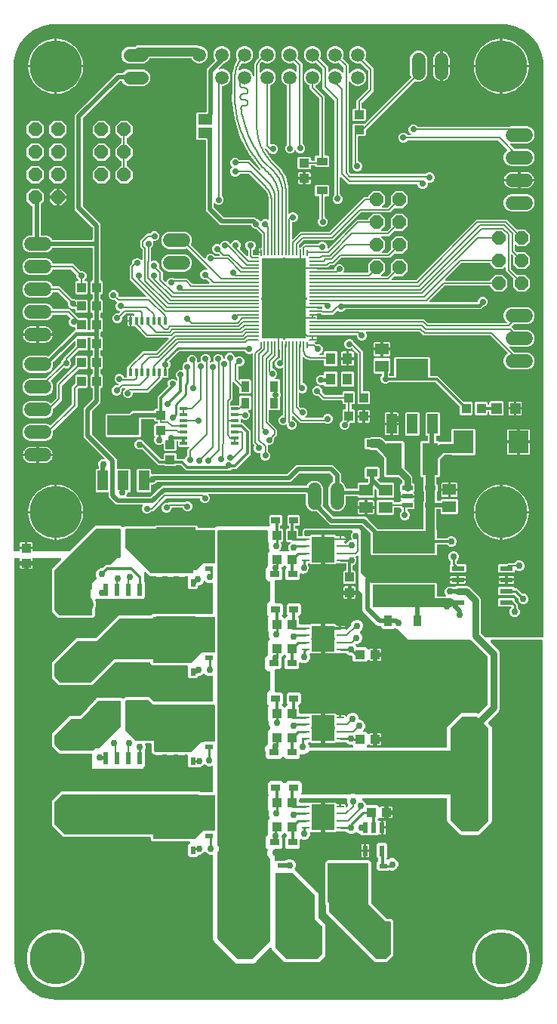
<source format=gbr>
G04 EAGLE Gerber RS-274X export*
G75*
%MOMM*%
%FSLAX34Y34*%
%LPD*%
%INTop Copper*%
%IPPOS*%
%AMOC8*
5,1,8,0,0,1.08239X$1,22.5*%
G01*
%ADD10C,0.152400*%
%ADD11R,0.152400X0.754800*%
%ADD12R,0.754800X0.152400*%
%ADD13R,5.003800X8.991600*%
%ADD14R,0.850000X0.500000*%
%ADD15R,4.550000X4.410000*%
%ADD16R,0.500000X0.850000*%
%ADD17R,4.410000X4.550000*%
%ADD18C,1.508000*%
%ADD19R,1.500000X1.300000*%
%ADD20C,1.524000*%
%ADD21R,0.812800X0.254000*%
%ADD22R,2.590800X2.997200*%
%ADD23R,1.000000X1.100000*%
%ADD24R,1.200000X0.550000*%
%ADD25R,1.220000X0.910000*%
%ADD26R,1.800000X3.600000*%
%ADD27P,3.409096X8X112.500000*%
%ADD28C,3.149600*%
%ADD29R,1.100000X1.300000*%
%ADD30R,1.200000X1.200000*%
%ADD31C,2.095500*%
%ADD32R,0.550000X1.200000*%
%ADD33R,0.910000X1.220000*%
%ADD34C,5.842000*%
%ADD35R,1.100000X1.000000*%
%ADD36R,7.000000X2.500000*%
%ADD37R,1.600200X1.168400*%
%ADD38P,1.649562X8X112.500000*%
%ADD39P,3.409096X8X292.500000*%
%ADD40R,1.454900X0.542600*%
%ADD41P,1.649562X8X292.500000*%
%ADD42R,2.310000X2.520000*%
%ADD43R,0.558800X1.460500*%
%ADD44R,0.350000X0.900000*%
%ADD45R,0.900000X0.350000*%
%ADD46C,1.422400*%
%ADD47R,1.219200X2.235200*%
%ADD48R,3.600000X2.200000*%
%ADD49R,1.000000X0.800000*%
%ADD50C,0.756400*%
%ADD51C,0.254000*%
%ADD52C,0.500000*%
%ADD53C,0.800000*%
%ADD54C,0.300000*%
%ADD55C,0.706400*%
%ADD56C,0.200000*%
%ADD57C,0.400000*%
%ADD58C,1.000000*%
%ADD59C,0.750000*%
%ADD60C,0.150000*%
%ADD61C,0.304800*%
%ADD62C,0.250000*%

G36*
X596774Y-690197D02*
X596774Y-690197D01*
X596799Y-690200D01*
X596894Y-690178D01*
X596991Y-690162D01*
X597012Y-690150D01*
X597036Y-690144D01*
X597120Y-690093D01*
X597206Y-690047D01*
X597223Y-690029D01*
X597244Y-690016D01*
X597306Y-689940D01*
X597373Y-689869D01*
X597383Y-689846D01*
X597399Y-689827D01*
X597433Y-689736D01*
X597474Y-689646D01*
X597476Y-689622D01*
X597485Y-689599D01*
X597499Y-689452D01*
X597499Y-50000D01*
X597497Y-49986D01*
X597498Y-49958D01*
X597204Y-44724D01*
X597200Y-44705D01*
X597187Y-44599D01*
X594857Y-34393D01*
X594853Y-34383D01*
X594852Y-34373D01*
X594802Y-34234D01*
X590259Y-24802D01*
X590254Y-24794D01*
X590250Y-24784D01*
X590170Y-24660D01*
X583643Y-16476D01*
X583635Y-16469D01*
X583630Y-16460D01*
X583524Y-16357D01*
X575340Y-9830D01*
X575331Y-9825D01*
X575324Y-9817D01*
X575198Y-9741D01*
X565766Y-5198D01*
X565756Y-5196D01*
X565747Y-5190D01*
X565607Y-5143D01*
X555401Y-2813D01*
X555381Y-2812D01*
X555276Y-2796D01*
X550042Y-2502D01*
X550028Y-2503D01*
X550000Y-2501D01*
X50000Y-2501D01*
X49986Y-2503D01*
X49958Y-2502D01*
X44724Y-2796D01*
X44705Y-2800D01*
X44599Y-2813D01*
X34393Y-5143D01*
X34383Y-5147D01*
X34373Y-5148D01*
X34234Y-5198D01*
X24802Y-9741D01*
X24794Y-9746D01*
X24784Y-9750D01*
X24660Y-9830D01*
X16476Y-16357D01*
X16469Y-16365D01*
X16460Y-16370D01*
X16357Y-16476D01*
X9830Y-24660D01*
X9825Y-24669D01*
X9817Y-24676D01*
X9741Y-24802D01*
X5198Y-34234D01*
X5196Y-34244D01*
X5190Y-34253D01*
X5143Y-34393D01*
X2813Y-44599D01*
X2812Y-44619D01*
X2796Y-44724D01*
X2502Y-49958D01*
X2503Y-49972D01*
X2501Y-50000D01*
X2501Y-593248D01*
X2505Y-593272D01*
X2502Y-593297D01*
X2525Y-593392D01*
X2540Y-593489D01*
X2552Y-593511D01*
X2558Y-593535D01*
X2609Y-593618D01*
X2655Y-593704D01*
X2673Y-593721D01*
X2687Y-593742D01*
X2762Y-593804D01*
X2833Y-593871D01*
X2856Y-593881D01*
X2875Y-593897D01*
X2967Y-593931D01*
X3056Y-593972D01*
X3080Y-593974D01*
X3103Y-593983D01*
X3250Y-593997D01*
X9226Y-593993D01*
X9250Y-593989D01*
X9275Y-593992D01*
X9370Y-593970D01*
X9467Y-593953D01*
X9489Y-593942D01*
X9512Y-593937D01*
X9596Y-593885D01*
X9682Y-593838D01*
X9699Y-593821D01*
X9720Y-593808D01*
X9782Y-593732D01*
X9849Y-593660D01*
X9859Y-593638D01*
X9875Y-593619D01*
X9909Y-593528D01*
X9950Y-593438D01*
X9952Y-593414D01*
X9961Y-593391D01*
X9975Y-593244D01*
X9975Y-591499D01*
X16250Y-591499D01*
X16274Y-591495D01*
X16298Y-591498D01*
X16394Y-591475D01*
X16491Y-591459D01*
X16512Y-591448D01*
X16536Y-591442D01*
X16619Y-591391D01*
X16706Y-591344D01*
X16723Y-591327D01*
X16743Y-591314D01*
X16806Y-591238D01*
X16873Y-591166D01*
X16883Y-591144D01*
X16898Y-591125D01*
X16933Y-591034D01*
X16974Y-590944D01*
X16976Y-590920D01*
X16985Y-590897D01*
X16999Y-590750D01*
X16999Y-589999D01*
X17001Y-589999D01*
X17001Y-590750D01*
X17005Y-590774D01*
X17002Y-590798D01*
X17025Y-590894D01*
X17041Y-590991D01*
X17052Y-591012D01*
X17058Y-591036D01*
X17109Y-591119D01*
X17156Y-591206D01*
X17173Y-591223D01*
X17186Y-591243D01*
X17262Y-591306D01*
X17334Y-591373D01*
X17356Y-591383D01*
X17375Y-591398D01*
X17466Y-591433D01*
X17556Y-591474D01*
X17580Y-591476D01*
X17603Y-591485D01*
X17750Y-591499D01*
X24025Y-591499D01*
X24025Y-593234D01*
X24029Y-593258D01*
X24026Y-593283D01*
X24049Y-593378D01*
X24064Y-593475D01*
X24076Y-593497D01*
X24082Y-593521D01*
X24133Y-593604D01*
X24179Y-593690D01*
X24197Y-593707D01*
X24211Y-593728D01*
X24286Y-593790D01*
X24357Y-593857D01*
X24380Y-593867D01*
X24399Y-593883D01*
X24491Y-593917D01*
X24580Y-593958D01*
X24604Y-593960D01*
X24627Y-593969D01*
X24774Y-593983D01*
X65257Y-593957D01*
X65353Y-593942D01*
X65450Y-593932D01*
X65473Y-593922D01*
X65498Y-593918D01*
X65584Y-593872D01*
X65672Y-593832D01*
X65698Y-593810D01*
X65713Y-593802D01*
X65730Y-593784D01*
X65786Y-593738D01*
X94323Y-565201D01*
X123427Y-565201D01*
X125095Y-566869D01*
X125115Y-566884D01*
X125131Y-566903D01*
X125214Y-566954D01*
X125294Y-567012D01*
X125317Y-567019D01*
X125338Y-567032D01*
X125433Y-567054D01*
X125527Y-567082D01*
X125552Y-567082D01*
X125575Y-567087D01*
X125673Y-567078D01*
X125771Y-567075D01*
X125794Y-567066D01*
X125818Y-567064D01*
X125908Y-567023D01*
X125999Y-566989D01*
X126018Y-566973D01*
X126041Y-566963D01*
X126155Y-566869D01*
X127323Y-565701D01*
X160814Y-565701D01*
X160910Y-565685D01*
X161007Y-565676D01*
X161030Y-565666D01*
X161054Y-565662D01*
X161140Y-565616D01*
X161229Y-565575D01*
X161255Y-565554D01*
X161270Y-565547D01*
X161287Y-565528D01*
X161343Y-565482D01*
X162108Y-564717D01*
X207892Y-564717D01*
X209083Y-565908D01*
X209083Y-566452D01*
X209087Y-566476D01*
X209084Y-566501D01*
X209106Y-566596D01*
X209122Y-566693D01*
X209134Y-566714D01*
X209140Y-566738D01*
X209191Y-566822D01*
X209237Y-566908D01*
X209255Y-566925D01*
X209268Y-566946D01*
X209344Y-567008D01*
X209415Y-567075D01*
X209438Y-567085D01*
X209457Y-567101D01*
X209548Y-567135D01*
X209638Y-567176D01*
X209662Y-567178D01*
X209685Y-567187D01*
X209832Y-567201D01*
X228252Y-567201D01*
X228348Y-567185D01*
X228445Y-567176D01*
X228468Y-567166D01*
X228493Y-567162D01*
X228579Y-567116D01*
X228668Y-567075D01*
X228693Y-567054D01*
X228708Y-567047D01*
X228725Y-567028D01*
X228782Y-566982D01*
X229351Y-566413D01*
X231556Y-565499D01*
X289816Y-565499D01*
X289888Y-565487D01*
X289962Y-565485D01*
X290008Y-565468D01*
X290056Y-565460D01*
X290121Y-565425D01*
X290190Y-565399D01*
X290228Y-565368D01*
X290272Y-565345D01*
X290322Y-565291D01*
X290379Y-565244D01*
X290405Y-565202D01*
X290439Y-565167D01*
X290469Y-565100D01*
X290508Y-565037D01*
X290519Y-564989D01*
X290539Y-564944D01*
X290547Y-564871D01*
X290563Y-564800D01*
X290559Y-564751D01*
X290563Y-564701D01*
X290547Y-564630D01*
X290540Y-564557D01*
X290519Y-564512D01*
X290508Y-564464D01*
X290469Y-564401D01*
X290439Y-564334D01*
X290393Y-564278D01*
X290379Y-564256D01*
X290367Y-564246D01*
X290345Y-564220D01*
X289967Y-563842D01*
X289967Y-554158D01*
X291158Y-552967D01*
X302842Y-552967D01*
X304033Y-554158D01*
X304033Y-563842D01*
X302842Y-565033D01*
X302532Y-565033D01*
X302508Y-565037D01*
X302483Y-565034D01*
X302388Y-565056D01*
X302291Y-565072D01*
X302270Y-565084D01*
X302246Y-565090D01*
X302162Y-565141D01*
X302076Y-565187D01*
X302059Y-565205D01*
X302038Y-565218D01*
X301976Y-565294D01*
X301909Y-565365D01*
X301899Y-565388D01*
X301883Y-565407D01*
X301849Y-565498D01*
X301808Y-565588D01*
X301806Y-565612D01*
X301797Y-565635D01*
X301783Y-565782D01*
X301783Y-567468D01*
X301787Y-567492D01*
X301784Y-567517D01*
X301806Y-567612D01*
X301822Y-567709D01*
X301834Y-567730D01*
X301840Y-567754D01*
X301891Y-567838D01*
X301937Y-567924D01*
X301955Y-567941D01*
X301968Y-567962D01*
X302044Y-568024D01*
X302115Y-568091D01*
X302138Y-568101D01*
X302157Y-568117D01*
X302248Y-568151D01*
X302338Y-568192D01*
X302362Y-568194D01*
X302385Y-568203D01*
X302532Y-568217D01*
X304092Y-568217D01*
X305283Y-569408D01*
X305283Y-582092D01*
X304092Y-583283D01*
X303065Y-583283D01*
X303016Y-583291D01*
X302967Y-583289D01*
X302897Y-583310D01*
X302824Y-583322D01*
X302781Y-583346D01*
X302734Y-583360D01*
X302674Y-583403D01*
X302609Y-583437D01*
X302575Y-583473D01*
X302535Y-583502D01*
X302492Y-583562D01*
X302442Y-583615D01*
X302422Y-583660D01*
X302393Y-583700D01*
X302372Y-583771D01*
X302341Y-583838D01*
X302336Y-583887D01*
X302322Y-583933D01*
X302324Y-584007D01*
X302317Y-584081D01*
X302328Y-584128D01*
X302330Y-584177D01*
X302372Y-584317D01*
X302372Y-584318D01*
X302373Y-584319D01*
X303315Y-586593D01*
X303315Y-588907D01*
X302429Y-591044D01*
X300946Y-592527D01*
X300903Y-592587D01*
X300853Y-592641D01*
X300833Y-592685D01*
X300804Y-592725D01*
X300783Y-592796D01*
X300752Y-592863D01*
X300748Y-592912D01*
X300733Y-592959D01*
X300736Y-593032D01*
X300728Y-593106D01*
X300740Y-593154D01*
X300741Y-593203D01*
X300767Y-593272D01*
X300784Y-593343D01*
X300810Y-593385D01*
X300827Y-593431D01*
X300874Y-593488D01*
X300913Y-593551D01*
X300951Y-593582D01*
X300982Y-593620D01*
X301044Y-593659D01*
X301101Y-593706D01*
X301147Y-593723D01*
X301189Y-593749D01*
X301261Y-593766D01*
X301330Y-593792D01*
X301402Y-593799D01*
X301426Y-593804D01*
X301443Y-593803D01*
X301477Y-593806D01*
X311454Y-593800D01*
X311526Y-593788D01*
X311600Y-593785D01*
X311646Y-593768D01*
X311695Y-593760D01*
X311760Y-593725D01*
X311828Y-593699D01*
X311866Y-593668D01*
X311910Y-593645D01*
X311960Y-593591D01*
X312017Y-593545D01*
X312043Y-593503D01*
X312077Y-593466D01*
X312107Y-593400D01*
X312146Y-593337D01*
X312157Y-593289D01*
X312177Y-593244D01*
X312184Y-593171D01*
X312201Y-593100D01*
X312196Y-593051D01*
X312201Y-593001D01*
X312185Y-592930D01*
X312177Y-592857D01*
X312157Y-592812D01*
X312146Y-592764D01*
X312107Y-592701D01*
X312077Y-592635D01*
X312030Y-592578D01*
X312017Y-592556D01*
X312009Y-592550D01*
X311121Y-590407D01*
X311121Y-588093D01*
X312007Y-585956D01*
X313401Y-584562D01*
X313444Y-584502D01*
X313494Y-584448D01*
X313514Y-584404D01*
X313543Y-584363D01*
X313564Y-584293D01*
X313595Y-584226D01*
X313600Y-584177D01*
X313614Y-584130D01*
X313612Y-584057D01*
X313619Y-583983D01*
X313608Y-583935D01*
X313606Y-583886D01*
X313580Y-583817D01*
X313564Y-583746D01*
X313538Y-583704D01*
X313520Y-583658D01*
X313474Y-583601D01*
X313435Y-583538D01*
X313397Y-583507D01*
X313366Y-583469D01*
X313303Y-583430D01*
X313246Y-583383D01*
X313200Y-583366D01*
X313158Y-583340D01*
X313087Y-583323D01*
X313018Y-583297D01*
X312945Y-583290D01*
X312921Y-583284D01*
X312904Y-583286D01*
X312871Y-583283D01*
X309408Y-583283D01*
X308217Y-582092D01*
X308217Y-569408D01*
X309408Y-568217D01*
X310968Y-568217D01*
X310992Y-568213D01*
X311017Y-568216D01*
X311112Y-568194D01*
X311209Y-568178D01*
X311230Y-568166D01*
X311254Y-568160D01*
X311338Y-568109D01*
X311424Y-568063D01*
X311441Y-568045D01*
X311462Y-568032D01*
X311524Y-567956D01*
X311591Y-567885D01*
X311601Y-567862D01*
X311617Y-567843D01*
X311651Y-567752D01*
X311692Y-567662D01*
X311694Y-567638D01*
X311703Y-567615D01*
X311717Y-567468D01*
X311717Y-565782D01*
X311713Y-565758D01*
X311716Y-565733D01*
X311694Y-565638D01*
X311678Y-565541D01*
X311666Y-565520D01*
X311660Y-565496D01*
X311609Y-565412D01*
X311563Y-565326D01*
X311545Y-565309D01*
X311532Y-565288D01*
X311456Y-565226D01*
X311385Y-565159D01*
X311362Y-565149D01*
X311343Y-565133D01*
X311252Y-565099D01*
X311201Y-565076D01*
X309967Y-563842D01*
X309967Y-554158D01*
X311158Y-552967D01*
X322842Y-552967D01*
X324033Y-554158D01*
X324033Y-563842D01*
X322842Y-565033D01*
X319532Y-565033D01*
X319508Y-565037D01*
X319483Y-565034D01*
X319388Y-565056D01*
X319291Y-565072D01*
X319270Y-565084D01*
X319246Y-565090D01*
X319162Y-565141D01*
X319076Y-565187D01*
X319059Y-565205D01*
X319038Y-565218D01*
X318976Y-565294D01*
X318909Y-565365D01*
X318899Y-565388D01*
X318883Y-565407D01*
X318849Y-565498D01*
X318808Y-565588D01*
X318806Y-565612D01*
X318797Y-565635D01*
X318783Y-565782D01*
X318783Y-567468D01*
X318787Y-567492D01*
X318784Y-567517D01*
X318806Y-567612D01*
X318822Y-567709D01*
X318834Y-567730D01*
X318840Y-567754D01*
X318891Y-567838D01*
X318937Y-567924D01*
X318955Y-567941D01*
X318968Y-567962D01*
X319044Y-568024D01*
X319115Y-568091D01*
X319138Y-568101D01*
X319157Y-568117D01*
X319248Y-568151D01*
X319338Y-568192D01*
X319362Y-568194D01*
X319385Y-568203D01*
X319532Y-568217D01*
X321092Y-568217D01*
X322283Y-569408D01*
X322283Y-575948D01*
X322287Y-575972D01*
X322284Y-575997D01*
X322306Y-576092D01*
X322322Y-576189D01*
X322334Y-576210D01*
X322340Y-576234D01*
X322391Y-576318D01*
X322437Y-576404D01*
X322455Y-576421D01*
X322468Y-576442D01*
X322544Y-576504D01*
X322615Y-576571D01*
X322638Y-576581D01*
X322657Y-576597D01*
X322748Y-576631D01*
X322838Y-576672D01*
X322862Y-576674D01*
X322885Y-576683D01*
X323032Y-576697D01*
X326218Y-576697D01*
X326242Y-576693D01*
X326267Y-576696D01*
X326362Y-576674D01*
X326459Y-576658D01*
X326480Y-576646D01*
X326504Y-576640D01*
X326588Y-576589D01*
X326674Y-576543D01*
X326691Y-576525D01*
X326712Y-576512D01*
X326774Y-576436D01*
X326841Y-576365D01*
X326851Y-576342D01*
X326867Y-576323D01*
X326901Y-576232D01*
X326942Y-576142D01*
X326944Y-576118D01*
X326953Y-576095D01*
X326967Y-575948D01*
X326967Y-570244D01*
X328744Y-568467D01*
X390256Y-568467D01*
X392033Y-570244D01*
X392033Y-573910D01*
X392045Y-573982D01*
X392047Y-574055D01*
X392068Y-574126D01*
X392072Y-574151D01*
X392080Y-574165D01*
X392090Y-574197D01*
X392565Y-575343D01*
X392565Y-577657D01*
X392340Y-578200D01*
X392323Y-578271D01*
X392297Y-578339D01*
X392290Y-578413D01*
X392284Y-578437D01*
X392286Y-578454D01*
X392283Y-578486D01*
X392283Y-594756D01*
X392252Y-594787D01*
X392195Y-594866D01*
X392133Y-594941D01*
X392125Y-594965D01*
X392110Y-594985D01*
X392082Y-595078D01*
X392047Y-595170D01*
X392044Y-595203D01*
X392039Y-595219D01*
X392040Y-595243D01*
X392033Y-595317D01*
X392033Y-616782D01*
X392036Y-616803D01*
X392034Y-616823D01*
X392050Y-616890D01*
X392058Y-616975D01*
X392068Y-616998D01*
X392072Y-617023D01*
X392087Y-617050D01*
X392090Y-617061D01*
X392114Y-617100D01*
X392118Y-617109D01*
X392159Y-617198D01*
X392180Y-617223D01*
X392187Y-617238D01*
X392206Y-617255D01*
X392252Y-617312D01*
X404003Y-629063D01*
X404023Y-629077D01*
X404038Y-629096D01*
X404122Y-629148D01*
X404201Y-629205D01*
X404225Y-629212D01*
X404246Y-629225D01*
X404341Y-629247D01*
X404435Y-629276D01*
X404459Y-629275D01*
X404483Y-629280D01*
X404581Y-629271D01*
X404679Y-629268D01*
X404702Y-629259D01*
X404726Y-629257D01*
X404813Y-629217D01*
X476592Y-629217D01*
X477783Y-630408D01*
X477783Y-643518D01*
X477787Y-643542D01*
X477784Y-643567D01*
X477806Y-643662D01*
X477822Y-643759D01*
X477834Y-643780D01*
X477840Y-643804D01*
X477891Y-643888D01*
X477937Y-643974D01*
X477955Y-643991D01*
X477968Y-644012D01*
X478044Y-644074D01*
X478115Y-644141D01*
X478138Y-644151D01*
X478157Y-644167D01*
X478248Y-644201D01*
X478338Y-644242D01*
X478362Y-644244D01*
X478385Y-644253D01*
X478532Y-644267D01*
X487235Y-644267D01*
X487308Y-644255D01*
X487381Y-644253D01*
X487427Y-644236D01*
X487476Y-644228D01*
X487541Y-644193D01*
X487609Y-644167D01*
X487648Y-644136D01*
X487691Y-644113D01*
X487741Y-644059D01*
X487798Y-644012D01*
X487824Y-643970D01*
X487858Y-643935D01*
X487888Y-643868D01*
X487927Y-643805D01*
X487938Y-643757D01*
X487959Y-643712D01*
X487966Y-643639D01*
X487983Y-643568D01*
X487978Y-643519D01*
X487983Y-643469D01*
X487966Y-643398D01*
X487959Y-643325D01*
X487939Y-643280D01*
X487928Y-643232D01*
X487889Y-643169D01*
X487859Y-643102D01*
X487812Y-643046D01*
X487799Y-643024D01*
X487786Y-643014D01*
X487765Y-642988D01*
X487071Y-642294D01*
X486185Y-640157D01*
X486185Y-637843D01*
X487070Y-635706D01*
X488706Y-634070D01*
X490843Y-633185D01*
X493157Y-633185D01*
X494030Y-633547D01*
X494102Y-633564D01*
X494170Y-633590D01*
X494244Y-633597D01*
X494268Y-633603D01*
X494285Y-633601D01*
X494317Y-633604D01*
X497190Y-633604D01*
X497287Y-633588D01*
X497384Y-633579D01*
X497406Y-633569D01*
X497431Y-633565D01*
X497517Y-633519D01*
X497606Y-633478D01*
X497632Y-633457D01*
X497646Y-633450D01*
X497663Y-633431D01*
X497720Y-633385D01*
X497869Y-633236D01*
X500087Y-632317D01*
X511700Y-632317D01*
X513917Y-633236D01*
X526364Y-645683D01*
X527283Y-647900D01*
X527283Y-685941D01*
X527299Y-686037D01*
X527308Y-686134D01*
X527318Y-686157D01*
X527322Y-686182D01*
X527368Y-686268D01*
X527409Y-686356D01*
X527430Y-686382D01*
X527437Y-686397D01*
X527456Y-686414D01*
X527502Y-686471D01*
X531013Y-689982D01*
X531093Y-690039D01*
X531168Y-690101D01*
X531191Y-690109D01*
X531212Y-690124D01*
X531305Y-690152D01*
X531396Y-690187D01*
X531429Y-690190D01*
X531445Y-690195D01*
X531470Y-690194D01*
X531543Y-690201D01*
X596750Y-690201D01*
X596774Y-690197D01*
G37*
G36*
X550042Y-1096446D02*
X550042Y-1096446D01*
X550070Y-1096449D01*
X555131Y-1096165D01*
X555273Y-1096139D01*
X555339Y-1096136D01*
X565207Y-1093883D01*
X565423Y-1093804D01*
X565471Y-1093791D01*
X574591Y-1089399D01*
X574784Y-1089274D01*
X574828Y-1089250D01*
X582742Y-1082939D01*
X582901Y-1082775D01*
X582939Y-1082742D01*
X589250Y-1074828D01*
X589370Y-1074632D01*
X589371Y-1074629D01*
X589374Y-1074626D01*
X589375Y-1074625D01*
X589399Y-1074591D01*
X593791Y-1065471D01*
X593864Y-1065254D01*
X593883Y-1065207D01*
X596136Y-1055339D01*
X596150Y-1055195D01*
X596165Y-1055131D01*
X596449Y-1050070D01*
X596446Y-1050028D01*
X596451Y-1050000D01*
X596451Y-694500D01*
X596435Y-694375D01*
X596426Y-694250D01*
X596415Y-694219D01*
X596411Y-694187D01*
X596365Y-694070D01*
X596324Y-693951D01*
X596306Y-693924D01*
X596294Y-693894D01*
X596220Y-693793D01*
X596151Y-693687D01*
X596127Y-693666D01*
X596108Y-693640D01*
X596010Y-693560D01*
X595917Y-693476D01*
X595888Y-693461D01*
X595863Y-693440D01*
X595749Y-693387D01*
X595638Y-693329D01*
X595612Y-693325D01*
X595577Y-693308D01*
X595266Y-693252D01*
X595227Y-693255D01*
X595202Y-693251D01*
X538735Y-693251D01*
X538595Y-693269D01*
X538453Y-693283D01*
X538438Y-693289D01*
X538422Y-693291D01*
X538291Y-693343D01*
X538157Y-693392D01*
X538144Y-693402D01*
X538129Y-693408D01*
X538015Y-693492D01*
X537898Y-693572D01*
X537888Y-693585D01*
X537875Y-693594D01*
X537785Y-693704D01*
X537693Y-693812D01*
X537686Y-693826D01*
X537675Y-693839D01*
X537616Y-693968D01*
X537553Y-694095D01*
X537550Y-694111D01*
X537543Y-694125D01*
X537518Y-694265D01*
X537490Y-694404D01*
X537490Y-694420D01*
X537488Y-694436D01*
X537498Y-694577D01*
X537505Y-694719D01*
X537510Y-694734D01*
X537511Y-694750D01*
X537557Y-694885D01*
X537599Y-695020D01*
X537607Y-695031D01*
X537613Y-695049D01*
X537786Y-695313D01*
X537830Y-695353D01*
X537852Y-695383D01*
X547226Y-704757D01*
X548299Y-707348D01*
X548299Y-770752D01*
X547226Y-773343D01*
X545067Y-775501D01*
X535520Y-785049D01*
X535442Y-785148D01*
X535360Y-785244D01*
X535346Y-785273D01*
X535326Y-785298D01*
X535277Y-785414D01*
X535221Y-785527D01*
X535215Y-785559D01*
X535202Y-785588D01*
X535183Y-785713D01*
X535157Y-785836D01*
X535159Y-785868D01*
X535154Y-785900D01*
X535167Y-786025D01*
X535173Y-786151D01*
X535183Y-786182D01*
X535186Y-786214D01*
X535229Y-786332D01*
X535267Y-786452D01*
X535282Y-786473D01*
X535295Y-786510D01*
X535475Y-786769D01*
X535505Y-786794D01*
X535520Y-786816D01*
X538718Y-790014D01*
X539521Y-791952D01*
X539521Y-895798D01*
X538718Y-897736D01*
X525236Y-911218D01*
X523298Y-912021D01*
X505702Y-912021D01*
X503764Y-911218D01*
X489782Y-897236D01*
X488979Y-895298D01*
X488979Y-872020D01*
X488963Y-871895D01*
X488954Y-871770D01*
X488943Y-871739D01*
X488939Y-871707D01*
X488893Y-871590D01*
X488852Y-871471D01*
X488834Y-871444D01*
X488822Y-871414D01*
X488748Y-871313D01*
X488679Y-871207D01*
X488655Y-871186D01*
X488636Y-871160D01*
X488538Y-871080D01*
X488445Y-870996D01*
X488416Y-870981D01*
X488391Y-870960D01*
X488277Y-870907D01*
X488166Y-870849D01*
X488140Y-870845D01*
X488105Y-870828D01*
X487794Y-870772D01*
X487755Y-870775D01*
X487730Y-870771D01*
X395056Y-870771D01*
X394985Y-870780D01*
X394914Y-870779D01*
X394829Y-870800D01*
X394743Y-870811D01*
X394677Y-870837D01*
X394607Y-870854D01*
X394531Y-870895D01*
X394450Y-870928D01*
X394392Y-870970D01*
X394330Y-871003D01*
X394266Y-871063D01*
X394195Y-871114D01*
X394150Y-871169D01*
X394098Y-871218D01*
X394051Y-871291D01*
X393996Y-871359D01*
X393966Y-871423D01*
X393928Y-871483D01*
X393900Y-871566D01*
X393864Y-871645D01*
X393851Y-871715D01*
X393829Y-871783D01*
X393823Y-871870D01*
X393808Y-871956D01*
X393813Y-872027D01*
X393809Y-872098D01*
X393825Y-872183D01*
X393832Y-872270D01*
X393855Y-872338D01*
X393868Y-872408D01*
X393905Y-872486D01*
X393933Y-872569D01*
X393973Y-872629D01*
X394003Y-872693D01*
X394059Y-872760D01*
X394107Y-872833D01*
X394160Y-872881D01*
X394205Y-872935D01*
X394256Y-872968D01*
X394341Y-873044D01*
X394530Y-873144D01*
X394578Y-873174D01*
X395869Y-873709D01*
X397791Y-875631D01*
X398640Y-877680D01*
X398659Y-877714D01*
X398672Y-877751D01*
X398737Y-877851D01*
X398796Y-877954D01*
X398824Y-877982D01*
X398845Y-878015D01*
X398933Y-878095D01*
X399016Y-878180D01*
X399050Y-878200D01*
X399079Y-878226D01*
X399185Y-878282D01*
X399286Y-878343D01*
X399324Y-878355D01*
X399358Y-878373D01*
X399423Y-878384D01*
X399588Y-878434D01*
X399730Y-878440D01*
X399794Y-878451D01*
X410763Y-878451D01*
X412694Y-880383D01*
X412794Y-880460D01*
X412889Y-880542D01*
X412918Y-880556D01*
X412944Y-880576D01*
X413059Y-880625D01*
X413172Y-880681D01*
X413204Y-880688D01*
X413234Y-880700D01*
X413358Y-880720D01*
X413481Y-880745D01*
X413514Y-880743D01*
X413546Y-880748D01*
X413671Y-880736D01*
X413797Y-880729D01*
X413827Y-880720D01*
X413859Y-880716D01*
X413978Y-880673D01*
X414098Y-880635D01*
X414119Y-880621D01*
X414155Y-880607D01*
X414414Y-880427D01*
X414440Y-880397D01*
X414461Y-880383D01*
X414564Y-880280D01*
X414912Y-880079D01*
X415299Y-879975D01*
X418501Y-879975D01*
X418501Y-885250D01*
X418517Y-885375D01*
X418526Y-885500D01*
X418537Y-885531D01*
X418541Y-885563D01*
X418587Y-885680D01*
X418628Y-885799D01*
X418646Y-885826D01*
X418658Y-885856D01*
X418732Y-885957D01*
X418801Y-886063D01*
X418825Y-886084D01*
X418844Y-886110D01*
X418942Y-886190D01*
X419035Y-886274D01*
X419064Y-886289D01*
X419089Y-886310D01*
X419203Y-886362D01*
X419315Y-886421D01*
X419340Y-886425D01*
X419375Y-886442D01*
X419686Y-886497D01*
X419725Y-886495D01*
X419750Y-886499D01*
X421001Y-886499D01*
X421001Y-886501D01*
X419750Y-886501D01*
X419625Y-886517D01*
X419500Y-886526D01*
X419469Y-886537D01*
X419437Y-886541D01*
X419320Y-886587D01*
X419201Y-886628D01*
X419174Y-886646D01*
X419144Y-886658D01*
X419043Y-886732D01*
X418937Y-886801D01*
X418916Y-886825D01*
X418890Y-886844D01*
X418810Y-886942D01*
X418726Y-887035D01*
X418711Y-887064D01*
X418690Y-887089D01*
X418638Y-887203D01*
X418579Y-887315D01*
X418575Y-887340D01*
X418558Y-887375D01*
X418502Y-887686D01*
X418505Y-887725D01*
X418501Y-887750D01*
X418501Y-893025D01*
X415299Y-893025D01*
X414912Y-892921D01*
X414564Y-892720D01*
X414461Y-892617D01*
X414362Y-892541D01*
X414266Y-892458D01*
X414237Y-892444D01*
X414212Y-892424D01*
X414096Y-892375D01*
X413983Y-892319D01*
X413951Y-892312D01*
X413922Y-892300D01*
X413797Y-892281D01*
X413674Y-892255D01*
X413642Y-892257D01*
X413610Y-892252D01*
X413485Y-892264D01*
X413359Y-892271D01*
X413328Y-892280D01*
X413296Y-892284D01*
X413178Y-892327D01*
X413058Y-892365D01*
X413036Y-892379D01*
X413000Y-892393D01*
X412741Y-892573D01*
X412716Y-892603D01*
X412694Y-892617D01*
X411695Y-893617D01*
X411618Y-893716D01*
X411536Y-893812D01*
X411522Y-893841D01*
X411502Y-893866D01*
X411452Y-893982D01*
X411397Y-894095D01*
X411390Y-894126D01*
X411377Y-894156D01*
X411358Y-894281D01*
X411333Y-894404D01*
X411334Y-894436D01*
X411329Y-894468D01*
X411342Y-894593D01*
X411348Y-894719D01*
X411358Y-894750D01*
X411361Y-894782D01*
X411405Y-894900D01*
X411442Y-895020D01*
X411457Y-895041D01*
X411471Y-895078D01*
X411651Y-895337D01*
X411680Y-895362D01*
X411695Y-895383D01*
X411991Y-895679D01*
X412082Y-895750D01*
X412168Y-895826D01*
X412206Y-895846D01*
X412240Y-895872D01*
X412346Y-895918D01*
X412449Y-895970D01*
X412491Y-895980D01*
X412530Y-895997D01*
X412644Y-896014D01*
X412757Y-896040D01*
X412790Y-896037D01*
X412842Y-896045D01*
X413156Y-896013D01*
X413180Y-896004D01*
X413197Y-896003D01*
X413299Y-895975D01*
X414876Y-895975D01*
X414876Y-903375D01*
X414890Y-903489D01*
X414877Y-903561D01*
X414880Y-903600D01*
X414876Y-903625D01*
X414876Y-911025D01*
X413299Y-911025D01*
X413197Y-910997D01*
X413083Y-910982D01*
X412970Y-910959D01*
X412928Y-910961D01*
X412885Y-910955D01*
X412770Y-910969D01*
X412655Y-910974D01*
X412614Y-910987D01*
X412572Y-910992D01*
X412464Y-911034D01*
X412354Y-911068D01*
X412326Y-911088D01*
X412278Y-911107D01*
X412022Y-911291D01*
X412005Y-911311D01*
X411991Y-911321D01*
X410763Y-912549D01*
X402703Y-912549D01*
X402688Y-912536D01*
X402659Y-912522D01*
X402634Y-912502D01*
X402518Y-912452D01*
X402405Y-912397D01*
X402374Y-912390D01*
X402344Y-912377D01*
X402219Y-912358D01*
X402096Y-912333D01*
X402064Y-912334D01*
X402032Y-912329D01*
X401907Y-912342D01*
X401781Y-912348D01*
X401750Y-912358D01*
X401718Y-912361D01*
X401600Y-912405D01*
X401480Y-912442D01*
X401459Y-912457D01*
X401422Y-912471D01*
X401310Y-912549D01*
X393237Y-912549D01*
X391309Y-910620D01*
X391294Y-910584D01*
X391271Y-910553D01*
X391255Y-910517D01*
X391178Y-910426D01*
X391108Y-910330D01*
X391078Y-910305D01*
X391052Y-910275D01*
X390997Y-910240D01*
X390863Y-910130D01*
X390735Y-910071D01*
X390680Y-910036D01*
X388881Y-909291D01*
X388258Y-908668D01*
X388159Y-908592D01*
X388063Y-908509D01*
X388034Y-908495D01*
X388009Y-908475D01*
X387893Y-908426D01*
X387780Y-908370D01*
X387749Y-908364D01*
X387719Y-908351D01*
X387594Y-908332D01*
X387471Y-908306D01*
X387439Y-908308D01*
X387407Y-908303D01*
X387282Y-908316D01*
X387156Y-908322D01*
X387125Y-908332D01*
X387093Y-908335D01*
X386975Y-908378D01*
X386855Y-908416D01*
X386834Y-908431D01*
X386797Y-908444D01*
X386538Y-908624D01*
X386513Y-908654D01*
X386492Y-908668D01*
X385369Y-909791D01*
X382859Y-910831D01*
X380141Y-910831D01*
X377631Y-909791D01*
X376524Y-908685D01*
X376438Y-908617D01*
X376356Y-908544D01*
X376313Y-908521D01*
X376275Y-908491D01*
X376174Y-908448D01*
X376077Y-908397D01*
X376040Y-908390D01*
X375985Y-908367D01*
X375673Y-908319D01*
X375654Y-908321D01*
X375641Y-908319D01*
X364030Y-908319D01*
X363925Y-908332D01*
X363820Y-908337D01*
X363782Y-908350D01*
X363717Y-908359D01*
X363703Y-908364D01*
X363701Y-908364D01*
X363155Y-908511D01*
X352499Y-908511D01*
X352499Y-893250D01*
X352483Y-893125D01*
X352474Y-893000D01*
X352463Y-892969D01*
X352459Y-892937D01*
X352413Y-892820D01*
X352372Y-892701D01*
X352354Y-892674D01*
X352342Y-892644D01*
X352268Y-892543D01*
X352199Y-892437D01*
X352175Y-892416D01*
X352156Y-892390D01*
X352058Y-892310D01*
X351965Y-892226D01*
X351936Y-892211D01*
X351911Y-892190D01*
X351797Y-892138D01*
X351685Y-892079D01*
X351660Y-892075D01*
X351625Y-892058D01*
X351314Y-892003D01*
X351275Y-892005D01*
X351250Y-892001D01*
X348750Y-892001D01*
X348625Y-892017D01*
X348500Y-892026D01*
X348469Y-892037D01*
X348437Y-892041D01*
X348320Y-892087D01*
X348201Y-892128D01*
X348174Y-892146D01*
X348144Y-892158D01*
X348043Y-892232D01*
X347937Y-892301D01*
X347916Y-892325D01*
X347890Y-892344D01*
X347810Y-892442D01*
X347726Y-892535D01*
X347711Y-892564D01*
X347690Y-892589D01*
X347638Y-892703D01*
X347579Y-892815D01*
X347575Y-892840D01*
X347558Y-892875D01*
X347502Y-893186D01*
X347505Y-893225D01*
X347501Y-893250D01*
X347501Y-908511D01*
X336789Y-908511D01*
X336774Y-908509D01*
X336644Y-908485D01*
X336617Y-908487D01*
X336591Y-908484D01*
X336461Y-908499D01*
X336330Y-908509D01*
X336304Y-908518D01*
X336278Y-908521D01*
X336156Y-908568D01*
X336031Y-908611D01*
X336008Y-908626D01*
X335984Y-908635D01*
X335877Y-908712D01*
X335767Y-908784D01*
X335749Y-908804D01*
X335728Y-908820D01*
X335644Y-908920D01*
X335556Y-909018D01*
X335543Y-909042D01*
X335526Y-909062D01*
X335470Y-909181D01*
X335409Y-909297D01*
X335405Y-909319D01*
X335392Y-909348D01*
X335333Y-909658D01*
X335336Y-909704D01*
X335331Y-909733D01*
X335331Y-911859D01*
X334291Y-914369D01*
X332369Y-916291D01*
X329859Y-917331D01*
X327141Y-917331D01*
X325776Y-916765D01*
X325723Y-916751D01*
X325673Y-916728D01*
X325571Y-916709D01*
X325472Y-916682D01*
X325416Y-916682D01*
X325362Y-916672D01*
X325259Y-916680D01*
X325156Y-916678D01*
X325103Y-916691D01*
X325048Y-916695D01*
X324950Y-916729D01*
X324850Y-916753D01*
X324801Y-916779D01*
X324749Y-916797D01*
X324663Y-916854D01*
X324572Y-916903D01*
X324531Y-916940D01*
X324485Y-916971D01*
X324416Y-917047D01*
X324340Y-917117D01*
X324311Y-917164D01*
X324274Y-917204D01*
X324226Y-917296D01*
X324170Y-917383D01*
X324153Y-917435D01*
X324127Y-917484D01*
X324116Y-917548D01*
X324071Y-917682D01*
X324060Y-917855D01*
X324049Y-917919D01*
X324049Y-925263D01*
X322263Y-927049D01*
X309737Y-927049D01*
X307951Y-925263D01*
X307951Y-914737D01*
X309305Y-913383D01*
X309382Y-913284D01*
X309464Y-913188D01*
X309478Y-913159D01*
X309498Y-913134D01*
X309548Y-913018D01*
X309603Y-912905D01*
X309610Y-912874D01*
X309623Y-912844D01*
X309642Y-912719D01*
X309667Y-912596D01*
X309666Y-912564D01*
X309671Y-912532D01*
X309658Y-912407D01*
X309652Y-912281D01*
X309642Y-912250D01*
X309639Y-912218D01*
X309595Y-912100D01*
X309558Y-911980D01*
X309543Y-911959D01*
X309529Y-911922D01*
X309349Y-911663D01*
X309320Y-911638D01*
X309305Y-911617D01*
X307633Y-909945D01*
X307534Y-909868D01*
X307438Y-909786D01*
X307409Y-909772D01*
X307384Y-909752D01*
X307268Y-909702D01*
X307155Y-909647D01*
X307124Y-909640D01*
X307094Y-909627D01*
X306969Y-909608D01*
X306846Y-909583D01*
X306814Y-909584D01*
X306782Y-909579D01*
X306657Y-909592D01*
X306531Y-909598D01*
X306500Y-909608D01*
X306468Y-909611D01*
X306350Y-909655D01*
X306230Y-909692D01*
X306209Y-909707D01*
X306172Y-909721D01*
X305913Y-909901D01*
X305888Y-909930D01*
X305867Y-909945D01*
X304444Y-911368D01*
X304400Y-911385D01*
X304281Y-911426D01*
X304254Y-911444D01*
X304224Y-911456D01*
X304123Y-911530D01*
X304017Y-911599D01*
X303996Y-911623D01*
X303970Y-911642D01*
X303890Y-911740D01*
X303806Y-911833D01*
X303791Y-911862D01*
X303770Y-911887D01*
X303717Y-912001D01*
X303659Y-912112D01*
X303655Y-912138D01*
X303638Y-912173D01*
X303582Y-912484D01*
X303585Y-912523D01*
X303581Y-912548D01*
X303581Y-913752D01*
X303595Y-913861D01*
X303600Y-913971D01*
X303614Y-914017D01*
X303621Y-914065D01*
X303661Y-914167D01*
X303694Y-914272D01*
X303716Y-914302D01*
X303738Y-914358D01*
X303924Y-914612D01*
X303939Y-914624D01*
X303947Y-914635D01*
X304049Y-914737D01*
X304049Y-925263D01*
X302263Y-927049D01*
X297250Y-927049D01*
X297125Y-927065D01*
X297000Y-927074D01*
X296969Y-927085D01*
X296937Y-927089D01*
X296820Y-927135D01*
X296701Y-927176D01*
X296674Y-927194D01*
X296644Y-927206D01*
X296543Y-927280D01*
X296437Y-927349D01*
X296416Y-927373D01*
X296390Y-927392D01*
X296310Y-927490D01*
X296226Y-927583D01*
X296211Y-927612D01*
X296190Y-927637D01*
X296137Y-927751D01*
X296079Y-927862D01*
X296075Y-927888D01*
X296058Y-927923D01*
X296002Y-928234D01*
X296005Y-928273D01*
X296001Y-928298D01*
X296001Y-939872D01*
X296019Y-940012D01*
X296033Y-940154D01*
X296039Y-940169D01*
X296041Y-940185D01*
X296093Y-940317D01*
X296142Y-940449D01*
X296152Y-940463D01*
X296158Y-940478D01*
X296242Y-940593D01*
X296322Y-940709D01*
X296335Y-940719D01*
X296344Y-940732D01*
X296454Y-940822D01*
X296562Y-940914D01*
X296576Y-940921D01*
X296589Y-940932D01*
X296717Y-940991D01*
X296845Y-941053D01*
X296861Y-941057D01*
X296875Y-941063D01*
X297015Y-941089D01*
X297154Y-941117D01*
X297170Y-941116D01*
X297186Y-941119D01*
X297327Y-941109D01*
X297469Y-941102D01*
X297484Y-941097D01*
X297500Y-941096D01*
X297635Y-941050D01*
X297770Y-941008D01*
X297781Y-941000D01*
X297799Y-940994D01*
X298063Y-940821D01*
X298103Y-940776D01*
X298133Y-940755D01*
X298237Y-940651D01*
X307421Y-940651D01*
X307530Y-940637D01*
X307640Y-940632D01*
X307686Y-940618D01*
X307734Y-940611D01*
X307836Y-940571D01*
X307941Y-940538D01*
X307972Y-940516D01*
X308027Y-940494D01*
X308281Y-940308D01*
X308294Y-940293D01*
X308304Y-940285D01*
X308631Y-939959D01*
X311141Y-938919D01*
X313859Y-938919D01*
X316369Y-939959D01*
X318291Y-941881D01*
X319331Y-944391D01*
X319331Y-947109D01*
X318258Y-949699D01*
X318248Y-949737D01*
X318230Y-949772D01*
X318206Y-949888D01*
X318175Y-950003D01*
X318174Y-950042D01*
X318167Y-950081D01*
X318172Y-950199D01*
X318171Y-950319D01*
X318180Y-950357D01*
X318182Y-950396D01*
X318218Y-950509D01*
X318246Y-950625D01*
X318265Y-950660D01*
X318276Y-950697D01*
X318313Y-950750D01*
X318395Y-950903D01*
X318492Y-951007D01*
X318529Y-951060D01*
X321117Y-953648D01*
X344751Y-977282D01*
X344751Y-1003765D01*
X344765Y-1003874D01*
X344770Y-1003984D01*
X344784Y-1004030D01*
X344791Y-1004078D01*
X344831Y-1004180D01*
X344864Y-1004285D01*
X344886Y-1004315D01*
X344908Y-1004371D01*
X345094Y-1004625D01*
X345109Y-1004637D01*
X345117Y-1004648D01*
X352751Y-1012282D01*
X352751Y-1047718D01*
X345718Y-1054751D01*
X307032Y-1054751D01*
X292249Y-1039968D01*
X292249Y-1039253D01*
X292231Y-1039113D01*
X292217Y-1038971D01*
X292211Y-1038956D01*
X292209Y-1038940D01*
X292157Y-1038808D01*
X292108Y-1038675D01*
X292098Y-1038662D01*
X292092Y-1038647D01*
X292008Y-1038532D01*
X291928Y-1038416D01*
X291915Y-1038406D01*
X291906Y-1038393D01*
X291796Y-1038303D01*
X291688Y-1038211D01*
X291674Y-1038203D01*
X291661Y-1038193D01*
X291532Y-1038134D01*
X291405Y-1038071D01*
X291389Y-1038068D01*
X291375Y-1038061D01*
X291235Y-1038036D01*
X291096Y-1038007D01*
X291080Y-1038008D01*
X291064Y-1038005D01*
X290923Y-1038016D01*
X290781Y-1038023D01*
X290766Y-1038028D01*
X290750Y-1038029D01*
X290615Y-1038075D01*
X290480Y-1038117D01*
X290469Y-1038125D01*
X290451Y-1038131D01*
X290187Y-1038304D01*
X290147Y-1038348D01*
X290117Y-1038370D01*
X275263Y-1053223D01*
X273399Y-1055087D01*
X271194Y-1056001D01*
X253556Y-1056001D01*
X251351Y-1055087D01*
X227663Y-1031399D01*
X226749Y-1029194D01*
X226749Y-935080D01*
X226733Y-934955D01*
X226724Y-934830D01*
X226713Y-934799D01*
X226709Y-934767D01*
X226663Y-934650D01*
X226622Y-934531D01*
X226604Y-934504D01*
X226592Y-934474D01*
X226518Y-934373D01*
X226449Y-934267D01*
X226425Y-934246D01*
X226406Y-934220D01*
X226308Y-934140D01*
X226215Y-934056D01*
X226186Y-934041D01*
X226161Y-934020D01*
X226047Y-933967D01*
X225936Y-933909D01*
X225910Y-933905D01*
X225875Y-933888D01*
X225564Y-933832D01*
X225525Y-933835D01*
X225500Y-933831D01*
X222641Y-933831D01*
X220131Y-932791D01*
X218383Y-931043D01*
X218284Y-930966D01*
X218188Y-930884D01*
X218159Y-930870D01*
X218134Y-930850D01*
X218018Y-930801D01*
X217905Y-930745D01*
X217874Y-930739D01*
X217844Y-930726D01*
X217719Y-930707D01*
X217596Y-930681D01*
X217564Y-930683D01*
X217532Y-930678D01*
X217407Y-930691D01*
X217281Y-930697D01*
X217250Y-930707D01*
X217218Y-930710D01*
X217100Y-930753D01*
X216980Y-930791D01*
X216959Y-930806D01*
X216922Y-930819D01*
X216663Y-930999D01*
X216638Y-931029D01*
X216617Y-931043D01*
X214869Y-932791D01*
X212359Y-933831D01*
X210798Y-933831D01*
X210689Y-933845D01*
X210579Y-933850D01*
X210533Y-933864D01*
X210485Y-933871D01*
X210383Y-933911D01*
X210278Y-933944D01*
X210248Y-933966D01*
X210192Y-933988D01*
X209938Y-934174D01*
X209926Y-934189D01*
X209915Y-934197D01*
X207813Y-936299D01*
X200287Y-936299D01*
X198501Y-934513D01*
X198501Y-923487D01*
X200557Y-921431D01*
X200643Y-921320D01*
X200734Y-921209D01*
X200740Y-921195D01*
X200750Y-921182D01*
X200806Y-921052D01*
X200865Y-920923D01*
X200868Y-920907D01*
X200875Y-920892D01*
X200896Y-920751D01*
X200921Y-920612D01*
X200920Y-920596D01*
X200923Y-920580D01*
X200908Y-920439D01*
X200898Y-920298D01*
X200892Y-920282D01*
X200891Y-920266D01*
X200842Y-920134D01*
X200796Y-919999D01*
X200787Y-919985D01*
X200781Y-919970D01*
X200701Y-919854D01*
X200623Y-919735D01*
X200611Y-919724D01*
X200601Y-919711D01*
X200494Y-919619D01*
X200389Y-919524D01*
X200374Y-919516D01*
X200362Y-919506D01*
X200235Y-919443D01*
X200109Y-919377D01*
X200096Y-919375D01*
X200079Y-919366D01*
X199770Y-919302D01*
X199711Y-919305D01*
X199674Y-919299D01*
X158926Y-919299D01*
X156701Y-917074D01*
X156701Y-915298D01*
X156685Y-915173D01*
X156676Y-915048D01*
X156665Y-915017D01*
X156661Y-914985D01*
X156615Y-914868D01*
X156574Y-914749D01*
X156556Y-914722D01*
X156544Y-914692D01*
X156470Y-914591D01*
X156401Y-914485D01*
X156377Y-914464D01*
X156358Y-914438D01*
X156260Y-914358D01*
X156167Y-914274D01*
X156138Y-914259D01*
X156113Y-914238D01*
X155999Y-914185D01*
X155888Y-914127D01*
X155862Y-914123D01*
X155827Y-914106D01*
X155516Y-914050D01*
X155477Y-914053D01*
X155452Y-914049D01*
X58323Y-914049D01*
X45951Y-901677D01*
X45951Y-873323D01*
X53085Y-866189D01*
X55823Y-863451D01*
X211677Y-863451D01*
X212061Y-863835D01*
X212148Y-863903D01*
X212230Y-863976D01*
X212272Y-863999D01*
X212311Y-864028D01*
X212412Y-864072D01*
X212509Y-864123D01*
X212546Y-864130D01*
X212600Y-864153D01*
X212912Y-864201D01*
X212931Y-864199D01*
X212944Y-864201D01*
X225500Y-864201D01*
X225625Y-864185D01*
X225750Y-864176D01*
X225781Y-864165D01*
X225813Y-864161D01*
X225930Y-864115D01*
X226049Y-864074D01*
X226076Y-864056D01*
X226106Y-864044D01*
X226207Y-863970D01*
X226313Y-863901D01*
X226334Y-863877D01*
X226360Y-863858D01*
X226440Y-863760D01*
X226524Y-863667D01*
X226539Y-863638D01*
X226560Y-863613D01*
X226613Y-863499D01*
X226671Y-863388D01*
X226675Y-863362D01*
X226692Y-863327D01*
X226748Y-863016D01*
X226745Y-862977D01*
X226749Y-862952D01*
X226749Y-835400D01*
X226742Y-835345D01*
X226744Y-835290D01*
X226722Y-835189D01*
X226709Y-835087D01*
X226689Y-835035D01*
X226677Y-834981D01*
X226631Y-834889D01*
X226592Y-834794D01*
X226560Y-834749D01*
X226535Y-834700D01*
X226467Y-834622D01*
X226406Y-834539D01*
X226363Y-834504D01*
X226327Y-834463D01*
X226241Y-834405D01*
X226161Y-834340D01*
X226111Y-834317D01*
X226066Y-834286D01*
X225969Y-834251D01*
X225875Y-834208D01*
X225820Y-834198D01*
X225769Y-834179D01*
X225666Y-834170D01*
X225564Y-834152D01*
X225509Y-834156D01*
X225454Y-834151D01*
X225391Y-834165D01*
X225250Y-834176D01*
X225086Y-834231D01*
X225022Y-834245D01*
X223609Y-834831D01*
X220891Y-834831D01*
X218381Y-833791D01*
X217758Y-833168D01*
X217659Y-833091D01*
X217563Y-833009D01*
X217534Y-832995D01*
X217509Y-832975D01*
X217393Y-832926D01*
X217280Y-832870D01*
X217249Y-832864D01*
X217219Y-832851D01*
X217094Y-832832D01*
X216971Y-832806D01*
X216939Y-832808D01*
X216907Y-832803D01*
X216782Y-832816D01*
X216656Y-832822D01*
X216625Y-832832D01*
X216593Y-832835D01*
X216475Y-832878D01*
X216355Y-832916D01*
X216334Y-832931D01*
X216297Y-832944D01*
X216038Y-833124D01*
X216013Y-833154D01*
X215992Y-833168D01*
X214619Y-834541D01*
X212109Y-835581D01*
X209307Y-835581D01*
X209250Y-835565D01*
X209211Y-835565D01*
X209172Y-835557D01*
X209053Y-835563D01*
X208934Y-835561D01*
X208896Y-835570D01*
X208857Y-835572D01*
X208744Y-835608D01*
X208628Y-835636D01*
X208593Y-835655D01*
X208556Y-835666D01*
X208502Y-835704D01*
X208350Y-835786D01*
X208246Y-835882D01*
X208193Y-835919D01*
X207813Y-836299D01*
X200287Y-836299D01*
X198501Y-834513D01*
X198501Y-823048D01*
X198485Y-822923D01*
X198476Y-822798D01*
X198465Y-822767D01*
X198461Y-822735D01*
X198415Y-822618D01*
X198374Y-822499D01*
X198356Y-822472D01*
X198344Y-822442D01*
X198270Y-822341D01*
X198201Y-822235D01*
X198177Y-822214D01*
X198158Y-822188D01*
X198060Y-822108D01*
X197967Y-822024D01*
X197938Y-822009D01*
X197913Y-821988D01*
X197799Y-821935D01*
X197688Y-821877D01*
X197662Y-821873D01*
X197627Y-821856D01*
X197316Y-821800D01*
X197277Y-821803D01*
X197252Y-821799D01*
X196070Y-821799D01*
X195935Y-821816D01*
X195799Y-821829D01*
X195779Y-821836D01*
X195757Y-821839D01*
X195631Y-821889D01*
X195502Y-821935D01*
X195484Y-821948D01*
X195464Y-821956D01*
X195354Y-822036D01*
X195242Y-822113D01*
X195227Y-822129D01*
X195210Y-822142D01*
X195124Y-822248D01*
X195112Y-822262D01*
X195000Y-822251D01*
X187589Y-822251D01*
X187578Y-822235D01*
X187562Y-822221D01*
X187550Y-822203D01*
X187446Y-822116D01*
X187345Y-822024D01*
X187325Y-822014D01*
X187309Y-822000D01*
X187186Y-821941D01*
X187065Y-821877D01*
X187048Y-821874D01*
X187025Y-821863D01*
X186715Y-821802D01*
X186663Y-821805D01*
X186630Y-821799D01*
X183370Y-821799D01*
X183235Y-821816D01*
X183099Y-821829D01*
X183079Y-821836D01*
X183057Y-821839D01*
X182931Y-821889D01*
X182802Y-821935D01*
X182784Y-821948D01*
X182764Y-821956D01*
X182654Y-822036D01*
X182542Y-822113D01*
X182527Y-822129D01*
X182510Y-822142D01*
X182424Y-822248D01*
X182421Y-822251D01*
X174889Y-822251D01*
X174878Y-822235D01*
X174862Y-822221D01*
X174850Y-822203D01*
X174746Y-822116D01*
X174645Y-822024D01*
X174625Y-822014D01*
X174609Y-822000D01*
X174486Y-821941D01*
X174365Y-821877D01*
X174348Y-821874D01*
X174325Y-821863D01*
X174015Y-821802D01*
X173963Y-821805D01*
X173930Y-821799D01*
X170670Y-821799D01*
X170535Y-821816D01*
X170399Y-821829D01*
X170379Y-821836D01*
X170357Y-821839D01*
X170231Y-821889D01*
X170102Y-821935D01*
X170084Y-821948D01*
X170064Y-821956D01*
X169954Y-822036D01*
X169842Y-822113D01*
X169827Y-822129D01*
X169810Y-822142D01*
X169724Y-822248D01*
X169721Y-822251D01*
X162189Y-822251D01*
X162178Y-822235D01*
X162162Y-822221D01*
X162150Y-822203D01*
X162046Y-822116D01*
X161945Y-822024D01*
X161925Y-822014D01*
X161909Y-822000D01*
X161786Y-821941D01*
X161665Y-821877D01*
X161648Y-821874D01*
X161625Y-821863D01*
X161315Y-821802D01*
X161263Y-821805D01*
X161230Y-821799D01*
X159926Y-821799D01*
X157701Y-819574D01*
X157701Y-810318D01*
X157685Y-810193D01*
X157676Y-810068D01*
X157665Y-810037D01*
X157661Y-810005D01*
X157615Y-809888D01*
X157574Y-809769D01*
X157556Y-809742D01*
X157544Y-809712D01*
X157470Y-809611D01*
X157401Y-809505D01*
X157377Y-809484D01*
X157358Y-809458D01*
X157260Y-809378D01*
X157167Y-809294D01*
X157138Y-809279D01*
X157113Y-809258D01*
X156999Y-809205D01*
X156888Y-809147D01*
X156862Y-809143D01*
X156827Y-809126D01*
X156516Y-809070D01*
X156477Y-809073D01*
X156452Y-809069D01*
X151635Y-809069D01*
X151580Y-809076D01*
X151525Y-809074D01*
X151424Y-809096D01*
X151322Y-809109D01*
X151271Y-809129D01*
X151217Y-809141D01*
X151125Y-809187D01*
X151029Y-809226D01*
X150984Y-809258D01*
X150935Y-809283D01*
X150858Y-809351D01*
X150774Y-809412D01*
X150740Y-809455D01*
X150698Y-809491D01*
X150640Y-809577D01*
X150575Y-809657D01*
X150552Y-809707D01*
X150521Y-809752D01*
X150486Y-809850D01*
X150443Y-809943D01*
X150433Y-809998D01*
X150415Y-810050D01*
X150405Y-810152D01*
X150387Y-810254D01*
X150391Y-810309D01*
X150386Y-810364D01*
X150400Y-810427D01*
X150411Y-810568D01*
X150467Y-810732D01*
X150481Y-810796D01*
X150831Y-811641D01*
X150831Y-814359D01*
X150197Y-815889D01*
X150186Y-815927D01*
X150169Y-815962D01*
X150145Y-816079D01*
X150114Y-816194D01*
X150113Y-816233D01*
X150105Y-816271D01*
X150111Y-816390D01*
X150110Y-816509D01*
X150119Y-816547D01*
X150121Y-816586D01*
X150156Y-816700D01*
X150185Y-816816D01*
X150203Y-816850D01*
X150215Y-816888D01*
X150252Y-816941D01*
X150334Y-817094D01*
X150393Y-817157D01*
X150393Y-834307D01*
X148867Y-835833D01*
X148799Y-835920D01*
X148726Y-836001D01*
X148703Y-836044D01*
X148673Y-836082D01*
X148630Y-836184D01*
X148579Y-836281D01*
X148572Y-836318D01*
X148549Y-836372D01*
X148501Y-836684D01*
X148503Y-836703D01*
X148501Y-836716D01*
X148501Y-836915D01*
X147915Y-837501D01*
X91585Y-837501D01*
X90999Y-836915D01*
X90999Y-821798D01*
X90983Y-821673D01*
X90974Y-821548D01*
X90963Y-821517D01*
X90959Y-821485D01*
X90913Y-821368D01*
X90872Y-821249D01*
X90854Y-821222D01*
X90842Y-821192D01*
X90768Y-821091D01*
X90699Y-820985D01*
X90675Y-820964D01*
X90656Y-820938D01*
X90558Y-820858D01*
X90465Y-820774D01*
X90436Y-820759D01*
X90411Y-820738D01*
X90297Y-820685D01*
X90186Y-820627D01*
X90160Y-820623D01*
X90125Y-820606D01*
X89814Y-820550D01*
X89775Y-820553D01*
X89750Y-820549D01*
X54323Y-820549D01*
X45951Y-812177D01*
X45951Y-798323D01*
X65823Y-778451D01*
X77347Y-778451D01*
X77485Y-778434D01*
X77624Y-778420D01*
X77641Y-778414D01*
X77660Y-778411D01*
X77789Y-778360D01*
X77920Y-778312D01*
X77932Y-778303D01*
X77953Y-778294D01*
X78207Y-778108D01*
X78243Y-778064D01*
X78271Y-778043D01*
X93741Y-761041D01*
X93787Y-760975D01*
X93841Y-760915D01*
X93877Y-760846D01*
X93922Y-760783D01*
X93950Y-760707D01*
X93971Y-760668D01*
X95164Y-759475D01*
X95185Y-759447D01*
X95204Y-759433D01*
X96325Y-758201D01*
X97990Y-758201D01*
X98025Y-758197D01*
X98049Y-758200D01*
X99725Y-758121D01*
X99729Y-758123D01*
X99784Y-758133D01*
X99877Y-758168D01*
X100123Y-758194D01*
X100164Y-758201D01*
X123927Y-758201D01*
X124551Y-758825D01*
X124650Y-758902D01*
X124746Y-758984D01*
X124775Y-758998D01*
X124800Y-759018D01*
X124916Y-759068D01*
X125029Y-759123D01*
X125060Y-759130D01*
X125090Y-759143D01*
X125215Y-759162D01*
X125338Y-759187D01*
X125370Y-759186D01*
X125402Y-759190D01*
X125527Y-759178D01*
X125653Y-759172D01*
X125684Y-759162D01*
X125716Y-759159D01*
X125834Y-759115D01*
X125954Y-759077D01*
X125975Y-759063D01*
X126012Y-759049D01*
X126271Y-758869D01*
X126296Y-758840D01*
X126317Y-758825D01*
X127961Y-757181D01*
X155289Y-757181D01*
X160173Y-762065D01*
X160260Y-762133D01*
X160341Y-762206D01*
X160384Y-762229D01*
X160422Y-762259D01*
X160524Y-762302D01*
X160621Y-762353D01*
X160658Y-762360D01*
X160712Y-762383D01*
X161024Y-762431D01*
X161043Y-762429D01*
X161056Y-762431D01*
X165417Y-762431D01*
X165544Y-762451D01*
X165563Y-762449D01*
X165576Y-762451D01*
X225500Y-762451D01*
X225625Y-762435D01*
X225750Y-762426D01*
X225781Y-762415D01*
X225813Y-762411D01*
X225930Y-762365D01*
X226049Y-762324D01*
X226076Y-762306D01*
X226106Y-762294D01*
X226207Y-762220D01*
X226313Y-762151D01*
X226334Y-762127D01*
X226360Y-762108D01*
X226440Y-762010D01*
X226524Y-761917D01*
X226539Y-761888D01*
X226560Y-761863D01*
X226613Y-761749D01*
X226671Y-761638D01*
X226675Y-761612D01*
X226692Y-761577D01*
X226748Y-761266D01*
X226745Y-761227D01*
X226749Y-761202D01*
X226749Y-734357D01*
X226742Y-734302D01*
X226744Y-734247D01*
X226722Y-734146D01*
X226709Y-734044D01*
X226689Y-733992D01*
X226677Y-733938D01*
X226631Y-733847D01*
X226592Y-733751D01*
X226560Y-733706D01*
X226535Y-733657D01*
X226467Y-733579D01*
X226406Y-733496D01*
X226363Y-733461D01*
X226327Y-733420D01*
X226241Y-733362D01*
X226161Y-733297D01*
X226111Y-733274D01*
X226066Y-733243D01*
X225969Y-733208D01*
X225875Y-733165D01*
X225820Y-733155D01*
X225769Y-733137D01*
X225666Y-733127D01*
X225564Y-733109D01*
X225509Y-733113D01*
X225454Y-733108D01*
X225391Y-733122D01*
X225250Y-733133D01*
X225086Y-733189D01*
X225022Y-733202D01*
X224109Y-733581D01*
X221391Y-733581D01*
X218881Y-732541D01*
X217383Y-731043D01*
X217284Y-730966D01*
X217188Y-730884D01*
X217159Y-730870D01*
X217134Y-730850D01*
X217018Y-730801D01*
X216905Y-730745D01*
X216874Y-730739D01*
X216844Y-730726D01*
X216719Y-730707D01*
X216596Y-730681D01*
X216564Y-730683D01*
X216532Y-730678D01*
X216407Y-730691D01*
X216281Y-730697D01*
X216250Y-730707D01*
X216218Y-730710D01*
X216100Y-730753D01*
X215980Y-730791D01*
X215959Y-730806D01*
X215922Y-730819D01*
X215663Y-730999D01*
X215638Y-731029D01*
X215617Y-731043D01*
X213869Y-732791D01*
X211359Y-733831D01*
X210798Y-733831D01*
X210689Y-733845D01*
X210579Y-733850D01*
X210533Y-733864D01*
X210485Y-733871D01*
X210383Y-733911D01*
X210278Y-733944D01*
X210248Y-733966D01*
X210192Y-733988D01*
X209938Y-734174D01*
X209926Y-734189D01*
X209915Y-734197D01*
X207813Y-736299D01*
X200287Y-736299D01*
X198501Y-734513D01*
X198501Y-723048D01*
X198485Y-722923D01*
X198476Y-722798D01*
X198465Y-722767D01*
X198461Y-722735D01*
X198415Y-722618D01*
X198374Y-722499D01*
X198356Y-722472D01*
X198344Y-722442D01*
X198270Y-722341D01*
X198201Y-722235D01*
X198177Y-722214D01*
X198158Y-722188D01*
X198060Y-722108D01*
X197967Y-722024D01*
X197938Y-722009D01*
X197913Y-721988D01*
X197799Y-721935D01*
X197688Y-721877D01*
X197662Y-721873D01*
X197627Y-721856D01*
X197316Y-721800D01*
X197277Y-721803D01*
X197252Y-721799D01*
X196070Y-721799D01*
X195935Y-721816D01*
X195799Y-721829D01*
X195779Y-721836D01*
X195757Y-721839D01*
X195725Y-721852D01*
X195710Y-721759D01*
X195698Y-721738D01*
X195692Y-721714D01*
X195641Y-721630D01*
X195595Y-721544D01*
X195577Y-721527D01*
X195564Y-721506D01*
X195488Y-721444D01*
X195417Y-721377D01*
X195394Y-721367D01*
X195375Y-721352D01*
X195284Y-721317D01*
X195194Y-721276D01*
X195170Y-721274D01*
X195147Y-721265D01*
X195000Y-721251D01*
X161500Y-721251D01*
X161476Y-721255D01*
X161451Y-721252D01*
X161356Y-721275D01*
X161259Y-721290D01*
X161238Y-721302D01*
X161214Y-721308D01*
X161130Y-721359D01*
X161044Y-721405D01*
X161027Y-721423D01*
X161006Y-721436D01*
X160944Y-721512D01*
X160877Y-721584D01*
X160867Y-721606D01*
X160852Y-721625D01*
X160817Y-721716D01*
X160780Y-721799D01*
X158676Y-721799D01*
X156451Y-719574D01*
X156451Y-719298D01*
X156435Y-719173D01*
X156426Y-719048D01*
X156415Y-719017D01*
X156411Y-718985D01*
X156365Y-718868D01*
X156324Y-718749D01*
X156306Y-718722D01*
X156294Y-718692D01*
X156220Y-718591D01*
X156151Y-718485D01*
X156127Y-718464D01*
X156108Y-718438D01*
X156010Y-718358D01*
X155917Y-718274D01*
X155888Y-718259D01*
X155863Y-718238D01*
X155749Y-718185D01*
X155638Y-718127D01*
X155612Y-718123D01*
X155577Y-718106D01*
X155266Y-718050D01*
X155227Y-718053D01*
X155202Y-718049D01*
X117195Y-718049D01*
X117086Y-718063D01*
X116976Y-718068D01*
X116929Y-718082D01*
X116882Y-718089D01*
X116779Y-718129D01*
X116675Y-718162D01*
X116644Y-718184D01*
X116589Y-718206D01*
X116334Y-718392D01*
X116322Y-718407D01*
X116311Y-718415D01*
X90677Y-744049D01*
X54073Y-744049D01*
X45951Y-735927D01*
X45951Y-718323D01*
X72823Y-691451D01*
X94805Y-691451D01*
X94914Y-691437D01*
X95024Y-691432D01*
X95071Y-691418D01*
X95118Y-691411D01*
X95221Y-691371D01*
X95325Y-691338D01*
X95356Y-691316D01*
X95411Y-691294D01*
X95666Y-691108D01*
X95678Y-691093D01*
X95689Y-691085D01*
X120823Y-665951D01*
X156409Y-665951D01*
X156518Y-665937D01*
X156628Y-665932D01*
X156674Y-665918D01*
X156722Y-665911D01*
X156824Y-665871D01*
X156929Y-665838D01*
X156960Y-665816D01*
X157015Y-665794D01*
X157269Y-665608D01*
X157282Y-665593D01*
X157292Y-665585D01*
X158676Y-664201D01*
X160670Y-664201D01*
X160779Y-664187D01*
X160889Y-664182D01*
X160935Y-664168D01*
X160983Y-664161D01*
X161085Y-664121D01*
X161190Y-664088D01*
X161220Y-664066D01*
X161276Y-664044D01*
X161530Y-663858D01*
X161542Y-663843D01*
X161553Y-663835D01*
X161687Y-663701D01*
X208313Y-663701D01*
X208447Y-663835D01*
X208534Y-663903D01*
X208615Y-663976D01*
X208658Y-663999D01*
X208696Y-664029D01*
X208798Y-664072D01*
X208895Y-664123D01*
X208932Y-664130D01*
X208986Y-664153D01*
X209298Y-664201D01*
X209317Y-664199D01*
X209330Y-664201D01*
X225500Y-664201D01*
X225625Y-664185D01*
X225750Y-664176D01*
X225781Y-664165D01*
X225813Y-664161D01*
X225930Y-664115D01*
X226049Y-664074D01*
X226076Y-664056D01*
X226106Y-664044D01*
X226207Y-663970D01*
X226313Y-663901D01*
X226334Y-663877D01*
X226360Y-663858D01*
X226440Y-663760D01*
X226524Y-663667D01*
X226539Y-663638D01*
X226560Y-663613D01*
X226613Y-663499D01*
X226671Y-663388D01*
X226675Y-663362D01*
X226692Y-663327D01*
X226748Y-663016D01*
X226745Y-662977D01*
X226749Y-662952D01*
X226749Y-630107D01*
X226742Y-630052D01*
X226744Y-629997D01*
X226722Y-629896D01*
X226709Y-629794D01*
X226689Y-629742D01*
X226677Y-629688D01*
X226631Y-629597D01*
X226592Y-629501D01*
X226560Y-629456D01*
X226535Y-629407D01*
X226467Y-629329D01*
X226406Y-629246D01*
X226363Y-629211D01*
X226327Y-629170D01*
X226241Y-629112D01*
X226161Y-629047D01*
X226111Y-629024D01*
X226066Y-628993D01*
X225969Y-628958D01*
X225875Y-628915D01*
X225820Y-628905D01*
X225769Y-628887D01*
X225666Y-628877D01*
X225564Y-628859D01*
X225509Y-628863D01*
X225454Y-628858D01*
X225391Y-628872D01*
X225250Y-628883D01*
X225086Y-628939D01*
X225022Y-628952D01*
X224109Y-629331D01*
X221391Y-629331D01*
X218881Y-628291D01*
X217907Y-627317D01*
X217863Y-627283D01*
X217826Y-627243D01*
X217739Y-627187D01*
X217657Y-627124D01*
X217607Y-627102D01*
X217560Y-627072D01*
X217462Y-627040D01*
X217368Y-626999D01*
X217313Y-626991D01*
X217261Y-626974D01*
X217158Y-626967D01*
X217056Y-626952D01*
X217001Y-626957D01*
X216946Y-626954D01*
X216845Y-626973D01*
X216742Y-626983D01*
X216690Y-627003D01*
X216636Y-627013D01*
X216543Y-627057D01*
X216446Y-627093D01*
X216401Y-627124D01*
X216351Y-627148D01*
X216272Y-627214D01*
X216187Y-627273D01*
X216151Y-627315D01*
X216109Y-627350D01*
X216073Y-627405D01*
X215981Y-627512D01*
X215905Y-627667D01*
X215869Y-627722D01*
X215291Y-629119D01*
X213369Y-631041D01*
X210859Y-632081D01*
X210848Y-632081D01*
X210723Y-632097D01*
X210598Y-632106D01*
X210567Y-632117D01*
X210535Y-632121D01*
X210418Y-632167D01*
X210299Y-632208D01*
X210272Y-632226D01*
X210242Y-632238D01*
X210141Y-632312D01*
X210035Y-632381D01*
X210014Y-632405D01*
X209988Y-632424D01*
X209908Y-632522D01*
X209824Y-632615D01*
X209809Y-632644D01*
X209788Y-632669D01*
X209735Y-632783D01*
X209677Y-632894D01*
X209673Y-632920D01*
X209656Y-632955D01*
X209600Y-633266D01*
X209603Y-633305D01*
X209599Y-633330D01*
X209599Y-634513D01*
X207813Y-636299D01*
X200287Y-636299D01*
X198501Y-634513D01*
X198501Y-623429D01*
X198556Y-623302D01*
X198615Y-623173D01*
X198618Y-623157D01*
X198625Y-623142D01*
X198646Y-623001D01*
X198671Y-622862D01*
X198670Y-622846D01*
X198673Y-622830D01*
X198658Y-622689D01*
X198648Y-622548D01*
X198642Y-622532D01*
X198641Y-622516D01*
X198592Y-622383D01*
X198546Y-622249D01*
X198537Y-622235D01*
X198531Y-622220D01*
X198451Y-622104D01*
X198373Y-621985D01*
X198361Y-621975D01*
X198351Y-621961D01*
X198244Y-621869D01*
X198139Y-621774D01*
X198124Y-621766D01*
X198112Y-621756D01*
X197985Y-621693D01*
X197859Y-621627D01*
X197846Y-621625D01*
X197829Y-621616D01*
X197520Y-621552D01*
X197461Y-621555D01*
X197424Y-621549D01*
X195821Y-621549D01*
X195680Y-621567D01*
X195539Y-621581D01*
X195524Y-621587D01*
X195508Y-621589D01*
X195376Y-621641D01*
X195243Y-621690D01*
X195230Y-621700D01*
X195215Y-621706D01*
X195100Y-621790D01*
X194984Y-621870D01*
X194974Y-621883D01*
X194961Y-621892D01*
X194871Y-622002D01*
X194778Y-622110D01*
X194771Y-622124D01*
X194761Y-622137D01*
X194709Y-622251D01*
X188002Y-622251D01*
X188001Y-622249D01*
X187992Y-622235D01*
X187987Y-622220D01*
X187906Y-622104D01*
X187828Y-621985D01*
X187816Y-621974D01*
X187807Y-621961D01*
X187699Y-621869D01*
X187594Y-621774D01*
X187580Y-621766D01*
X187567Y-621756D01*
X187440Y-621693D01*
X187315Y-621627D01*
X187302Y-621625D01*
X187284Y-621616D01*
X186975Y-621552D01*
X186916Y-621555D01*
X186879Y-621549D01*
X183121Y-621549D01*
X182980Y-621567D01*
X182839Y-621581D01*
X182824Y-621587D01*
X182808Y-621589D01*
X182676Y-621641D01*
X182543Y-621690D01*
X182530Y-621700D01*
X182515Y-621706D01*
X182400Y-621790D01*
X182284Y-621870D01*
X182274Y-621883D01*
X182261Y-621892D01*
X182171Y-622002D01*
X182078Y-622110D01*
X182071Y-622124D01*
X182061Y-622137D01*
X182009Y-622251D01*
X175302Y-622251D01*
X175301Y-622249D01*
X175292Y-622235D01*
X175287Y-622220D01*
X175206Y-622104D01*
X175128Y-621985D01*
X175116Y-621974D01*
X175107Y-621961D01*
X174999Y-621869D01*
X174894Y-621774D01*
X174880Y-621766D01*
X174867Y-621756D01*
X174740Y-621693D01*
X174615Y-621627D01*
X174602Y-621625D01*
X174584Y-621616D01*
X174275Y-621552D01*
X174216Y-621555D01*
X174179Y-621549D01*
X170421Y-621549D01*
X170280Y-621567D01*
X170139Y-621581D01*
X170124Y-621587D01*
X170108Y-621589D01*
X169976Y-621641D01*
X169843Y-621690D01*
X169830Y-621700D01*
X169815Y-621706D01*
X169700Y-621790D01*
X169584Y-621870D01*
X169574Y-621883D01*
X169561Y-621892D01*
X169471Y-622002D01*
X169378Y-622110D01*
X169371Y-622124D01*
X169361Y-622137D01*
X169309Y-622251D01*
X162602Y-622251D01*
X162601Y-622249D01*
X162592Y-622235D01*
X162587Y-622220D01*
X162506Y-622104D01*
X162428Y-621985D01*
X162416Y-621974D01*
X162407Y-621961D01*
X162299Y-621869D01*
X162194Y-621774D01*
X162180Y-621766D01*
X162167Y-621756D01*
X162040Y-621693D01*
X161915Y-621627D01*
X161902Y-621625D01*
X161884Y-621616D01*
X161575Y-621552D01*
X161516Y-621555D01*
X161479Y-621549D01*
X155823Y-621549D01*
X153085Y-618811D01*
X151633Y-617359D01*
X151521Y-617272D01*
X151411Y-617183D01*
X151397Y-617176D01*
X151384Y-617166D01*
X151253Y-617110D01*
X151125Y-617051D01*
X151109Y-617048D01*
X151094Y-617041D01*
X150953Y-617020D01*
X150814Y-616995D01*
X150798Y-616996D01*
X150782Y-616994D01*
X150641Y-617008D01*
X150500Y-617019D01*
X150484Y-617024D01*
X150468Y-617025D01*
X150335Y-617074D01*
X150201Y-617120D01*
X150187Y-617129D01*
X150172Y-617135D01*
X150056Y-617215D01*
X149937Y-617294D01*
X149926Y-617306D01*
X149913Y-617315D01*
X149821Y-617422D01*
X149726Y-617527D01*
X149718Y-617542D01*
X149708Y-617554D01*
X149645Y-617681D01*
X149579Y-617807D01*
X149577Y-617820D01*
X149568Y-617837D01*
X149504Y-618146D01*
X149507Y-618205D01*
X149501Y-618242D01*
X149501Y-627267D01*
X149515Y-627376D01*
X149520Y-627486D01*
X149534Y-627532D01*
X149541Y-627580D01*
X149581Y-627682D01*
X149614Y-627787D01*
X149636Y-627817D01*
X149658Y-627873D01*
X149844Y-628127D01*
X149859Y-628139D01*
X149867Y-628150D01*
X149893Y-628176D01*
X149893Y-645307D01*
X149867Y-645333D01*
X149799Y-645420D01*
X149726Y-645501D01*
X149703Y-645544D01*
X149673Y-645582D01*
X149630Y-645684D01*
X149579Y-645781D01*
X149572Y-645818D01*
X149549Y-645872D01*
X149501Y-646184D01*
X149503Y-646203D01*
X149501Y-646216D01*
X149501Y-646915D01*
X148915Y-647501D01*
X95427Y-647501D01*
X95372Y-647508D01*
X95317Y-647506D01*
X95216Y-647528D01*
X95114Y-647541D01*
X95063Y-647561D01*
X95009Y-647573D01*
X94917Y-647619D01*
X94821Y-647658D01*
X94777Y-647690D01*
X94727Y-647715D01*
X94650Y-647783D01*
X94567Y-647844D01*
X94532Y-647887D01*
X94490Y-647923D01*
X94432Y-648009D01*
X94367Y-648089D01*
X94344Y-648139D01*
X94313Y-648184D01*
X94278Y-648282D01*
X94235Y-648375D01*
X94226Y-648430D01*
X94207Y-648482D01*
X94198Y-648584D01*
X94179Y-648686D01*
X94184Y-648741D01*
X94179Y-648796D01*
X94193Y-648859D01*
X94203Y-649000D01*
X94259Y-649164D01*
X94273Y-649228D01*
X94804Y-650509D01*
X94804Y-655891D01*
X94144Y-657484D01*
X94138Y-657506D01*
X94127Y-657526D01*
X94122Y-657556D01*
X94106Y-657590D01*
X94089Y-657683D01*
X94061Y-657788D01*
X94060Y-657846D01*
X94050Y-657900D01*
X94053Y-657937D01*
X94049Y-657962D01*
X94049Y-666177D01*
X91677Y-668549D01*
X52823Y-668549D01*
X45951Y-661677D01*
X45951Y-613573D01*
X56141Y-603383D01*
X56228Y-603271D01*
X56317Y-603161D01*
X56324Y-603147D01*
X56334Y-603134D01*
X56390Y-603004D01*
X56449Y-602875D01*
X56452Y-602859D01*
X56458Y-602844D01*
X56480Y-602703D01*
X56505Y-602564D01*
X56504Y-602548D01*
X56506Y-602532D01*
X56492Y-602391D01*
X56481Y-602250D01*
X56476Y-602234D01*
X56475Y-602218D01*
X56425Y-602085D01*
X56380Y-601951D01*
X56371Y-601937D01*
X56365Y-601922D01*
X56285Y-601806D01*
X56206Y-601687D01*
X56194Y-601676D01*
X56185Y-601663D01*
X56078Y-601571D01*
X55972Y-601476D01*
X55958Y-601468D01*
X55946Y-601458D01*
X55819Y-601395D01*
X55693Y-601329D01*
X55680Y-601327D01*
X55663Y-601318D01*
X55354Y-601254D01*
X55294Y-601257D01*
X55258Y-601251D01*
X25274Y-601251D01*
X25149Y-601267D01*
X25024Y-601276D01*
X24993Y-601287D01*
X24961Y-601291D01*
X24844Y-601337D01*
X24725Y-601378D01*
X24698Y-601396D01*
X24668Y-601408D01*
X24567Y-601482D01*
X24461Y-601551D01*
X24440Y-601575D01*
X24414Y-601594D01*
X24334Y-601692D01*
X24250Y-601785D01*
X24235Y-601814D01*
X24214Y-601839D01*
X24161Y-601953D01*
X24103Y-602065D01*
X24099Y-602090D01*
X24082Y-602125D01*
X24026Y-602436D01*
X24029Y-602475D01*
X24025Y-602500D01*
X24025Y-604501D01*
X18250Y-604501D01*
X18125Y-604517D01*
X18000Y-604526D01*
X17969Y-604537D01*
X17937Y-604541D01*
X17820Y-604587D01*
X17701Y-604628D01*
X17674Y-604646D01*
X17644Y-604658D01*
X17543Y-604732D01*
X17437Y-604801D01*
X17416Y-604825D01*
X17390Y-604844D01*
X17310Y-604942D01*
X17226Y-605035D01*
X17211Y-605064D01*
X17190Y-605089D01*
X17138Y-605203D01*
X17079Y-605315D01*
X17075Y-605340D01*
X17058Y-605375D01*
X17003Y-605686D01*
X17005Y-605725D01*
X17001Y-605750D01*
X17001Y-607001D01*
X16999Y-607001D01*
X16999Y-605750D01*
X16983Y-605625D01*
X16974Y-605500D01*
X16963Y-605469D01*
X16959Y-605437D01*
X16913Y-605320D01*
X16872Y-605201D01*
X16854Y-605174D01*
X16842Y-605144D01*
X16768Y-605043D01*
X16699Y-604937D01*
X16675Y-604916D01*
X16656Y-604890D01*
X16558Y-604810D01*
X16465Y-604726D01*
X16436Y-604711D01*
X16411Y-604690D01*
X16297Y-604638D01*
X16185Y-604579D01*
X16160Y-604575D01*
X16125Y-604558D01*
X15814Y-604502D01*
X15775Y-604505D01*
X15750Y-604501D01*
X9975Y-604501D01*
X9975Y-602500D01*
X9959Y-602375D01*
X9950Y-602250D01*
X9939Y-602219D01*
X9935Y-602187D01*
X9889Y-602070D01*
X9848Y-601951D01*
X9830Y-601924D01*
X9818Y-601894D01*
X9744Y-601793D01*
X9675Y-601687D01*
X9651Y-601666D01*
X9632Y-601640D01*
X9534Y-601560D01*
X9441Y-601476D01*
X9412Y-601461D01*
X9387Y-601440D01*
X9273Y-601387D01*
X9162Y-601329D01*
X9136Y-601325D01*
X9101Y-601308D01*
X8790Y-601252D01*
X8751Y-601255D01*
X8726Y-601251D01*
X4798Y-601251D01*
X4673Y-601267D01*
X4548Y-601276D01*
X4517Y-601287D01*
X4485Y-601291D01*
X4368Y-601337D01*
X4249Y-601378D01*
X4222Y-601396D01*
X4192Y-601408D01*
X4091Y-601482D01*
X3985Y-601551D01*
X3964Y-601575D01*
X3938Y-601594D01*
X3858Y-601692D01*
X3774Y-601785D01*
X3759Y-601814D01*
X3738Y-601839D01*
X3685Y-601953D01*
X3627Y-602065D01*
X3623Y-602090D01*
X3606Y-602125D01*
X3550Y-602436D01*
X3553Y-602475D01*
X3549Y-602500D01*
X3549Y-1050000D01*
X3554Y-1050042D01*
X3551Y-1050070D01*
X3835Y-1055131D01*
X3861Y-1055273D01*
X3864Y-1055339D01*
X6117Y-1065207D01*
X6196Y-1065423D01*
X6209Y-1065471D01*
X10601Y-1074591D01*
X10726Y-1074784D01*
X10750Y-1074828D01*
X17061Y-1082742D01*
X17225Y-1082901D01*
X17258Y-1082939D01*
X25172Y-1089250D01*
X25368Y-1089370D01*
X25409Y-1089399D01*
X34529Y-1093791D01*
X34746Y-1093864D01*
X34793Y-1093883D01*
X44661Y-1096136D01*
X44805Y-1096150D01*
X44869Y-1096165D01*
X49930Y-1096449D01*
X49972Y-1096446D01*
X50000Y-1096451D01*
X550000Y-1096451D01*
X550042Y-1096446D01*
G37*
%LPC*%
G36*
X284143Y-492065D02*
X284143Y-492065D01*
X282098Y-491218D01*
X280532Y-489652D01*
X279685Y-487607D01*
X279685Y-485393D01*
X280040Y-484536D01*
X280057Y-484464D01*
X280083Y-484396D01*
X280085Y-484346D01*
X280096Y-484298D01*
X280089Y-484225D01*
X280091Y-484152D01*
X280077Y-484105D01*
X280072Y-484056D01*
X280042Y-483989D01*
X280020Y-483918D01*
X279992Y-483878D01*
X279971Y-483833D01*
X279921Y-483780D01*
X279878Y-483720D01*
X279838Y-483691D01*
X279804Y-483655D01*
X279740Y-483620D01*
X279680Y-483578D01*
X279633Y-483563D01*
X279589Y-483540D01*
X279517Y-483528D01*
X279447Y-483507D01*
X279397Y-483508D01*
X279349Y-483500D01*
X279276Y-483512D01*
X279203Y-483514D01*
X279132Y-483536D01*
X279108Y-483540D01*
X279093Y-483547D01*
X279061Y-483557D01*
X279043Y-483565D01*
X276829Y-483565D01*
X274784Y-482718D01*
X273218Y-481152D01*
X272371Y-479107D01*
X272371Y-476893D01*
X272914Y-475584D01*
X272944Y-475453D01*
X272969Y-475347D01*
X272969Y-475346D01*
X272957Y-475222D01*
X272945Y-475104D01*
X272899Y-475001D01*
X272845Y-474882D01*
X272845Y-474881D01*
X272844Y-474881D01*
X272751Y-474767D01*
X271405Y-473422D01*
X271405Y-372673D01*
X271397Y-372625D01*
X271399Y-372576D01*
X271378Y-372505D01*
X271366Y-372433D01*
X271342Y-372389D01*
X271328Y-372342D01*
X271285Y-372282D01*
X271251Y-372217D01*
X271215Y-372184D01*
X271186Y-372144D01*
X271126Y-372101D01*
X271073Y-372051D01*
X271028Y-372030D01*
X270988Y-372002D01*
X270918Y-371980D01*
X270850Y-371950D01*
X270801Y-371945D01*
X270755Y-371931D01*
X270681Y-371933D01*
X270607Y-371926D01*
X270560Y-371937D01*
X270511Y-371938D01*
X270371Y-371981D01*
X270370Y-371981D01*
X270369Y-371981D01*
X268357Y-372815D01*
X266143Y-372815D01*
X264098Y-371968D01*
X262532Y-370402D01*
X262165Y-369515D01*
X262111Y-369428D01*
X262037Y-369308D01*
X262036Y-369308D01*
X261952Y-369239D01*
X261848Y-369153D01*
X261715Y-369103D01*
X261620Y-369067D01*
X261619Y-369067D01*
X261618Y-369067D01*
X261473Y-369053D01*
X189086Y-369053D01*
X188989Y-369069D01*
X188892Y-369078D01*
X188870Y-369088D01*
X188845Y-369092D01*
X188759Y-369138D01*
X188670Y-369179D01*
X188644Y-369200D01*
X188630Y-369207D01*
X188613Y-369226D01*
X188556Y-369272D01*
X177754Y-380074D01*
X177739Y-380094D01*
X177720Y-380110D01*
X177669Y-380193D01*
X177612Y-380273D01*
X177604Y-380296D01*
X177591Y-380317D01*
X177569Y-380412D01*
X177541Y-380506D01*
X177541Y-380531D01*
X177536Y-380555D01*
X177545Y-380652D01*
X177549Y-380750D01*
X177557Y-380773D01*
X177560Y-380797D01*
X177600Y-380887D01*
X177634Y-380978D01*
X177650Y-380998D01*
X177660Y-381020D01*
X177754Y-381134D01*
X177921Y-381302D01*
X178768Y-383347D01*
X178768Y-385561D01*
X177921Y-387606D01*
X177002Y-388525D01*
X176945Y-388604D01*
X176883Y-388679D01*
X176875Y-388703D01*
X176860Y-388723D01*
X176832Y-388816D01*
X176797Y-388908D01*
X176794Y-388941D01*
X176789Y-388957D01*
X176790Y-388981D01*
X176783Y-389055D01*
X176783Y-398092D01*
X175592Y-399283D01*
X170282Y-399283D01*
X170258Y-399287D01*
X170233Y-399284D01*
X170138Y-399306D01*
X170041Y-399322D01*
X170020Y-399334D01*
X169996Y-399340D01*
X169912Y-399391D01*
X169826Y-399437D01*
X169809Y-399455D01*
X169788Y-399468D01*
X169726Y-399544D01*
X169659Y-399615D01*
X169649Y-399638D01*
X169633Y-399657D01*
X169599Y-399748D01*
X169558Y-399838D01*
X169556Y-399862D01*
X169547Y-399885D01*
X169533Y-400032D01*
X169533Y-400324D01*
X153824Y-416033D01*
X137314Y-416033D01*
X137290Y-416037D01*
X137265Y-416034D01*
X137170Y-416056D01*
X137073Y-416072D01*
X137052Y-416084D01*
X137028Y-416090D01*
X136944Y-416141D01*
X136858Y-416187D01*
X136841Y-416205D01*
X136820Y-416218D01*
X136758Y-416294D01*
X136691Y-416365D01*
X136681Y-416388D01*
X136665Y-416407D01*
X136631Y-416498D01*
X136590Y-416588D01*
X136588Y-416612D01*
X136579Y-416635D01*
X136565Y-416782D01*
X136565Y-417607D01*
X135718Y-419652D01*
X134152Y-421218D01*
X132107Y-422065D01*
X129893Y-422065D01*
X127848Y-421218D01*
X126282Y-419652D01*
X125435Y-417607D01*
X125435Y-415393D01*
X126282Y-413348D01*
X127819Y-411812D01*
X127861Y-411752D01*
X127912Y-411698D01*
X127932Y-411654D01*
X127961Y-411613D01*
X127982Y-411543D01*
X128012Y-411476D01*
X128017Y-411427D01*
X128032Y-411380D01*
X128029Y-411307D01*
X128036Y-411233D01*
X128025Y-411185D01*
X128024Y-411136D01*
X127998Y-411067D01*
X127981Y-410996D01*
X127955Y-410954D01*
X127938Y-410908D01*
X127891Y-410851D01*
X127852Y-410788D01*
X127814Y-410757D01*
X127783Y-410719D01*
X127721Y-410680D01*
X127664Y-410633D01*
X127618Y-410616D01*
X127576Y-410590D01*
X127504Y-410573D01*
X127436Y-410547D01*
X127363Y-410540D01*
X127338Y-410534D01*
X127322Y-410536D01*
X127289Y-410533D01*
X126067Y-410533D01*
X125970Y-410549D01*
X125873Y-410558D01*
X125851Y-410568D01*
X125826Y-410572D01*
X125740Y-410618D01*
X125651Y-410659D01*
X125625Y-410680D01*
X125611Y-410687D01*
X125594Y-410706D01*
X125537Y-410752D01*
X124284Y-412005D01*
X124227Y-412084D01*
X124165Y-412159D01*
X124157Y-412183D01*
X124142Y-412203D01*
X124114Y-412296D01*
X124079Y-412388D01*
X124076Y-412421D01*
X124071Y-412437D01*
X124072Y-412461D01*
X124065Y-412535D01*
X124065Y-414607D01*
X123218Y-416652D01*
X121652Y-418218D01*
X119607Y-419065D01*
X117393Y-419065D01*
X115348Y-418218D01*
X113782Y-416652D01*
X112935Y-414607D01*
X112935Y-412393D01*
X113782Y-410348D01*
X115348Y-408782D01*
X117393Y-407935D01*
X119465Y-407935D01*
X119562Y-407919D01*
X119659Y-407910D01*
X119681Y-407900D01*
X119706Y-407896D01*
X119792Y-407850D01*
X119881Y-407809D01*
X119907Y-407788D01*
X119921Y-407781D01*
X119938Y-407762D01*
X119995Y-407716D01*
X120486Y-407225D01*
X120515Y-407185D01*
X120551Y-407151D01*
X120586Y-407086D01*
X120629Y-407026D01*
X120643Y-406979D01*
X120666Y-406936D01*
X120678Y-406863D01*
X120699Y-406793D01*
X120698Y-406744D01*
X120706Y-406695D01*
X120694Y-406623D01*
X120691Y-406549D01*
X120674Y-406503D01*
X120666Y-406455D01*
X120632Y-406390D01*
X120606Y-406321D01*
X120575Y-406283D01*
X120551Y-406239D01*
X120498Y-406189D01*
X120451Y-406132D01*
X120409Y-406106D01*
X120374Y-406072D01*
X120245Y-406003D01*
X120244Y-406003D01*
X120243Y-406003D01*
X118348Y-405218D01*
X116782Y-403652D01*
X115935Y-401607D01*
X115935Y-399393D01*
X116782Y-397348D01*
X118348Y-395782D01*
X120393Y-394935D01*
X122607Y-394935D01*
X124652Y-395782D01*
X126218Y-397348D01*
X126697Y-398505D01*
X126752Y-398593D01*
X126825Y-398712D01*
X126826Y-398712D01*
X126929Y-398797D01*
X127014Y-398867D01*
X127154Y-398920D01*
X127242Y-398953D01*
X127243Y-398953D01*
X127244Y-398953D01*
X127389Y-398967D01*
X129468Y-398967D01*
X129492Y-398963D01*
X129517Y-398966D01*
X129612Y-398944D01*
X129709Y-398928D01*
X129730Y-398916D01*
X129754Y-398910D01*
X129838Y-398859D01*
X129924Y-398813D01*
X129941Y-398795D01*
X129962Y-398782D01*
X130024Y-398706D01*
X130091Y-398635D01*
X130101Y-398612D01*
X130117Y-398593D01*
X130151Y-398502D01*
X130192Y-398412D01*
X130194Y-398388D01*
X130203Y-398365D01*
X130217Y-398218D01*
X130217Y-387408D01*
X130986Y-386639D01*
X131043Y-386560D01*
X131105Y-386485D01*
X131113Y-386462D01*
X131128Y-386441D01*
X131156Y-386348D01*
X131177Y-386293D01*
X147794Y-369676D01*
X162555Y-369676D01*
X162651Y-369660D01*
X162748Y-369651D01*
X162771Y-369641D01*
X162796Y-369637D01*
X162882Y-369591D01*
X162971Y-369550D01*
X162996Y-369529D01*
X163011Y-369522D01*
X163028Y-369503D01*
X163085Y-369457D01*
X176812Y-355730D01*
X176854Y-355670D01*
X176905Y-355617D01*
X176925Y-355572D01*
X176954Y-355532D01*
X176975Y-355461D01*
X177005Y-355395D01*
X177010Y-355345D01*
X177025Y-355298D01*
X177022Y-355225D01*
X177029Y-355152D01*
X177018Y-355104D01*
X177017Y-355054D01*
X176991Y-354986D01*
X176974Y-354914D01*
X176948Y-354872D01*
X176931Y-354826D01*
X176884Y-354769D01*
X176846Y-354707D01*
X176807Y-354675D01*
X176776Y-354637D01*
X176714Y-354598D01*
X176657Y-354552D01*
X176611Y-354534D01*
X176569Y-354508D01*
X176497Y-354492D01*
X176429Y-354466D01*
X176356Y-354458D01*
X176331Y-354453D01*
X176315Y-354454D01*
X176282Y-354451D01*
X151921Y-354451D01*
X150065Y-352595D01*
X150064Y-352594D01*
X139472Y-342002D01*
X139393Y-341945D01*
X139318Y-341883D01*
X139294Y-341875D01*
X139274Y-341860D01*
X139181Y-341832D01*
X139089Y-341797D01*
X139056Y-341794D01*
X139040Y-341789D01*
X139016Y-341790D01*
X138942Y-341783D01*
X137908Y-341783D01*
X137360Y-341234D01*
X137250Y-341156D01*
X137162Y-341092D01*
X137161Y-341092D01*
X137038Y-341055D01*
X136928Y-341021D01*
X136805Y-341025D01*
X136684Y-341029D01*
X136683Y-341029D01*
X136543Y-341072D01*
X136053Y-341275D01*
X134874Y-341275D01*
X134874Y-335375D01*
X134870Y-335351D01*
X134873Y-335327D01*
X134860Y-335271D01*
X134874Y-335125D01*
X134874Y-329225D01*
X136053Y-329225D01*
X136543Y-329428D01*
X136663Y-329456D01*
X136780Y-329484D01*
X136780Y-329483D01*
X136781Y-329484D01*
X136909Y-329471D01*
X137023Y-329460D01*
X137130Y-329412D01*
X137245Y-329359D01*
X137246Y-329359D01*
X137246Y-329358D01*
X137360Y-329266D01*
X137959Y-328667D01*
X138001Y-328607D01*
X138052Y-328553D01*
X138072Y-328509D01*
X138101Y-328468D01*
X138122Y-328398D01*
X138152Y-328331D01*
X138157Y-328282D01*
X138172Y-328235D01*
X138169Y-328162D01*
X138176Y-328088D01*
X138165Y-328040D01*
X138164Y-327991D01*
X138138Y-327922D01*
X138121Y-327851D01*
X138095Y-327809D01*
X138078Y-327763D01*
X138031Y-327706D01*
X137993Y-327643D01*
X137954Y-327612D01*
X137923Y-327574D01*
X137861Y-327535D01*
X137804Y-327488D01*
X137758Y-327471D01*
X137716Y-327445D01*
X137644Y-327428D01*
X137576Y-327402D01*
X137503Y-327395D01*
X137478Y-327389D01*
X137462Y-327391D01*
X137429Y-327388D01*
X129212Y-327388D01*
X129115Y-327404D01*
X129018Y-327413D01*
X128996Y-327423D01*
X128971Y-327427D01*
X128885Y-327473D01*
X128796Y-327513D01*
X128770Y-327535D01*
X128756Y-327542D01*
X128739Y-327561D01*
X128682Y-327607D01*
X125034Y-331255D01*
X124977Y-331334D01*
X124915Y-331409D01*
X124907Y-331433D01*
X124892Y-331453D01*
X124864Y-331546D01*
X124829Y-331638D01*
X124826Y-331671D01*
X124821Y-331687D01*
X124822Y-331711D01*
X124815Y-331785D01*
X124815Y-333607D01*
X123968Y-335652D01*
X122402Y-337218D01*
X120357Y-338065D01*
X118143Y-338065D01*
X116098Y-337218D01*
X114532Y-335652D01*
X113685Y-333607D01*
X113685Y-331393D01*
X114532Y-329348D01*
X116098Y-327782D01*
X118143Y-326935D01*
X120465Y-326935D01*
X120562Y-326919D01*
X120659Y-326910D01*
X120681Y-326900D01*
X120706Y-326896D01*
X120792Y-326850D01*
X120881Y-326809D01*
X120907Y-326788D01*
X120921Y-326781D01*
X120938Y-326762D01*
X120995Y-326716D01*
X121986Y-325725D01*
X122015Y-325685D01*
X122051Y-325651D01*
X122086Y-325586D01*
X122129Y-325526D01*
X122143Y-325479D01*
X122166Y-325436D01*
X122178Y-325363D01*
X122199Y-325293D01*
X122198Y-325244D01*
X122206Y-325195D01*
X122194Y-325123D01*
X122191Y-325049D01*
X122174Y-325003D01*
X122166Y-324955D01*
X122132Y-324890D01*
X122106Y-324821D01*
X122075Y-324783D01*
X122051Y-324739D01*
X121998Y-324689D01*
X121951Y-324632D01*
X121909Y-324606D01*
X121874Y-324572D01*
X121745Y-324503D01*
X121744Y-324503D01*
X121743Y-324503D01*
X119848Y-323718D01*
X118282Y-322152D01*
X117435Y-320107D01*
X117435Y-317893D01*
X118282Y-315848D01*
X118641Y-315489D01*
X118655Y-315470D01*
X118674Y-315454D01*
X118726Y-315371D01*
X118783Y-315291D01*
X118790Y-315268D01*
X118803Y-315247D01*
X118825Y-315152D01*
X118854Y-315058D01*
X118853Y-315033D01*
X118859Y-315009D01*
X118849Y-314912D01*
X118846Y-314814D01*
X118837Y-314791D01*
X118835Y-314766D01*
X118795Y-314677D01*
X118760Y-314585D01*
X118745Y-314566D01*
X118735Y-314544D01*
X118641Y-314430D01*
X116495Y-312284D01*
X116416Y-312227D01*
X116341Y-312165D01*
X116317Y-312157D01*
X116297Y-312142D01*
X116204Y-312114D01*
X116112Y-312079D01*
X116079Y-312076D01*
X116063Y-312071D01*
X116039Y-312072D01*
X115965Y-312065D01*
X113893Y-312065D01*
X111848Y-311218D01*
X110282Y-309652D01*
X109435Y-307607D01*
X109435Y-305393D01*
X110282Y-303348D01*
X111848Y-301782D01*
X113893Y-300935D01*
X116107Y-300935D01*
X118152Y-301782D01*
X119718Y-303348D01*
X120565Y-305393D01*
X120565Y-307465D01*
X120581Y-307562D01*
X120590Y-307659D01*
X120600Y-307681D01*
X120604Y-307706D01*
X120650Y-307792D01*
X120691Y-307881D01*
X120712Y-307907D01*
X120719Y-307921D01*
X120738Y-307938D01*
X120784Y-307995D01*
X121328Y-308539D01*
X121407Y-308596D01*
X121482Y-308657D01*
X121506Y-308666D01*
X121526Y-308681D01*
X121619Y-308709D01*
X121711Y-308744D01*
X121744Y-308747D01*
X121760Y-308752D01*
X121784Y-308751D01*
X121858Y-308758D01*
X151330Y-308758D01*
X151402Y-308746D01*
X151476Y-308744D01*
X151522Y-308727D01*
X151570Y-308719D01*
X151635Y-308684D01*
X151704Y-308658D01*
X151742Y-308627D01*
X151786Y-308604D01*
X151836Y-308550D01*
X151893Y-308503D01*
X151919Y-308461D01*
X151952Y-308425D01*
X151983Y-308359D01*
X152022Y-308296D01*
X152033Y-308248D01*
X152053Y-308203D01*
X152061Y-308130D01*
X152077Y-308059D01*
X152072Y-308010D01*
X152077Y-307960D01*
X152061Y-307889D01*
X152054Y-307816D01*
X152033Y-307771D01*
X152022Y-307723D01*
X151983Y-307660D01*
X151953Y-307593D01*
X151907Y-307537D01*
X151893Y-307515D01*
X151881Y-307505D01*
X151859Y-307479D01*
X132967Y-288587D01*
X132967Y-276480D01*
X132955Y-276407D01*
X132955Y-273842D01*
X135902Y-270896D01*
X135959Y-270816D01*
X136021Y-270741D01*
X136029Y-270718D01*
X136044Y-270698D01*
X136072Y-270604D01*
X136107Y-270513D01*
X136110Y-270480D01*
X136115Y-270464D01*
X136114Y-270439D01*
X136121Y-270366D01*
X136121Y-269393D01*
X136968Y-267348D01*
X138534Y-265782D01*
X140579Y-264935D01*
X142793Y-264935D01*
X144838Y-265782D01*
X146294Y-267239D01*
X146354Y-267281D01*
X146408Y-267332D01*
X146452Y-267352D01*
X146493Y-267381D01*
X146563Y-267402D01*
X146630Y-267432D01*
X146679Y-267437D01*
X146726Y-267452D01*
X146799Y-267449D01*
X146873Y-267456D01*
X146921Y-267445D01*
X146970Y-267444D01*
X147039Y-267418D01*
X147110Y-267401D01*
X147152Y-267375D01*
X147198Y-267358D01*
X147255Y-267311D01*
X147318Y-267272D01*
X147349Y-267234D01*
X147387Y-267203D01*
X147426Y-267141D01*
X147473Y-267084D01*
X147490Y-267038D01*
X147516Y-266996D01*
X147533Y-266924D01*
X147559Y-266856D01*
X147566Y-266783D01*
X147572Y-266758D01*
X147570Y-266742D01*
X147573Y-266709D01*
X147573Y-255640D01*
X147567Y-255602D01*
X147568Y-255588D01*
X147557Y-255538D01*
X147548Y-255446D01*
X147538Y-255424D01*
X147534Y-255399D01*
X147517Y-255369D01*
X147513Y-255350D01*
X147481Y-255298D01*
X147447Y-255224D01*
X147426Y-255198D01*
X147419Y-255184D01*
X147400Y-255167D01*
X147396Y-255161D01*
X147384Y-255143D01*
X147373Y-255134D01*
X147354Y-255110D01*
X144955Y-252711D01*
X144955Y-245155D01*
X152477Y-237634D01*
X155455Y-237634D01*
X155585Y-237612D01*
X155695Y-237594D01*
X155696Y-237594D01*
X155821Y-237527D01*
X155911Y-237479D01*
X155999Y-237385D01*
X156061Y-237319D01*
X157669Y-235711D01*
X159714Y-234864D01*
X161928Y-234864D01*
X163973Y-235711D01*
X165539Y-237277D01*
X166386Y-239322D01*
X166386Y-241536D01*
X165539Y-243581D01*
X163973Y-245146D01*
X161928Y-245993D01*
X160003Y-245993D01*
X159954Y-246001D01*
X159905Y-246000D01*
X159835Y-246021D01*
X159762Y-246033D01*
X159719Y-246056D01*
X159672Y-246070D01*
X159612Y-246113D01*
X159547Y-246148D01*
X159513Y-246184D01*
X159473Y-246212D01*
X159430Y-246272D01*
X159380Y-246326D01*
X159360Y-246371D01*
X159331Y-246411D01*
X159310Y-246481D01*
X159279Y-246548D01*
X159274Y-246597D01*
X159260Y-246644D01*
X159262Y-246718D01*
X159255Y-246791D01*
X159266Y-246839D01*
X159268Y-246888D01*
X159310Y-247028D01*
X159310Y-247029D01*
X159311Y-247029D01*
X159641Y-247826D01*
X159641Y-250040D01*
X158794Y-252085D01*
X157171Y-253708D01*
X157126Y-253736D01*
X157038Y-253844D01*
X156971Y-253924D01*
X156971Y-253925D01*
X156918Y-254065D01*
X156885Y-254153D01*
X156885Y-254154D01*
X156871Y-254299D01*
X156871Y-267962D01*
X156879Y-268011D01*
X156877Y-268060D01*
X156898Y-268130D01*
X156910Y-268203D01*
X156934Y-268246D01*
X156948Y-268293D01*
X156991Y-268353D01*
X157025Y-268418D01*
X157061Y-268452D01*
X157090Y-268492D01*
X157150Y-268535D01*
X157203Y-268585D01*
X157248Y-268605D01*
X157288Y-268634D01*
X157359Y-268656D01*
X157426Y-268686D01*
X157475Y-268691D01*
X157521Y-268705D01*
X157595Y-268703D01*
X157669Y-268710D01*
X157716Y-268699D01*
X157765Y-268697D01*
X157905Y-268655D01*
X157906Y-268655D01*
X157907Y-268655D01*
X159643Y-267935D01*
X161857Y-267935D01*
X163902Y-268782D01*
X165468Y-270348D01*
X166315Y-272393D01*
X166315Y-274607D01*
X165914Y-275574D01*
X165895Y-275654D01*
X165887Y-275672D01*
X165885Y-275701D01*
X165859Y-275812D01*
X165866Y-275888D01*
X165863Y-275915D01*
X165872Y-275954D01*
X165874Y-275967D01*
X165882Y-276054D01*
X165882Y-276055D01*
X165910Y-276116D01*
X165919Y-276152D01*
X165948Y-276199D01*
X165983Y-276277D01*
X165984Y-276278D01*
X166037Y-276343D01*
X166047Y-276360D01*
X166057Y-276368D01*
X166076Y-276391D01*
X170283Y-280597D01*
X170283Y-288537D01*
X170299Y-288633D01*
X170308Y-288730D01*
X170318Y-288753D01*
X170322Y-288778D01*
X170368Y-288864D01*
X170409Y-288953D01*
X170430Y-288978D01*
X170437Y-288993D01*
X170456Y-289010D01*
X170502Y-289067D01*
X173172Y-291736D01*
X173212Y-291765D01*
X173245Y-291801D01*
X173310Y-291836D01*
X173370Y-291879D01*
X173417Y-291893D01*
X173460Y-291916D01*
X173533Y-291928D01*
X173604Y-291949D01*
X173653Y-291948D01*
X173701Y-291956D01*
X173774Y-291944D01*
X173847Y-291941D01*
X173893Y-291924D01*
X173942Y-291916D01*
X174007Y-291882D01*
X174076Y-291856D01*
X174114Y-291825D01*
X174157Y-291801D01*
X174208Y-291748D01*
X174265Y-291701D01*
X174290Y-291659D01*
X174324Y-291624D01*
X174393Y-291495D01*
X174394Y-291494D01*
X174394Y-291493D01*
X175282Y-289348D01*
X176848Y-287782D01*
X178893Y-286935D01*
X181107Y-286935D01*
X183152Y-287782D01*
X183356Y-287986D01*
X183435Y-288043D01*
X183510Y-288105D01*
X183533Y-288113D01*
X183554Y-288128D01*
X183647Y-288156D01*
X183738Y-288191D01*
X183771Y-288194D01*
X183787Y-288199D01*
X183812Y-288198D01*
X183885Y-288205D01*
X197658Y-288205D01*
X202938Y-293486D01*
X203018Y-293543D01*
X203093Y-293605D01*
X203116Y-293613D01*
X203137Y-293628D01*
X203230Y-293656D01*
X203321Y-293691D01*
X203354Y-293694D01*
X203370Y-293699D01*
X203395Y-293698D01*
X203468Y-293705D01*
X222258Y-293705D01*
X222331Y-293693D01*
X222404Y-293691D01*
X222450Y-293674D01*
X222499Y-293666D01*
X222564Y-293631D01*
X222632Y-293605D01*
X222671Y-293574D01*
X222714Y-293551D01*
X222764Y-293497D01*
X222821Y-293450D01*
X222847Y-293409D01*
X222881Y-293373D01*
X222911Y-293306D01*
X222950Y-293243D01*
X222961Y-293195D01*
X222982Y-293150D01*
X222989Y-293077D01*
X223006Y-293006D01*
X223001Y-292957D01*
X223006Y-292907D01*
X222989Y-292836D01*
X222982Y-292763D01*
X222962Y-292718D01*
X222951Y-292670D01*
X222912Y-292607D01*
X222882Y-292540D01*
X222835Y-292484D01*
X222822Y-292462D01*
X222809Y-292452D01*
X222788Y-292426D01*
X219632Y-289271D01*
X219556Y-289216D01*
X219434Y-289129D01*
X219346Y-289102D01*
X219201Y-289058D01*
X219200Y-289058D01*
X219093Y-289061D01*
X218981Y-289065D01*
X216707Y-289065D01*
X214662Y-288218D01*
X213096Y-286652D01*
X212249Y-284607D01*
X212249Y-282393D01*
X213096Y-280348D01*
X214662Y-278782D01*
X216707Y-277935D01*
X218921Y-277935D01*
X219815Y-278305D01*
X219910Y-278328D01*
X220003Y-278356D01*
X220028Y-278355D01*
X220052Y-278361D01*
X220149Y-278351D01*
X220247Y-278348D01*
X220270Y-278339D01*
X220295Y-278337D01*
X220384Y-278297D01*
X220476Y-278262D01*
X220495Y-278247D01*
X220517Y-278236D01*
X220589Y-278170D01*
X220664Y-278108D01*
X220677Y-278087D01*
X220695Y-278070D01*
X220742Y-277983D01*
X220793Y-277900D01*
X220799Y-277876D01*
X220811Y-277855D01*
X220827Y-277758D01*
X220849Y-277663D01*
X220846Y-277638D01*
X220851Y-277614D01*
X220835Y-277517D01*
X220825Y-277420D01*
X220815Y-277397D01*
X220811Y-277373D01*
X220765Y-277287D01*
X220725Y-277198D01*
X220704Y-277172D01*
X220696Y-277158D01*
X220678Y-277141D01*
X220631Y-277083D01*
X197737Y-254190D01*
X197627Y-254110D01*
X197539Y-254048D01*
X197428Y-254014D01*
X197306Y-253977D01*
X197305Y-253977D01*
X197181Y-253981D01*
X197062Y-253984D01*
X197062Y-253985D01*
X197061Y-253985D01*
X196921Y-254027D01*
X195290Y-254703D01*
X176210Y-254703D01*
X172662Y-253233D01*
X169947Y-250518D01*
X168477Y-246970D01*
X168477Y-243130D01*
X169947Y-239582D01*
X172662Y-236867D01*
X176210Y-235397D01*
X195290Y-235397D01*
X198838Y-236867D01*
X201553Y-239582D01*
X203023Y-243130D01*
X203023Y-246970D01*
X201867Y-249760D01*
X201836Y-249893D01*
X201812Y-249998D01*
X201826Y-250141D01*
X201835Y-250240D01*
X201835Y-250241D01*
X201889Y-250359D01*
X201936Y-250463D01*
X201937Y-250464D01*
X202029Y-250577D01*
X217156Y-265704D01*
X217216Y-265747D01*
X217270Y-265797D01*
X217314Y-265817D01*
X217355Y-265846D01*
X217425Y-265867D01*
X217492Y-265898D01*
X217541Y-265903D01*
X217588Y-265917D01*
X217661Y-265915D01*
X217735Y-265922D01*
X217783Y-265911D01*
X217832Y-265909D01*
X217901Y-265883D01*
X217972Y-265867D01*
X218014Y-265840D01*
X218060Y-265823D01*
X218117Y-265777D01*
X218180Y-265738D01*
X218211Y-265700D01*
X218249Y-265668D01*
X218288Y-265606D01*
X218335Y-265549D01*
X218352Y-265503D01*
X218378Y-265461D01*
X218395Y-265390D01*
X218421Y-265321D01*
X218428Y-265248D01*
X218434Y-265224D01*
X218432Y-265207D01*
X218435Y-265174D01*
X218435Y-264447D01*
X219282Y-262402D01*
X220848Y-260836D01*
X222893Y-259989D01*
X225107Y-259989D01*
X227152Y-260836D01*
X228775Y-262459D01*
X228802Y-262503D01*
X228803Y-262503D01*
X228803Y-262504D01*
X228921Y-262600D01*
X228991Y-262658D01*
X229122Y-262707D01*
X229219Y-262744D01*
X229220Y-262744D01*
X229366Y-262759D01*
X233384Y-262759D01*
X233457Y-262747D01*
X233530Y-262745D01*
X233576Y-262727D01*
X233625Y-262719D01*
X233690Y-262685D01*
X233758Y-262659D01*
X233797Y-262627D01*
X233840Y-262604D01*
X233890Y-262551D01*
X233947Y-262504D01*
X233973Y-262462D01*
X234007Y-262426D01*
X234037Y-262359D01*
X234076Y-262297D01*
X234087Y-262249D01*
X234108Y-262204D01*
X234115Y-262131D01*
X234132Y-262059D01*
X234127Y-262010D01*
X234132Y-261961D01*
X234115Y-261889D01*
X234108Y-261816D01*
X234088Y-261772D01*
X234076Y-261723D01*
X234038Y-261661D01*
X234007Y-261594D01*
X233961Y-261537D01*
X233948Y-261516D01*
X233935Y-261505D01*
X233914Y-261480D01*
X232933Y-260499D01*
X232932Y-260499D01*
X232932Y-260498D01*
X232882Y-260463D01*
X232734Y-260356D01*
X232645Y-260329D01*
X232501Y-260285D01*
X232500Y-260285D01*
X232393Y-260289D01*
X232281Y-260292D01*
X230007Y-260292D01*
X227962Y-259445D01*
X226396Y-257880D01*
X225549Y-255835D01*
X225549Y-253621D01*
X226396Y-251576D01*
X227962Y-250010D01*
X230007Y-249163D01*
X232221Y-249163D01*
X233890Y-249854D01*
X233914Y-249860D01*
X233936Y-249872D01*
X234033Y-249888D01*
X234128Y-249910D01*
X234152Y-249907D01*
X234176Y-249911D01*
X234273Y-249896D01*
X234371Y-249886D01*
X234393Y-249876D01*
X234417Y-249872D01*
X234504Y-249826D01*
X234593Y-249785D01*
X234611Y-249769D01*
X234633Y-249757D01*
X234700Y-249685D01*
X234771Y-249619D01*
X234783Y-249597D01*
X234800Y-249579D01*
X234869Y-249449D01*
X235532Y-247848D01*
X237098Y-246282D01*
X239143Y-245435D01*
X241357Y-245435D01*
X243402Y-246282D01*
X244968Y-247848D01*
X245329Y-248721D01*
X245368Y-248783D01*
X245398Y-248850D01*
X245432Y-248886D01*
X245458Y-248928D01*
X245515Y-248975D01*
X245565Y-249028D01*
X245609Y-249052D01*
X245647Y-249083D01*
X245715Y-249109D01*
X245780Y-249144D01*
X245829Y-249152D01*
X245875Y-249169D01*
X245948Y-249172D01*
X246021Y-249184D01*
X246070Y-249176D01*
X246119Y-249177D01*
X246189Y-249156D01*
X246262Y-249144D01*
X246305Y-249121D01*
X246352Y-249106D01*
X246412Y-249064D01*
X246477Y-249029D01*
X246511Y-248993D01*
X246551Y-248964D01*
X246594Y-248905D01*
X246644Y-248851D01*
X246679Y-248786D01*
X246693Y-248766D01*
X246698Y-248750D01*
X246714Y-248721D01*
X247282Y-247348D01*
X248848Y-245782D01*
X250893Y-244935D01*
X253107Y-244935D01*
X255152Y-245782D01*
X256718Y-247348D01*
X257565Y-249393D01*
X257565Y-251607D01*
X256718Y-253652D01*
X256633Y-253736D01*
X256619Y-253756D01*
X256600Y-253772D01*
X256548Y-253855D01*
X256491Y-253935D01*
X256484Y-253958D01*
X256471Y-253979D01*
X256449Y-254074D01*
X256420Y-254168D01*
X256421Y-254193D01*
X256416Y-254217D01*
X256425Y-254314D01*
X256428Y-254412D01*
X256437Y-254435D01*
X256439Y-254459D01*
X256480Y-254549D01*
X256514Y-254640D01*
X256530Y-254659D01*
X256540Y-254682D01*
X256633Y-254796D01*
X264588Y-262751D01*
X264648Y-262794D01*
X264702Y-262844D01*
X264746Y-262864D01*
X264787Y-262893D01*
X264857Y-262914D01*
X264924Y-262945D01*
X264973Y-262950D01*
X265020Y-262964D01*
X265093Y-262962D01*
X265167Y-262969D01*
X265215Y-262958D01*
X265264Y-262956D01*
X265333Y-262930D01*
X265404Y-262914D01*
X265446Y-262887D01*
X265492Y-262870D01*
X265549Y-262824D01*
X265612Y-262785D01*
X265643Y-262747D01*
X265681Y-262715D01*
X265720Y-262653D01*
X265767Y-262596D01*
X265784Y-262550D01*
X265810Y-262508D01*
X265827Y-262437D01*
X265853Y-262368D01*
X265860Y-262295D01*
X265866Y-262271D01*
X265864Y-262254D01*
X265867Y-262221D01*
X265867Y-256366D01*
X265864Y-256349D01*
X265866Y-256337D01*
X265854Y-256289D01*
X265847Y-256243D01*
X265828Y-256126D01*
X265828Y-256125D01*
X265769Y-256015D01*
X265713Y-255911D01*
X265713Y-255910D01*
X265620Y-255823D01*
X265552Y-255760D01*
X263944Y-254152D01*
X263097Y-252107D01*
X263097Y-249893D01*
X263944Y-247848D01*
X265510Y-246282D01*
X267555Y-245435D01*
X269769Y-245435D01*
X271814Y-246282D01*
X273380Y-247848D01*
X274227Y-249893D01*
X274227Y-252107D01*
X273380Y-254152D01*
X271757Y-255775D01*
X271712Y-255802D01*
X271712Y-255803D01*
X271623Y-255911D01*
X271557Y-255991D01*
X271505Y-256131D01*
X271471Y-256219D01*
X271471Y-256220D01*
X271457Y-256366D01*
X271457Y-260956D01*
X271461Y-260980D01*
X271458Y-261005D01*
X271480Y-261100D01*
X271496Y-261197D01*
X271508Y-261218D01*
X271514Y-261242D01*
X271565Y-261326D01*
X271611Y-261412D01*
X271629Y-261429D01*
X271642Y-261450D01*
X271718Y-261512D01*
X271789Y-261579D01*
X271812Y-261589D01*
X271831Y-261605D01*
X271922Y-261639D01*
X272012Y-261680D01*
X272036Y-261682D01*
X272059Y-261691D01*
X272206Y-261705D01*
X277164Y-261705D01*
X277188Y-261701D01*
X277213Y-261704D01*
X277308Y-261682D01*
X277405Y-261666D01*
X277426Y-261654D01*
X277450Y-261648D01*
X277534Y-261597D01*
X277620Y-261551D01*
X277637Y-261533D01*
X277658Y-261520D01*
X277720Y-261444D01*
X277787Y-261373D01*
X277797Y-261350D01*
X277813Y-261331D01*
X277847Y-261240D01*
X277888Y-261150D01*
X277890Y-261126D01*
X277899Y-261103D01*
X277913Y-260956D01*
X277913Y-259524D01*
X280200Y-259524D01*
X280224Y-259520D01*
X280248Y-259523D01*
X280344Y-259501D01*
X280440Y-259485D01*
X280462Y-259473D01*
X280486Y-259468D01*
X280569Y-259416D01*
X280656Y-259370D01*
X280656Y-259369D01*
X280672Y-259352D01*
X280693Y-259339D01*
X280694Y-259339D01*
X280694Y-259338D01*
X280756Y-259263D01*
X280823Y-259191D01*
X280833Y-259169D01*
X280849Y-259150D01*
X280883Y-259058D01*
X280924Y-258969D01*
X280926Y-258945D01*
X280935Y-258922D01*
X280949Y-258775D01*
X280949Y-253430D01*
X281000Y-253399D01*
X281150Y-253306D01*
X281214Y-253227D01*
X281305Y-253117D01*
X281344Y-253013D01*
X281391Y-252889D01*
X281391Y-252888D01*
X281405Y-252742D01*
X281405Y-238718D01*
X281389Y-238622D01*
X281380Y-238525D01*
X281370Y-238502D01*
X281366Y-238477D01*
X281320Y-238391D01*
X281279Y-238302D01*
X281258Y-238277D01*
X281251Y-238262D01*
X281232Y-238245D01*
X281186Y-238188D01*
X275782Y-232784D01*
X275702Y-232727D01*
X275627Y-232665D01*
X275604Y-232657D01*
X275584Y-232642D01*
X275490Y-232614D01*
X275399Y-232579D01*
X275366Y-232576D01*
X275350Y-232571D01*
X275325Y-232572D01*
X275252Y-232565D01*
X273893Y-232565D01*
X271848Y-231718D01*
X270282Y-230152D01*
X269700Y-228745D01*
X269649Y-228663D01*
X269571Y-228538D01*
X269487Y-228469D01*
X269383Y-228383D01*
X269382Y-228383D01*
X269250Y-228333D01*
X269154Y-228297D01*
X269153Y-228297D01*
X269007Y-228283D01*
X234872Y-228283D01*
X218467Y-211878D01*
X218467Y-133494D01*
X218464Y-133475D01*
X218466Y-133460D01*
X218465Y-133456D01*
X218466Y-133445D01*
X218444Y-133350D01*
X218428Y-133253D01*
X218416Y-133232D01*
X218410Y-133208D01*
X218359Y-133124D01*
X218313Y-133038D01*
X218295Y-133021D01*
X218282Y-133000D01*
X218206Y-132938D01*
X218135Y-132871D01*
X218112Y-132861D01*
X218093Y-132845D01*
X218002Y-132811D01*
X217912Y-132770D01*
X217888Y-132768D01*
X217865Y-132759D01*
X217718Y-132745D01*
X208657Y-132745D01*
X207466Y-131554D01*
X207466Y-118186D01*
X207872Y-117780D01*
X207887Y-117760D01*
X207906Y-117744D01*
X207957Y-117661D01*
X208015Y-117581D01*
X208022Y-117558D01*
X208035Y-117537D01*
X208057Y-117442D01*
X208085Y-117348D01*
X208085Y-117323D01*
X208090Y-117300D01*
X208081Y-117202D01*
X208078Y-117104D01*
X208069Y-117081D01*
X208067Y-117057D01*
X208026Y-116967D01*
X207992Y-116876D01*
X207976Y-116857D01*
X207966Y-116834D01*
X207872Y-116720D01*
X207466Y-116314D01*
X207466Y-102946D01*
X208657Y-101755D01*
X218468Y-101755D01*
X218492Y-101751D01*
X218517Y-101754D01*
X218612Y-101732D01*
X218709Y-101716D01*
X218730Y-101704D01*
X218754Y-101698D01*
X218838Y-101647D01*
X218924Y-101601D01*
X218941Y-101583D01*
X218962Y-101570D01*
X219024Y-101494D01*
X219091Y-101423D01*
X219101Y-101400D01*
X219117Y-101381D01*
X219151Y-101290D01*
X219192Y-101200D01*
X219194Y-101176D01*
X219203Y-101153D01*
X219217Y-101006D01*
X219217Y-53372D01*
X220707Y-51883D01*
X228596Y-43994D01*
X228610Y-43974D01*
X228629Y-43958D01*
X228681Y-43875D01*
X228738Y-43795D01*
X228745Y-43772D01*
X228758Y-43751D01*
X228781Y-43656D01*
X228809Y-43562D01*
X228808Y-43537D01*
X228814Y-43513D01*
X228804Y-43416D01*
X228801Y-43318D01*
X228793Y-43295D01*
X228790Y-43271D01*
X228750Y-43181D01*
X228715Y-43090D01*
X228700Y-43071D01*
X228690Y-43048D01*
X228596Y-42934D01*
X228385Y-42722D01*
X226927Y-39204D01*
X226927Y-35396D01*
X228385Y-31878D01*
X231078Y-29185D01*
X234596Y-27727D01*
X238404Y-27727D01*
X241922Y-29185D01*
X244615Y-31878D01*
X246073Y-35396D01*
X246073Y-39204D01*
X244615Y-42722D01*
X241922Y-45415D01*
X238770Y-46721D01*
X238707Y-46760D01*
X238641Y-46790D01*
X238583Y-46837D01*
X238562Y-46850D01*
X238552Y-46863D01*
X238526Y-46884D01*
X233311Y-52099D01*
X233260Y-52170D01*
X233258Y-52173D01*
X233256Y-52175D01*
X233254Y-52179D01*
X233192Y-52254D01*
X233183Y-52277D01*
X233169Y-52298D01*
X233141Y-52391D01*
X233106Y-52483D01*
X233105Y-52507D01*
X233098Y-52531D01*
X233101Y-52629D01*
X233098Y-52726D01*
X233105Y-52750D01*
X233106Y-52775D01*
X233140Y-52867D01*
X233169Y-52960D01*
X233183Y-52980D01*
X233192Y-53003D01*
X233254Y-53079D01*
X233311Y-53158D01*
X233331Y-53173D01*
X233346Y-53192D01*
X233429Y-53244D01*
X233509Y-53301D01*
X233533Y-53308D01*
X233554Y-53321D01*
X233649Y-53343D01*
X233742Y-53372D01*
X233767Y-53371D01*
X233791Y-53377D01*
X233888Y-53367D01*
X233986Y-53364D01*
X234018Y-53355D01*
X234034Y-53353D01*
X234057Y-53343D01*
X234128Y-53321D01*
X234596Y-53127D01*
X238404Y-53127D01*
X241922Y-54585D01*
X244615Y-57278D01*
X246073Y-60796D01*
X246073Y-64604D01*
X244615Y-68122D01*
X241922Y-70815D01*
X238404Y-72273D01*
X237032Y-72273D01*
X237008Y-72277D01*
X236983Y-72274D01*
X236888Y-72296D01*
X236791Y-72312D01*
X236770Y-72324D01*
X236746Y-72330D01*
X236662Y-72381D01*
X236576Y-72427D01*
X236559Y-72445D01*
X236538Y-72458D01*
X236476Y-72534D01*
X236409Y-72605D01*
X236399Y-72628D01*
X236383Y-72647D01*
X236349Y-72738D01*
X236308Y-72828D01*
X236306Y-72852D01*
X236297Y-72875D01*
X236283Y-73022D01*
X236283Y-194853D01*
X236299Y-194949D01*
X236308Y-195046D01*
X236318Y-195069D01*
X236322Y-195093D01*
X236368Y-195180D01*
X236409Y-195268D01*
X236430Y-195294D01*
X236437Y-195309D01*
X236456Y-195326D01*
X236502Y-195382D01*
X237718Y-196598D01*
X238565Y-198643D01*
X238565Y-200857D01*
X237718Y-202902D01*
X236152Y-204468D01*
X234107Y-205315D01*
X231893Y-205315D01*
X229848Y-204468D01*
X228812Y-203431D01*
X228752Y-203389D01*
X228698Y-203338D01*
X228654Y-203318D01*
X228613Y-203289D01*
X228543Y-203268D01*
X228476Y-203238D01*
X228427Y-203233D01*
X228380Y-203218D01*
X228307Y-203221D01*
X228233Y-203214D01*
X228185Y-203225D01*
X228136Y-203226D01*
X228067Y-203252D01*
X227996Y-203269D01*
X227954Y-203295D01*
X227908Y-203312D01*
X227851Y-203359D01*
X227788Y-203398D01*
X227757Y-203436D01*
X227719Y-203467D01*
X227680Y-203529D01*
X227633Y-203586D01*
X227616Y-203632D01*
X227590Y-203674D01*
X227573Y-203746D01*
X227547Y-203814D01*
X227540Y-203887D01*
X227534Y-203912D01*
X227536Y-203928D01*
X227533Y-203961D01*
X227533Y-207812D01*
X227549Y-207908D01*
X227558Y-208005D01*
X227568Y-208028D01*
X227572Y-208053D01*
X227618Y-208139D01*
X227659Y-208228D01*
X227680Y-208253D01*
X227687Y-208268D01*
X227706Y-208285D01*
X227752Y-208342D01*
X238408Y-218998D01*
X238487Y-219055D01*
X238563Y-219117D01*
X238586Y-219125D01*
X238606Y-219140D01*
X238700Y-219168D01*
X238791Y-219203D01*
X238824Y-219206D01*
X238840Y-219211D01*
X238865Y-219210D01*
X238938Y-219217D01*
X273628Y-219217D01*
X275626Y-221216D01*
X275705Y-221273D01*
X275781Y-221335D01*
X275804Y-221343D01*
X275824Y-221358D01*
X275918Y-221386D01*
X276009Y-221421D01*
X276042Y-221424D01*
X276058Y-221429D01*
X276083Y-221428D01*
X276092Y-221429D01*
X278152Y-222282D01*
X279470Y-223600D01*
X279490Y-223615D01*
X279506Y-223634D01*
X279589Y-223686D01*
X279669Y-223743D01*
X279692Y-223750D01*
X279713Y-223763D01*
X279808Y-223785D01*
X279902Y-223814D01*
X279926Y-223813D01*
X279950Y-223818D01*
X280048Y-223809D01*
X280146Y-223806D01*
X280169Y-223797D01*
X280193Y-223795D01*
X280282Y-223754D01*
X280374Y-223720D01*
X280393Y-223704D01*
X280416Y-223694D01*
X280530Y-223601D01*
X281848Y-222282D01*
X283893Y-221435D01*
X286107Y-221435D01*
X288176Y-222292D01*
X288186Y-222299D01*
X288240Y-222350D01*
X288284Y-222370D01*
X288324Y-222399D01*
X288395Y-222420D01*
X288462Y-222450D01*
X288511Y-222455D01*
X288558Y-222470D01*
X288631Y-222467D01*
X288705Y-222474D01*
X288753Y-222463D01*
X288802Y-222462D01*
X288871Y-222436D01*
X288942Y-222419D01*
X288984Y-222393D01*
X289030Y-222376D01*
X289087Y-222329D01*
X289150Y-222290D01*
X289181Y-222252D01*
X289219Y-222221D01*
X289258Y-222159D01*
X289305Y-222102D01*
X289322Y-222056D01*
X289348Y-222014D01*
X289365Y-221943D01*
X289391Y-221874D01*
X289398Y-221801D01*
X289404Y-221777D01*
X289402Y-221760D01*
X289405Y-221727D01*
X289405Y-201132D01*
X289403Y-201116D01*
X289404Y-201083D01*
X289239Y-198573D01*
X289239Y-198572D01*
X289215Y-198428D01*
X287916Y-193580D01*
X287906Y-193558D01*
X287902Y-193534D01*
X287841Y-193400D01*
X285332Y-189053D01*
X285331Y-189052D01*
X285246Y-188933D01*
X283588Y-187043D01*
X283575Y-187032D01*
X283554Y-187007D01*
X267562Y-171014D01*
X267482Y-170957D01*
X267407Y-170895D01*
X267384Y-170887D01*
X267363Y-170872D01*
X267270Y-170844D01*
X267179Y-170809D01*
X267146Y-170806D01*
X267130Y-170801D01*
X267105Y-170802D01*
X267032Y-170795D01*
X256866Y-170795D01*
X256736Y-170816D01*
X256626Y-170834D01*
X256625Y-170834D01*
X256500Y-170901D01*
X256411Y-170949D01*
X256410Y-170949D01*
X256316Y-171050D01*
X256260Y-171110D01*
X254652Y-172718D01*
X252607Y-173565D01*
X250393Y-173565D01*
X248348Y-172718D01*
X246782Y-171152D01*
X245935Y-169107D01*
X245935Y-166893D01*
X246782Y-164848D01*
X248101Y-163530D01*
X248115Y-163510D01*
X248134Y-163494D01*
X248185Y-163411D01*
X248243Y-163331D01*
X248250Y-163308D01*
X248263Y-163287D01*
X248285Y-163192D01*
X248314Y-163098D01*
X248313Y-163073D01*
X248318Y-163050D01*
X248309Y-162952D01*
X248306Y-162854D01*
X248297Y-162831D01*
X248295Y-162807D01*
X248254Y-162717D01*
X248220Y-162626D01*
X248204Y-162607D01*
X248194Y-162584D01*
X248100Y-162470D01*
X246782Y-161152D01*
X245935Y-159107D01*
X245935Y-156893D01*
X246782Y-154848D01*
X248348Y-153282D01*
X250393Y-152435D01*
X252607Y-152435D01*
X254652Y-153282D01*
X256275Y-154905D01*
X256302Y-154950D01*
X256303Y-154950D01*
X256408Y-155036D01*
X256491Y-155105D01*
X256617Y-155152D01*
X256719Y-155191D01*
X256720Y-155191D01*
X256866Y-155205D01*
X267658Y-155205D01*
X269514Y-157062D01*
X278491Y-166039D01*
X278551Y-166082D01*
X278604Y-166132D01*
X278649Y-166152D01*
X278689Y-166181D01*
X278760Y-166202D01*
X278827Y-166233D01*
X278876Y-166237D01*
X278923Y-166252D01*
X278996Y-166249D01*
X279069Y-166256D01*
X279117Y-166245D01*
X279167Y-166244D01*
X279236Y-166218D01*
X279307Y-166201D01*
X279349Y-166175D01*
X279395Y-166158D01*
X279452Y-166111D01*
X279514Y-166072D01*
X279546Y-166034D01*
X279584Y-166003D01*
X279623Y-165941D01*
X279669Y-165884D01*
X279687Y-165838D01*
X279713Y-165796D01*
X279730Y-165724D01*
X279755Y-165656D01*
X279757Y-165606D01*
X279768Y-165558D01*
X279761Y-165485D01*
X279764Y-165412D01*
X279749Y-165365D01*
X279745Y-165316D01*
X279714Y-165249D01*
X279693Y-165178D01*
X279654Y-165116D01*
X279644Y-165093D01*
X279628Y-165074D01*
X279615Y-165053D01*
X267041Y-148666D01*
X257059Y-129490D01*
X250558Y-108873D01*
X247736Y-87439D01*
X248205Y-76718D01*
X248203Y-76706D01*
X248205Y-76685D01*
X248205Y-58348D01*
X248291Y-58029D01*
X248291Y-58028D01*
X248692Y-56530D01*
X248893Y-55781D01*
X249295Y-54282D01*
X249495Y-53533D01*
X249696Y-52784D01*
X249897Y-52035D01*
X249897Y-52034D01*
X250298Y-50536D01*
X250499Y-49787D01*
X250901Y-48288D01*
X250932Y-48172D01*
X253722Y-43338D01*
X253731Y-43315D01*
X253745Y-43296D01*
X253774Y-43202D01*
X253808Y-43110D01*
X253809Y-43086D01*
X253816Y-43062D01*
X253813Y-42964D01*
X253816Y-42866D01*
X253809Y-42843D01*
X253809Y-42818D01*
X253766Y-42677D01*
X252327Y-39204D01*
X252327Y-35396D01*
X253785Y-31878D01*
X256478Y-29185D01*
X259996Y-27727D01*
X263804Y-27727D01*
X267322Y-29185D01*
X270015Y-31878D01*
X271473Y-35396D01*
X271473Y-39204D01*
X270015Y-42722D01*
X267322Y-45415D01*
X263804Y-46873D01*
X259996Y-46873D01*
X259370Y-46614D01*
X259276Y-46592D01*
X259182Y-46563D01*
X259157Y-46564D01*
X259133Y-46558D01*
X259036Y-46568D01*
X258938Y-46571D01*
X258915Y-46580D01*
X258890Y-46582D01*
X258801Y-46622D01*
X258710Y-46657D01*
X258690Y-46673D01*
X258668Y-46683D01*
X258597Y-46749D01*
X258521Y-46811D01*
X258502Y-46838D01*
X258490Y-46849D01*
X258478Y-46871D01*
X258435Y-46931D01*
X256458Y-50355D01*
X256450Y-50378D01*
X256435Y-50397D01*
X256383Y-50536D01*
X255544Y-53666D01*
X255542Y-53691D01*
X255533Y-53714D01*
X255530Y-53812D01*
X255520Y-53909D01*
X255526Y-53933D01*
X255525Y-53958D01*
X255554Y-54051D01*
X255576Y-54147D01*
X255589Y-54168D01*
X255596Y-54191D01*
X255653Y-54271D01*
X255705Y-54354D01*
X255724Y-54370D01*
X255738Y-54390D01*
X255817Y-54447D01*
X255893Y-54509D01*
X255916Y-54518D01*
X255936Y-54532D01*
X256030Y-54561D01*
X256122Y-54595D01*
X256146Y-54596D01*
X256170Y-54603D01*
X256268Y-54600D01*
X256365Y-54603D01*
X256389Y-54596D01*
X256414Y-54595D01*
X256555Y-54553D01*
X259996Y-53127D01*
X263804Y-53127D01*
X267322Y-54585D01*
X270015Y-57278D01*
X271514Y-60895D01*
X271565Y-60978D01*
X271611Y-61064D01*
X271630Y-61081D01*
X271643Y-61102D01*
X271718Y-61164D01*
X271790Y-61231D01*
X271812Y-61241D01*
X271831Y-61257D01*
X271923Y-61292D01*
X272012Y-61332D01*
X272036Y-61334D01*
X272060Y-61343D01*
X272157Y-61346D01*
X272255Y-61356D01*
X272279Y-61350D01*
X272303Y-61351D01*
X272397Y-61323D01*
X272492Y-61301D01*
X272513Y-61288D01*
X272537Y-61280D01*
X272616Y-61224D01*
X272700Y-61172D01*
X272715Y-61153D01*
X272735Y-61138D01*
X272792Y-61059D01*
X272855Y-60984D01*
X272863Y-60960D01*
X272878Y-60940D01*
X272906Y-60847D01*
X272941Y-60755D01*
X272944Y-60723D01*
X272949Y-60707D01*
X272948Y-60682D01*
X272955Y-60608D01*
X272955Y-47601D01*
X274482Y-43916D01*
X274854Y-43544D01*
X277803Y-40595D01*
X277889Y-40474D01*
X277945Y-40397D01*
X277982Y-40275D01*
X278016Y-40164D01*
X278016Y-40163D01*
X278012Y-40047D01*
X278008Y-39920D01*
X278008Y-39919D01*
X278007Y-39918D01*
X277965Y-39778D01*
X277727Y-39204D01*
X277727Y-35396D01*
X279185Y-31878D01*
X281878Y-29185D01*
X285396Y-27727D01*
X289204Y-27727D01*
X292722Y-29185D01*
X295415Y-31878D01*
X296873Y-35396D01*
X296873Y-39204D01*
X295415Y-42722D01*
X292722Y-45415D01*
X289204Y-46873D01*
X285396Y-46873D01*
X281868Y-45412D01*
X281794Y-45365D01*
X281714Y-45308D01*
X281690Y-45301D01*
X281669Y-45288D01*
X281574Y-45265D01*
X281480Y-45237D01*
X281456Y-45238D01*
X281432Y-45232D01*
X281334Y-45242D01*
X281236Y-45245D01*
X281213Y-45253D01*
X281189Y-45256D01*
X281100Y-45296D01*
X281008Y-45331D01*
X280989Y-45346D01*
X280967Y-45356D01*
X280852Y-45450D01*
X279844Y-46458D01*
X279831Y-46476D01*
X279795Y-46513D01*
X279336Y-47071D01*
X279318Y-47103D01*
X279293Y-47130D01*
X279292Y-47131D01*
X279223Y-47260D01*
X278673Y-48589D01*
X278664Y-48625D01*
X278648Y-48658D01*
X278619Y-48803D01*
X278548Y-49522D01*
X278550Y-49544D01*
X278545Y-49595D01*
X278545Y-56109D01*
X278557Y-56181D01*
X278559Y-56254D01*
X278576Y-56301D01*
X278584Y-56349D01*
X278619Y-56414D01*
X278645Y-56483D01*
X278676Y-56521D01*
X278699Y-56565D01*
X278753Y-56615D01*
X278800Y-56672D01*
X278842Y-56698D01*
X278877Y-56731D01*
X278944Y-56762D01*
X279007Y-56801D01*
X279055Y-56812D01*
X279100Y-56832D01*
X279173Y-56839D01*
X279244Y-56856D01*
X279293Y-56851D01*
X279343Y-56856D01*
X279414Y-56840D01*
X279487Y-56832D01*
X279532Y-56812D01*
X279580Y-56801D01*
X279643Y-56762D01*
X279710Y-56732D01*
X279766Y-56685D01*
X279788Y-56672D01*
X279798Y-56659D01*
X279824Y-56638D01*
X281877Y-54585D01*
X285396Y-53127D01*
X289204Y-53127D01*
X292722Y-54585D01*
X295415Y-57278D01*
X296873Y-60796D01*
X296873Y-64604D01*
X295415Y-68122D01*
X292722Y-70815D01*
X290796Y-71613D01*
X290795Y-71614D01*
X290707Y-71669D01*
X290588Y-71742D01*
X290588Y-71743D01*
X290504Y-71845D01*
X290433Y-71931D01*
X290379Y-72074D01*
X290347Y-72159D01*
X290347Y-72161D01*
X290333Y-72306D01*
X290333Y-137124D01*
X290341Y-137173D01*
X290339Y-137222D01*
X290360Y-137292D01*
X290372Y-137365D01*
X290396Y-137409D01*
X290410Y-137455D01*
X290453Y-137515D01*
X290487Y-137580D01*
X290523Y-137614D01*
X290552Y-137654D01*
X290612Y-137697D01*
X290665Y-137747D01*
X290710Y-137768D01*
X290750Y-137796D01*
X290821Y-137818D01*
X290888Y-137848D01*
X290937Y-137853D01*
X290983Y-137867D01*
X291057Y-137865D01*
X291131Y-137872D01*
X291178Y-137861D01*
X291227Y-137859D01*
X291367Y-137817D01*
X291368Y-137817D01*
X291369Y-137817D01*
X292893Y-137185D01*
X295107Y-137185D01*
X297152Y-138032D01*
X298718Y-139598D01*
X299565Y-141643D01*
X299565Y-143857D01*
X298718Y-145902D01*
X297152Y-147468D01*
X295107Y-148315D01*
X292893Y-148315D01*
X290848Y-147468D01*
X289282Y-145902D01*
X288929Y-145048D01*
X288890Y-144986D01*
X288860Y-144920D01*
X288813Y-144862D01*
X288800Y-144841D01*
X288787Y-144831D01*
X288766Y-144805D01*
X286303Y-142342D01*
X286223Y-142285D01*
X286148Y-142223D01*
X286125Y-142214D01*
X286105Y-142200D01*
X286011Y-142171D01*
X285920Y-142137D01*
X285895Y-142136D01*
X285871Y-142129D01*
X285773Y-142132D01*
X285676Y-142129D01*
X285652Y-142136D01*
X285627Y-142137D01*
X285536Y-142171D01*
X285442Y-142199D01*
X285422Y-142214D01*
X285399Y-142223D01*
X285323Y-142285D01*
X285244Y-142341D01*
X285229Y-142361D01*
X285210Y-142377D01*
X285158Y-142460D01*
X285101Y-142540D01*
X285094Y-142563D01*
X285081Y-142584D01*
X285059Y-142680D01*
X285030Y-142773D01*
X285031Y-142798D01*
X285025Y-142822D01*
X285035Y-142919D01*
X285038Y-143017D01*
X285048Y-143048D01*
X285049Y-143065D01*
X285059Y-143088D01*
X285081Y-143158D01*
X285365Y-143844D01*
X285366Y-143845D01*
X285434Y-143974D01*
X291672Y-153309D01*
X291689Y-153327D01*
X291740Y-153396D01*
X295515Y-157561D01*
X295525Y-157569D01*
X295540Y-157588D01*
X299982Y-162030D01*
X302774Y-164822D01*
X308191Y-174204D01*
X310995Y-184668D01*
X310995Y-214827D01*
X311007Y-214899D01*
X311009Y-214973D01*
X311026Y-215019D01*
X311034Y-215067D01*
X311069Y-215132D01*
X311095Y-215201D01*
X311126Y-215239D01*
X311149Y-215283D01*
X311203Y-215333D01*
X311250Y-215390D01*
X311292Y-215416D01*
X311327Y-215450D01*
X311394Y-215480D01*
X311457Y-215519D01*
X311505Y-215530D01*
X311550Y-215550D01*
X311623Y-215558D01*
X311694Y-215574D01*
X311743Y-215570D01*
X311793Y-215574D01*
X311864Y-215558D01*
X311937Y-215551D01*
X311982Y-215530D01*
X312030Y-215519D01*
X312093Y-215480D01*
X312160Y-215450D01*
X312216Y-215404D01*
X312238Y-215390D01*
X312248Y-215378D01*
X312274Y-215357D01*
X313098Y-214532D01*
X315143Y-213685D01*
X317357Y-213685D01*
X319402Y-214532D01*
X320968Y-216098D01*
X321815Y-218143D01*
X321815Y-220357D01*
X320968Y-222402D01*
X319402Y-223968D01*
X317357Y-224815D01*
X315744Y-224815D01*
X315720Y-224819D01*
X315695Y-224816D01*
X315600Y-224838D01*
X315503Y-224854D01*
X315482Y-224866D01*
X315458Y-224872D01*
X315374Y-224923D01*
X315288Y-224969D01*
X315271Y-224987D01*
X315250Y-225000D01*
X315188Y-225076D01*
X315121Y-225147D01*
X315111Y-225170D01*
X315095Y-225189D01*
X315061Y-225280D01*
X315020Y-225370D01*
X315018Y-225394D01*
X315009Y-225417D01*
X314995Y-225564D01*
X314995Y-243202D01*
X315007Y-243275D01*
X315009Y-243348D01*
X315026Y-243394D01*
X315034Y-243443D01*
X315069Y-243508D01*
X315095Y-243577D01*
X315126Y-243615D01*
X315149Y-243658D01*
X315203Y-243709D01*
X315250Y-243765D01*
X315291Y-243791D01*
X315327Y-243825D01*
X315394Y-243856D01*
X315457Y-243894D01*
X315505Y-243906D01*
X315550Y-243926D01*
X315623Y-243933D01*
X315694Y-243950D01*
X315743Y-243945D01*
X315793Y-243950D01*
X315864Y-243933D01*
X315937Y-243926D01*
X315982Y-243906D01*
X316030Y-243895D01*
X316093Y-243856D01*
X316160Y-243826D01*
X316216Y-243779D01*
X316238Y-243766D01*
X316248Y-243753D01*
X316274Y-243732D01*
X324387Y-235619D01*
X356914Y-235619D01*
X357010Y-235603D01*
X357107Y-235593D01*
X357130Y-235583D01*
X357155Y-235579D01*
X357241Y-235533D01*
X357329Y-235493D01*
X357355Y-235472D01*
X357370Y-235464D01*
X357387Y-235446D01*
X357444Y-235399D01*
X395988Y-196855D01*
X399648Y-196855D01*
X399672Y-196851D01*
X399697Y-196854D01*
X399792Y-196832D01*
X399889Y-196816D01*
X399910Y-196804D01*
X399934Y-196798D01*
X400018Y-196747D01*
X400104Y-196701D01*
X400121Y-196683D01*
X400142Y-196670D01*
X400204Y-196594D01*
X400271Y-196523D01*
X400281Y-196500D01*
X400297Y-196481D01*
X400331Y-196390D01*
X400372Y-196300D01*
X400374Y-196276D01*
X400383Y-196253D01*
X400397Y-196106D01*
X400397Y-195652D01*
X406052Y-189997D01*
X414048Y-189997D01*
X419703Y-195652D01*
X419703Y-203648D01*
X416325Y-207026D01*
X416282Y-207086D01*
X416232Y-207140D01*
X416211Y-207184D01*
X416183Y-207225D01*
X416161Y-207295D01*
X416131Y-207362D01*
X416126Y-207411D01*
X416112Y-207458D01*
X416114Y-207531D01*
X416107Y-207605D01*
X416118Y-207653D01*
X416120Y-207702D01*
X416145Y-207771D01*
X416162Y-207842D01*
X416188Y-207884D01*
X416206Y-207930D01*
X416252Y-207987D01*
X416291Y-208050D01*
X416329Y-208081D01*
X416360Y-208119D01*
X416423Y-208158D01*
X416479Y-208205D01*
X416525Y-208222D01*
X416567Y-208248D01*
X416639Y-208265D01*
X416708Y-208291D01*
X416781Y-208298D01*
X416805Y-208304D01*
X416822Y-208302D01*
X416855Y-208305D01*
X422532Y-208305D01*
X422628Y-208289D01*
X422725Y-208280D01*
X422748Y-208270D01*
X422773Y-208266D01*
X422859Y-208220D01*
X422948Y-208179D01*
X422973Y-208158D01*
X422988Y-208151D01*
X423005Y-208132D01*
X423062Y-208086D01*
X426119Y-205029D01*
X426133Y-205009D01*
X426152Y-204994D01*
X426204Y-204911D01*
X426261Y-204831D01*
X426268Y-204807D01*
X426281Y-204787D01*
X426303Y-204691D01*
X426332Y-204597D01*
X426331Y-204573D01*
X426336Y-204549D01*
X426327Y-204451D01*
X426324Y-204353D01*
X426315Y-204330D01*
X426313Y-204306D01*
X426272Y-204217D01*
X426238Y-204125D01*
X426222Y-204106D01*
X426212Y-204084D01*
X426119Y-203970D01*
X425797Y-203648D01*
X425797Y-195652D01*
X431452Y-189997D01*
X439448Y-189997D01*
X445103Y-195652D01*
X445103Y-203648D01*
X439448Y-209303D01*
X431452Y-209303D01*
X431130Y-208981D01*
X431111Y-208967D01*
X431095Y-208948D01*
X431012Y-208897D01*
X430932Y-208839D01*
X430909Y-208832D01*
X430888Y-208819D01*
X430793Y-208797D01*
X430699Y-208768D01*
X430674Y-208769D01*
X430650Y-208764D01*
X430553Y-208773D01*
X430455Y-208776D01*
X430432Y-208785D01*
X430407Y-208787D01*
X430318Y-208828D01*
X430226Y-208862D01*
X430207Y-208878D01*
X430185Y-208888D01*
X430071Y-208981D01*
X427014Y-212038D01*
X425158Y-213895D01*
X392745Y-213895D01*
X392649Y-213911D01*
X392552Y-213920D01*
X392529Y-213930D01*
X392504Y-213934D01*
X392418Y-213980D01*
X392330Y-214021D01*
X392304Y-214042D01*
X392289Y-214049D01*
X392272Y-214068D01*
X392215Y-214114D01*
X361328Y-245001D01*
X328249Y-245001D01*
X328152Y-245017D01*
X328056Y-245027D01*
X328033Y-245037D01*
X328008Y-245041D01*
X327922Y-245087D01*
X327833Y-245127D01*
X327808Y-245148D01*
X327793Y-245156D01*
X327776Y-245174D01*
X327719Y-245221D01*
X323214Y-249726D01*
X323157Y-249805D01*
X323095Y-249880D01*
X323087Y-249904D01*
X323072Y-249924D01*
X323044Y-250017D01*
X323009Y-250109D01*
X323006Y-250142D01*
X323001Y-250158D01*
X323002Y-250182D01*
X322995Y-250255D01*
X322995Y-252727D01*
X322999Y-252751D01*
X322996Y-252776D01*
X323018Y-252871D01*
X323034Y-252968D01*
X323046Y-252989D01*
X323052Y-253013D01*
X323103Y-253097D01*
X323149Y-253183D01*
X323167Y-253200D01*
X323180Y-253221D01*
X323256Y-253283D01*
X323327Y-253350D01*
X323350Y-253360D01*
X323369Y-253376D01*
X323451Y-253406D01*
X323451Y-258775D01*
X323455Y-258799D01*
X323452Y-258823D01*
X323474Y-258919D01*
X323490Y-259015D01*
X323502Y-259037D01*
X323507Y-259061D01*
X323559Y-259144D01*
X323605Y-259231D01*
X323623Y-259247D01*
X323636Y-259268D01*
X323712Y-259330D01*
X323783Y-259397D01*
X323806Y-259408D01*
X323825Y-259423D01*
X323916Y-259458D01*
X324006Y-259498D01*
X324030Y-259501D01*
X324053Y-259509D01*
X324200Y-259524D01*
X324224Y-259520D01*
X324248Y-259522D01*
X324249Y-259522D01*
X324344Y-259500D01*
X324441Y-259484D01*
X324463Y-259473D01*
X324486Y-259467D01*
X324570Y-259415D01*
X324656Y-259369D01*
X324673Y-259351D01*
X324694Y-259338D01*
X324756Y-259263D01*
X324823Y-259191D01*
X324833Y-259169D01*
X324849Y-259150D01*
X324883Y-259058D01*
X324924Y-258969D01*
X324926Y-258945D01*
X324935Y-258922D01*
X324949Y-258775D01*
X324949Y-253415D01*
X325026Y-253368D01*
X325112Y-253322D01*
X325129Y-253304D01*
X325150Y-253291D01*
X325212Y-253215D01*
X325279Y-253144D01*
X325289Y-253121D01*
X325305Y-253102D01*
X325339Y-253011D01*
X325380Y-252921D01*
X325382Y-252897D01*
X325391Y-252874D01*
X325405Y-252727D01*
X325405Y-252617D01*
X328817Y-249205D01*
X344365Y-249205D01*
X344461Y-249189D01*
X344558Y-249180D01*
X344581Y-249170D01*
X344605Y-249166D01*
X344692Y-249120D01*
X344780Y-249079D01*
X344806Y-249058D01*
X344821Y-249051D01*
X344838Y-249032D01*
X344894Y-248986D01*
X346098Y-247782D01*
X348143Y-246935D01*
X350357Y-246935D01*
X352402Y-247782D01*
X353968Y-249348D01*
X354815Y-251393D01*
X354815Y-253672D01*
X354813Y-253677D01*
X354814Y-253701D01*
X354808Y-253725D01*
X354818Y-253823D01*
X354821Y-253921D01*
X354830Y-253944D01*
X354832Y-253968D01*
X354872Y-254058D01*
X354907Y-254150D01*
X354922Y-254168D01*
X354932Y-254191D01*
X354999Y-254262D01*
X355062Y-254338D01*
X355082Y-254351D01*
X355099Y-254369D01*
X355185Y-254415D01*
X355269Y-254467D01*
X355292Y-254473D01*
X355314Y-254484D01*
X355411Y-254500D01*
X355506Y-254523D01*
X355531Y-254520D01*
X355555Y-254524D01*
X355652Y-254509D01*
X355749Y-254499D01*
X355771Y-254489D01*
X355795Y-254485D01*
X355882Y-254439D01*
X355972Y-254399D01*
X355996Y-254378D01*
X356011Y-254371D01*
X356028Y-254352D01*
X356086Y-254305D01*
X388136Y-222255D01*
X399648Y-222255D01*
X399672Y-222251D01*
X399697Y-222254D01*
X399792Y-222232D01*
X399889Y-222216D01*
X399910Y-222204D01*
X399934Y-222198D01*
X400018Y-222147D01*
X400104Y-222101D01*
X400121Y-222083D01*
X400142Y-222070D01*
X400204Y-221994D01*
X400271Y-221923D01*
X400281Y-221900D01*
X400297Y-221881D01*
X400331Y-221790D01*
X400372Y-221700D01*
X400374Y-221676D01*
X400383Y-221653D01*
X400397Y-221506D01*
X400397Y-221052D01*
X406052Y-215397D01*
X414048Y-215397D01*
X419703Y-221052D01*
X419703Y-229048D01*
X415075Y-233676D01*
X415032Y-233736D01*
X414982Y-233790D01*
X414961Y-233834D01*
X414933Y-233875D01*
X414911Y-233945D01*
X414881Y-234012D01*
X414876Y-234061D01*
X414862Y-234108D01*
X414864Y-234181D01*
X414857Y-234255D01*
X414868Y-234303D01*
X414870Y-234352D01*
X414895Y-234421D01*
X414912Y-234492D01*
X414938Y-234534D01*
X414956Y-234580D01*
X415002Y-234637D01*
X415041Y-234700D01*
X415079Y-234731D01*
X415110Y-234769D01*
X415173Y-234808D01*
X415229Y-234855D01*
X415275Y-234872D01*
X415317Y-234898D01*
X415389Y-234915D01*
X415458Y-234941D01*
X415531Y-234948D01*
X415555Y-234954D01*
X415572Y-234952D01*
X415605Y-234955D01*
X421282Y-234955D01*
X421378Y-234939D01*
X421475Y-234930D01*
X421498Y-234920D01*
X421523Y-234916D01*
X421609Y-234870D01*
X421698Y-234829D01*
X421723Y-234808D01*
X421738Y-234801D01*
X421755Y-234782D01*
X421812Y-234736D01*
X426119Y-230429D01*
X426133Y-230409D01*
X426152Y-230394D01*
X426204Y-230311D01*
X426261Y-230231D01*
X426268Y-230207D01*
X426281Y-230187D01*
X426303Y-230091D01*
X426332Y-229997D01*
X426331Y-229973D01*
X426336Y-229949D01*
X426327Y-229851D01*
X426324Y-229753D01*
X426315Y-229730D01*
X426313Y-229706D01*
X426272Y-229617D01*
X426238Y-229525D01*
X426222Y-229506D01*
X426212Y-229484D01*
X426119Y-229370D01*
X425797Y-229048D01*
X425797Y-221052D01*
X431452Y-215397D01*
X439448Y-215397D01*
X445103Y-221052D01*
X445103Y-229048D01*
X439448Y-234703D01*
X431452Y-234703D01*
X431130Y-234381D01*
X431111Y-234367D01*
X431095Y-234348D01*
X431012Y-234297D01*
X430932Y-234239D01*
X430909Y-234232D01*
X430888Y-234219D01*
X430793Y-234197D01*
X430699Y-234168D01*
X430674Y-234169D01*
X430650Y-234164D01*
X430553Y-234173D01*
X430455Y-234176D01*
X430432Y-234185D01*
X430407Y-234187D01*
X430318Y-234228D01*
X430226Y-234262D01*
X430207Y-234278D01*
X430185Y-234288D01*
X430071Y-234381D01*
X425764Y-238688D01*
X423908Y-240545D01*
X415605Y-240545D01*
X415532Y-240557D01*
X415459Y-240559D01*
X415413Y-240576D01*
X415364Y-240584D01*
X415299Y-240619D01*
X415230Y-240645D01*
X415192Y-240676D01*
X415149Y-240699D01*
X415098Y-240753D01*
X415042Y-240800D01*
X415016Y-240841D01*
X414982Y-240877D01*
X414951Y-240944D01*
X414913Y-241007D01*
X414901Y-241055D01*
X414881Y-241100D01*
X414874Y-241173D01*
X414857Y-241244D01*
X414862Y-241293D01*
X414857Y-241343D01*
X414874Y-241414D01*
X414881Y-241487D01*
X414901Y-241532D01*
X414912Y-241580D01*
X414951Y-241643D01*
X414981Y-241710D01*
X415028Y-241766D01*
X415041Y-241788D01*
X415054Y-241798D01*
X415075Y-241824D01*
X419703Y-246452D01*
X419703Y-254448D01*
X416325Y-257826D01*
X416282Y-257886D01*
X416232Y-257940D01*
X416211Y-257984D01*
X416183Y-258025D01*
X416161Y-258095D01*
X416131Y-258162D01*
X416126Y-258211D01*
X416112Y-258258D01*
X416114Y-258331D01*
X416107Y-258405D01*
X416118Y-258453D01*
X416120Y-258502D01*
X416145Y-258571D01*
X416162Y-258642D01*
X416188Y-258684D01*
X416206Y-258730D01*
X416252Y-258787D01*
X416291Y-258850D01*
X416329Y-258881D01*
X416360Y-258919D01*
X416423Y-258958D01*
X416479Y-259005D01*
X416525Y-259022D01*
X416567Y-259048D01*
X416639Y-259065D01*
X416708Y-259091D01*
X416781Y-259098D01*
X416805Y-259104D01*
X416822Y-259102D01*
X416855Y-259105D01*
X422532Y-259105D01*
X422628Y-259089D01*
X422725Y-259080D01*
X422748Y-259070D01*
X422773Y-259066D01*
X422859Y-259020D01*
X422948Y-258979D01*
X422973Y-258958D01*
X422988Y-258951D01*
X423005Y-258932D01*
X423062Y-258886D01*
X426119Y-255829D01*
X426133Y-255809D01*
X426152Y-255794D01*
X426204Y-255711D01*
X426261Y-255631D01*
X426268Y-255607D01*
X426281Y-255587D01*
X426303Y-255491D01*
X426332Y-255397D01*
X426331Y-255373D01*
X426336Y-255349D01*
X426327Y-255251D01*
X426324Y-255153D01*
X426315Y-255130D01*
X426313Y-255106D01*
X426272Y-255017D01*
X426238Y-254925D01*
X426222Y-254906D01*
X426212Y-254884D01*
X426119Y-254770D01*
X425797Y-254448D01*
X425797Y-246452D01*
X431452Y-240797D01*
X439448Y-240797D01*
X445103Y-246452D01*
X445103Y-254448D01*
X439448Y-260103D01*
X431452Y-260103D01*
X431130Y-259781D01*
X431111Y-259767D01*
X431095Y-259748D01*
X431012Y-259696D01*
X430932Y-259639D01*
X430909Y-259632D01*
X430888Y-259619D01*
X430793Y-259597D01*
X430699Y-259568D01*
X430674Y-259569D01*
X430650Y-259564D01*
X430553Y-259573D01*
X430455Y-259576D01*
X430432Y-259585D01*
X430407Y-259587D01*
X430318Y-259628D01*
X430226Y-259662D01*
X430207Y-259678D01*
X430185Y-259688D01*
X430071Y-259781D01*
X427014Y-262838D01*
X425158Y-264695D01*
X370725Y-264695D01*
X370628Y-264711D01*
X370532Y-264720D01*
X370509Y-264730D01*
X370484Y-264734D01*
X370398Y-264780D01*
X370309Y-264821D01*
X370284Y-264842D01*
X370269Y-264849D01*
X370252Y-264868D01*
X370195Y-264914D01*
X362010Y-273099D01*
X358037Y-273099D01*
X357941Y-273115D01*
X357844Y-273125D01*
X357821Y-273135D01*
X357796Y-273139D01*
X357710Y-273185D01*
X357622Y-273225D01*
X357596Y-273246D01*
X357581Y-273254D01*
X357564Y-273272D01*
X357507Y-273319D01*
X355532Y-275295D01*
X344034Y-275295D01*
X344010Y-275299D01*
X343985Y-275296D01*
X343890Y-275318D01*
X343793Y-275334D01*
X343772Y-275346D01*
X343748Y-275352D01*
X343664Y-275403D01*
X343578Y-275449D01*
X343561Y-275467D01*
X343540Y-275480D01*
X343478Y-275556D01*
X343411Y-275627D01*
X343401Y-275650D01*
X343385Y-275669D01*
X343355Y-275751D01*
X337986Y-275751D01*
X337962Y-275755D01*
X337938Y-275752D01*
X337842Y-275774D01*
X337746Y-275790D01*
X337724Y-275802D01*
X337700Y-275807D01*
X337617Y-275859D01*
X337530Y-275905D01*
X337514Y-275923D01*
X337493Y-275936D01*
X337431Y-276012D01*
X337364Y-276083D01*
X337353Y-276106D01*
X337338Y-276125D01*
X337303Y-276216D01*
X337263Y-276306D01*
X337260Y-276330D01*
X337252Y-276353D01*
X337237Y-276500D01*
X337241Y-276524D01*
X337239Y-276548D01*
X337239Y-276549D01*
X337261Y-276644D01*
X337277Y-276741D01*
X337288Y-276763D01*
X337294Y-276786D01*
X337346Y-276870D01*
X337392Y-276956D01*
X337410Y-276973D01*
X337423Y-276994D01*
X337498Y-277056D01*
X337570Y-277123D01*
X337592Y-277133D01*
X337611Y-277149D01*
X337703Y-277183D01*
X337792Y-277224D01*
X337816Y-277226D01*
X337839Y-277235D01*
X337986Y-277249D01*
X343346Y-277249D01*
X343393Y-277326D01*
X343439Y-277412D01*
X343457Y-277429D01*
X343470Y-277450D01*
X343546Y-277512D01*
X343617Y-277579D01*
X343640Y-277589D01*
X343659Y-277605D01*
X343750Y-277639D01*
X343840Y-277680D01*
X343864Y-277682D01*
X343887Y-277691D01*
X344034Y-277705D01*
X361936Y-277705D01*
X361960Y-277701D01*
X361985Y-277704D01*
X362080Y-277682D01*
X362177Y-277666D01*
X362198Y-277654D01*
X362222Y-277648D01*
X362306Y-277597D01*
X362392Y-277551D01*
X362409Y-277533D01*
X362430Y-277520D01*
X362492Y-277444D01*
X362559Y-277373D01*
X362569Y-277350D01*
X362585Y-277331D01*
X362619Y-277240D01*
X362660Y-277150D01*
X362662Y-277126D01*
X362671Y-277103D01*
X362685Y-276956D01*
X362685Y-276393D01*
X363532Y-274348D01*
X365098Y-272782D01*
X367143Y-271935D01*
X369357Y-271935D01*
X371402Y-272782D01*
X372968Y-274348D01*
X373815Y-276393D01*
X373815Y-278607D01*
X372960Y-280669D01*
X372949Y-280717D01*
X372929Y-280762D01*
X372922Y-280835D01*
X372905Y-280907D01*
X372910Y-280956D01*
X372905Y-281005D01*
X372922Y-281076D01*
X372929Y-281150D01*
X372949Y-281194D01*
X372960Y-281242D01*
X372999Y-281305D01*
X373030Y-281372D01*
X373063Y-281408D01*
X373089Y-281450D01*
X373146Y-281496D01*
X373196Y-281550D01*
X373240Y-281573D01*
X373277Y-281605D01*
X373346Y-281631D01*
X373411Y-281665D01*
X373460Y-281673D01*
X373506Y-281691D01*
X373651Y-281705D01*
X373652Y-281705D01*
X373653Y-281705D01*
X399932Y-281705D01*
X400028Y-281689D01*
X400125Y-281680D01*
X400148Y-281670D01*
X400173Y-281666D01*
X400259Y-281620D01*
X400348Y-281579D01*
X400373Y-281558D01*
X400388Y-281551D01*
X400405Y-281532D01*
X400462Y-281486D01*
X400719Y-281229D01*
X400733Y-281209D01*
X400752Y-281194D01*
X400803Y-281111D01*
X400861Y-281031D01*
X400868Y-281007D01*
X400881Y-280987D01*
X400903Y-280891D01*
X400932Y-280797D01*
X400931Y-280773D01*
X400936Y-280749D01*
X400927Y-280651D01*
X400924Y-280553D01*
X400915Y-280530D01*
X400913Y-280506D01*
X400872Y-280417D01*
X400838Y-280325D01*
X400822Y-280306D01*
X400812Y-280284D01*
X400719Y-280170D01*
X400397Y-279848D01*
X400397Y-271852D01*
X406052Y-266197D01*
X414048Y-266197D01*
X419703Y-271852D01*
X419703Y-279848D01*
X415125Y-284426D01*
X415082Y-284486D01*
X415032Y-284540D01*
X415011Y-284584D01*
X414983Y-284625D01*
X414961Y-284695D01*
X414931Y-284762D01*
X414926Y-284811D01*
X414912Y-284858D01*
X414914Y-284931D01*
X414907Y-285005D01*
X414918Y-285053D01*
X414920Y-285102D01*
X414945Y-285171D01*
X414962Y-285242D01*
X414988Y-285284D01*
X415006Y-285330D01*
X415052Y-285387D01*
X415091Y-285450D01*
X415129Y-285481D01*
X415160Y-285519D01*
X415223Y-285558D01*
X415279Y-285605D01*
X415325Y-285622D01*
X415367Y-285648D01*
X415439Y-285665D01*
X415508Y-285691D01*
X415581Y-285698D01*
X415605Y-285704D01*
X415622Y-285702D01*
X415655Y-285705D01*
X421332Y-285705D01*
X421428Y-285689D01*
X421525Y-285680D01*
X421548Y-285670D01*
X421573Y-285666D01*
X421659Y-285620D01*
X421748Y-285579D01*
X421773Y-285558D01*
X421788Y-285551D01*
X421805Y-285532D01*
X421862Y-285486D01*
X426119Y-281229D01*
X426133Y-281209D01*
X426152Y-281194D01*
X426204Y-281111D01*
X426261Y-281031D01*
X426268Y-281007D01*
X426281Y-280987D01*
X426303Y-280891D01*
X426332Y-280797D01*
X426331Y-280773D01*
X426336Y-280749D01*
X426327Y-280651D01*
X426324Y-280553D01*
X426315Y-280530D01*
X426313Y-280506D01*
X426272Y-280417D01*
X426238Y-280325D01*
X426222Y-280306D01*
X426212Y-280284D01*
X426119Y-280170D01*
X425797Y-279848D01*
X425797Y-271852D01*
X431452Y-266197D01*
X439448Y-266197D01*
X445103Y-271852D01*
X445103Y-279848D01*
X439448Y-285503D01*
X431452Y-285503D01*
X431130Y-285181D01*
X431111Y-285167D01*
X431095Y-285148D01*
X431012Y-285096D01*
X430932Y-285039D01*
X430909Y-285032D01*
X430888Y-285019D01*
X430793Y-284997D01*
X430699Y-284968D01*
X430674Y-284969D01*
X430650Y-284964D01*
X430553Y-284973D01*
X430455Y-284976D01*
X430432Y-284985D01*
X430407Y-284987D01*
X430318Y-285028D01*
X430226Y-285062D01*
X430207Y-285078D01*
X430185Y-285088D01*
X430071Y-285181D01*
X426826Y-288426D01*
X426783Y-288486D01*
X426733Y-288540D01*
X426713Y-288584D01*
X426684Y-288625D01*
X426663Y-288695D01*
X426632Y-288762D01*
X426627Y-288811D01*
X426613Y-288858D01*
X426615Y-288931D01*
X426608Y-289005D01*
X426619Y-289053D01*
X426621Y-289102D01*
X426647Y-289171D01*
X426663Y-289242D01*
X426690Y-289284D01*
X426707Y-289330D01*
X426753Y-289387D01*
X426792Y-289450D01*
X426830Y-289481D01*
X426862Y-289519D01*
X426924Y-289558D01*
X426981Y-289605D01*
X427027Y-289622D01*
X427069Y-289648D01*
X427140Y-289665D01*
X427209Y-289691D01*
X427282Y-289698D01*
X427306Y-289704D01*
X427323Y-289702D01*
X427356Y-289705D01*
X453974Y-289705D01*
X454070Y-289689D01*
X454167Y-289680D01*
X454190Y-289670D01*
X454215Y-289666D01*
X454301Y-289620D01*
X454390Y-289579D01*
X454415Y-289558D01*
X454430Y-289551D01*
X454447Y-289532D01*
X454504Y-289486D01*
X521961Y-222029D01*
X556331Y-222029D01*
X558188Y-223886D01*
X567321Y-233019D01*
X567341Y-233033D01*
X567356Y-233052D01*
X567439Y-233104D01*
X567519Y-233161D01*
X567543Y-233168D01*
X567563Y-233181D01*
X567659Y-233203D01*
X567753Y-233232D01*
X567777Y-233231D01*
X567801Y-233236D01*
X567899Y-233227D01*
X567997Y-233224D01*
X568020Y-233215D01*
X568044Y-233213D01*
X568133Y-233172D01*
X568225Y-233138D01*
X568244Y-233122D01*
X568266Y-233112D01*
X568380Y-233019D01*
X568702Y-232697D01*
X576698Y-232697D01*
X582353Y-238352D01*
X582353Y-246348D01*
X576698Y-252003D01*
X568702Y-252003D01*
X566360Y-249661D01*
X566300Y-249618D01*
X566247Y-249568D01*
X566202Y-249547D01*
X566161Y-249519D01*
X566091Y-249497D01*
X566024Y-249467D01*
X565975Y-249462D01*
X565928Y-249448D01*
X565855Y-249450D01*
X565781Y-249443D01*
X565733Y-249454D01*
X565684Y-249456D01*
X565615Y-249482D01*
X565544Y-249498D01*
X565502Y-249524D01*
X565456Y-249542D01*
X565399Y-249588D01*
X565336Y-249627D01*
X565305Y-249665D01*
X565267Y-249696D01*
X565228Y-249759D01*
X565182Y-249815D01*
X565164Y-249861D01*
X565138Y-249903D01*
X565121Y-249975D01*
X565095Y-250044D01*
X565088Y-250117D01*
X565082Y-250141D01*
X565084Y-250158D01*
X565081Y-250191D01*
X565081Y-255868D01*
X565097Y-255964D01*
X565106Y-256061D01*
X565116Y-256084D01*
X565120Y-256109D01*
X565166Y-256195D01*
X565207Y-256284D01*
X565228Y-256309D01*
X565235Y-256324D01*
X565254Y-256341D01*
X565300Y-256398D01*
X567321Y-258419D01*
X567341Y-258433D01*
X567356Y-258452D01*
X567423Y-258493D01*
X567471Y-258533D01*
X567490Y-258540D01*
X567519Y-258561D01*
X567543Y-258568D01*
X567563Y-258581D01*
X567655Y-258602D01*
X567699Y-258619D01*
X567716Y-258620D01*
X567753Y-258632D01*
X567777Y-258631D01*
X567801Y-258636D01*
X567839Y-258633D01*
X567846Y-258633D01*
X567855Y-258633D01*
X567889Y-258628D01*
X567899Y-258627D01*
X567997Y-258624D01*
X568020Y-258615D01*
X568044Y-258613D01*
X568080Y-258596D01*
X568096Y-258594D01*
X568142Y-258569D01*
X568225Y-258538D01*
X568244Y-258522D01*
X568266Y-258512D01*
X568300Y-258485D01*
X568311Y-258479D01*
X568325Y-258464D01*
X568380Y-258419D01*
X568702Y-258097D01*
X576698Y-258097D01*
X582353Y-263752D01*
X582353Y-271748D01*
X576698Y-277403D01*
X568702Y-277403D01*
X563047Y-271748D01*
X563047Y-263752D01*
X563369Y-263430D01*
X563383Y-263411D01*
X563402Y-263395D01*
X563454Y-263312D01*
X563511Y-263232D01*
X563518Y-263209D01*
X563531Y-263188D01*
X563553Y-263093D01*
X563582Y-262999D01*
X563581Y-262974D01*
X563586Y-262950D01*
X563577Y-262853D01*
X563574Y-262755D01*
X563565Y-262732D01*
X563563Y-262707D01*
X563522Y-262618D01*
X563488Y-262526D01*
X563472Y-262507D01*
X563462Y-262485D01*
X563369Y-262371D01*
X562127Y-261129D01*
X562067Y-261086D01*
X562014Y-261036D01*
X561969Y-261016D01*
X561929Y-260987D01*
X561858Y-260966D01*
X561791Y-260935D01*
X561742Y-260931D01*
X561695Y-260916D01*
X561622Y-260919D01*
X561549Y-260911D01*
X561500Y-260923D01*
X561451Y-260924D01*
X561382Y-260950D01*
X561311Y-260967D01*
X561269Y-260993D01*
X561223Y-261010D01*
X561166Y-261057D01*
X561104Y-261095D01*
X561072Y-261133D01*
X561034Y-261165D01*
X560995Y-261227D01*
X560949Y-261284D01*
X560931Y-261330D01*
X560905Y-261372D01*
X560888Y-261443D01*
X560862Y-261512D01*
X560855Y-261585D01*
X560849Y-261609D01*
X560851Y-261626D01*
X560848Y-261659D01*
X560848Y-277035D01*
X560864Y-277131D01*
X560873Y-277228D01*
X560883Y-277251D01*
X560888Y-277276D01*
X560934Y-277362D01*
X560974Y-277451D01*
X560995Y-277476D01*
X561003Y-277491D01*
X561021Y-277508D01*
X561067Y-277565D01*
X567321Y-283819D01*
X567341Y-283833D01*
X567356Y-283852D01*
X567439Y-283904D01*
X567519Y-283961D01*
X567543Y-283968D01*
X567563Y-283981D01*
X567659Y-284003D01*
X567753Y-284032D01*
X567777Y-284031D01*
X567801Y-284036D01*
X567899Y-284027D01*
X567997Y-284024D01*
X568020Y-284015D01*
X568044Y-284013D01*
X568133Y-283972D01*
X568225Y-283938D01*
X568244Y-283922D01*
X568266Y-283912D01*
X568380Y-283819D01*
X568702Y-283497D01*
X576698Y-283497D01*
X582353Y-289152D01*
X582353Y-297148D01*
X576698Y-302803D01*
X568702Y-302803D01*
X563047Y-297148D01*
X563047Y-289152D01*
X563369Y-288830D01*
X563383Y-288811D01*
X563402Y-288795D01*
X563453Y-288712D01*
X563511Y-288632D01*
X563518Y-288609D01*
X563531Y-288588D01*
X563553Y-288493D01*
X563582Y-288399D01*
X563581Y-288374D01*
X563586Y-288350D01*
X563577Y-288253D01*
X563574Y-288155D01*
X563565Y-288132D01*
X563563Y-288107D01*
X563522Y-288018D01*
X563488Y-287926D01*
X563472Y-287907D01*
X563462Y-287885D01*
X563369Y-287771D01*
X557115Y-281517D01*
X555258Y-279661D01*
X555258Y-275251D01*
X555246Y-275179D01*
X555244Y-275106D01*
X555227Y-275059D01*
X555219Y-275011D01*
X555184Y-274946D01*
X555158Y-274877D01*
X555127Y-274839D01*
X555104Y-274796D01*
X555050Y-274745D01*
X555003Y-274688D01*
X554962Y-274662D01*
X554926Y-274629D01*
X554859Y-274598D01*
X554796Y-274559D01*
X554748Y-274548D01*
X554703Y-274528D01*
X554630Y-274521D01*
X554559Y-274504D01*
X554510Y-274509D01*
X554461Y-274504D01*
X554389Y-274520D01*
X554316Y-274528D01*
X554271Y-274548D01*
X554223Y-274559D01*
X554160Y-274598D01*
X554094Y-274628D01*
X554037Y-274675D01*
X554016Y-274688D01*
X554005Y-274701D01*
X553979Y-274722D01*
X551298Y-277403D01*
X543302Y-277403D01*
X537647Y-271748D01*
X537647Y-271294D01*
X537643Y-271270D01*
X537646Y-271245D01*
X537624Y-271150D01*
X537608Y-271053D01*
X537596Y-271032D01*
X537590Y-271008D01*
X537539Y-270924D01*
X537493Y-270838D01*
X537475Y-270821D01*
X537462Y-270800D01*
X537386Y-270738D01*
X537315Y-270671D01*
X537292Y-270661D01*
X537273Y-270645D01*
X537182Y-270611D01*
X537092Y-270570D01*
X537068Y-270568D01*
X537045Y-270559D01*
X536898Y-270545D01*
X505768Y-270545D01*
X505672Y-270561D01*
X505575Y-270570D01*
X505552Y-270580D01*
X505527Y-270584D01*
X505441Y-270630D01*
X505352Y-270671D01*
X505327Y-270692D01*
X505312Y-270699D01*
X505295Y-270718D01*
X505238Y-270764D01*
X486926Y-289076D01*
X486883Y-289136D01*
X486833Y-289190D01*
X486813Y-289234D01*
X486784Y-289275D01*
X486763Y-289345D01*
X486732Y-289412D01*
X486727Y-289461D01*
X486713Y-289508D01*
X486715Y-289581D01*
X486708Y-289655D01*
X486719Y-289703D01*
X486721Y-289752D01*
X486747Y-289821D01*
X486763Y-289892D01*
X486790Y-289934D01*
X486807Y-289980D01*
X486853Y-290037D01*
X486892Y-290100D01*
X486930Y-290131D01*
X486962Y-290169D01*
X487024Y-290208D01*
X487081Y-290255D01*
X487127Y-290272D01*
X487169Y-290298D01*
X487240Y-290315D01*
X487309Y-290341D01*
X487382Y-290348D01*
X487406Y-290354D01*
X487423Y-290352D01*
X487456Y-290355D01*
X536898Y-290355D01*
X536922Y-290351D01*
X536947Y-290354D01*
X537042Y-290332D01*
X537139Y-290316D01*
X537160Y-290304D01*
X537184Y-290298D01*
X537268Y-290247D01*
X537354Y-290201D01*
X537371Y-290183D01*
X537392Y-290170D01*
X537454Y-290094D01*
X537521Y-290023D01*
X537531Y-290000D01*
X537547Y-289981D01*
X537581Y-289890D01*
X537622Y-289800D01*
X537624Y-289776D01*
X537633Y-289753D01*
X537647Y-289606D01*
X537647Y-289152D01*
X543302Y-283497D01*
X551298Y-283497D01*
X556953Y-289152D01*
X556953Y-297148D01*
X551298Y-302803D01*
X543302Y-302803D01*
X537647Y-297148D01*
X537647Y-296694D01*
X537643Y-296670D01*
X537646Y-296645D01*
X537624Y-296550D01*
X537608Y-296453D01*
X537596Y-296432D01*
X537590Y-296408D01*
X537539Y-296324D01*
X537493Y-296238D01*
X537475Y-296221D01*
X537462Y-296200D01*
X537386Y-296138D01*
X537315Y-296071D01*
X537292Y-296061D01*
X537273Y-296045D01*
X537182Y-296011D01*
X537092Y-295970D01*
X537068Y-295968D01*
X537045Y-295959D01*
X536898Y-295945D01*
X486768Y-295945D01*
X486672Y-295961D01*
X486575Y-295970D01*
X486552Y-295980D01*
X486527Y-295984D01*
X486441Y-296030D01*
X486352Y-296071D01*
X486327Y-296092D01*
X486312Y-296099D01*
X486295Y-296118D01*
X486238Y-296164D01*
X469464Y-312938D01*
X469421Y-312998D01*
X469371Y-313052D01*
X469351Y-313096D01*
X469322Y-313137D01*
X469301Y-313207D01*
X469270Y-313274D01*
X469265Y-313323D01*
X469251Y-313370D01*
X469253Y-313443D01*
X469246Y-313517D01*
X469257Y-313565D01*
X469259Y-313614D01*
X469285Y-313683D01*
X469301Y-313754D01*
X469328Y-313796D01*
X469345Y-313842D01*
X469391Y-313899D01*
X469430Y-313962D01*
X469468Y-313993D01*
X469500Y-314031D01*
X469562Y-314070D01*
X469619Y-314117D01*
X469665Y-314134D01*
X469707Y-314160D01*
X469778Y-314177D01*
X469847Y-314203D01*
X469920Y-314210D01*
X469944Y-314216D01*
X469961Y-314214D01*
X469994Y-314217D01*
X522936Y-314217D01*
X522960Y-314213D01*
X522985Y-314216D01*
X523080Y-314194D01*
X523177Y-314178D01*
X523198Y-314166D01*
X523222Y-314160D01*
X523306Y-314109D01*
X523392Y-314063D01*
X523409Y-314045D01*
X523430Y-314032D01*
X523492Y-313956D01*
X523559Y-313885D01*
X523569Y-313862D01*
X523585Y-313843D01*
X523619Y-313752D01*
X523660Y-313662D01*
X523662Y-313638D01*
X523671Y-313615D01*
X523685Y-313468D01*
X523685Y-312893D01*
X524532Y-310848D01*
X526098Y-309282D01*
X528143Y-308435D01*
X530357Y-308435D01*
X532402Y-309282D01*
X533968Y-310848D01*
X534815Y-312893D01*
X534815Y-315107D01*
X533968Y-317152D01*
X532402Y-318718D01*
X530357Y-319565D01*
X529699Y-319565D01*
X529602Y-319581D01*
X529506Y-319590D01*
X529483Y-319600D01*
X529458Y-319604D01*
X529372Y-319650D01*
X529283Y-319691D01*
X529258Y-319712D01*
X529243Y-319719D01*
X529226Y-319738D01*
X529169Y-319784D01*
X526670Y-322283D01*
X375475Y-322283D01*
X375337Y-322305D01*
X375235Y-322322D01*
X375234Y-322322D01*
X375119Y-322384D01*
X375019Y-322437D01*
X374935Y-322527D01*
X374852Y-322615D01*
X374852Y-322616D01*
X374783Y-322745D01*
X374718Y-322902D01*
X373152Y-324468D01*
X371107Y-325315D01*
X368893Y-325315D01*
X366848Y-324468D01*
X366571Y-324191D01*
X366551Y-324177D01*
X366536Y-324158D01*
X366453Y-324106D01*
X366373Y-324049D01*
X366349Y-324042D01*
X366329Y-324029D01*
X366233Y-324006D01*
X366139Y-323978D01*
X366115Y-323979D01*
X366091Y-323973D01*
X365993Y-323983D01*
X365895Y-323986D01*
X365873Y-323994D01*
X365848Y-323997D01*
X365759Y-324037D01*
X365667Y-324072D01*
X365648Y-324087D01*
X365626Y-324097D01*
X365512Y-324191D01*
X361090Y-328613D01*
X348829Y-328613D01*
X347730Y-327514D01*
X347651Y-327457D01*
X347576Y-327395D01*
X347552Y-327387D01*
X347532Y-327372D01*
X347439Y-327344D01*
X347347Y-327309D01*
X347314Y-327306D01*
X347298Y-327301D01*
X347274Y-327302D01*
X347201Y-327295D01*
X344034Y-327295D01*
X344010Y-327299D01*
X343985Y-327296D01*
X343890Y-327318D01*
X343793Y-327334D01*
X343772Y-327346D01*
X343748Y-327352D01*
X343664Y-327403D01*
X343578Y-327449D01*
X343561Y-327467D01*
X343540Y-327480D01*
X343478Y-327556D01*
X343411Y-327627D01*
X343401Y-327650D01*
X343385Y-327669D01*
X343355Y-327751D01*
X337986Y-327751D01*
X337962Y-327755D01*
X337938Y-327752D01*
X337842Y-327774D01*
X337746Y-327790D01*
X337724Y-327802D01*
X337700Y-327807D01*
X337617Y-327859D01*
X337530Y-327905D01*
X337530Y-327906D01*
X337514Y-327923D01*
X337493Y-327936D01*
X337492Y-327936D01*
X337492Y-327937D01*
X337430Y-328012D01*
X337363Y-328084D01*
X337353Y-328106D01*
X337337Y-328125D01*
X337303Y-328217D01*
X337262Y-328306D01*
X337260Y-328330D01*
X337251Y-328353D01*
X337237Y-328500D01*
X337237Y-332500D01*
X337241Y-332524D01*
X337238Y-332548D01*
X337260Y-332644D01*
X337276Y-332740D01*
X337288Y-332762D01*
X337293Y-332786D01*
X337345Y-332869D01*
X337391Y-332956D01*
X337409Y-332972D01*
X337422Y-332993D01*
X337423Y-332994D01*
X337498Y-333056D01*
X337569Y-333122D01*
X337570Y-333123D01*
X337592Y-333133D01*
X337611Y-333149D01*
X337703Y-333183D01*
X337792Y-333224D01*
X337816Y-333226D01*
X337839Y-333235D01*
X337986Y-333249D01*
X343346Y-333249D01*
X343393Y-333326D01*
X343439Y-333412D01*
X343457Y-333429D01*
X343470Y-333450D01*
X343546Y-333512D01*
X343617Y-333579D01*
X343640Y-333589D01*
X343659Y-333605D01*
X343750Y-333639D01*
X343840Y-333680D01*
X343864Y-333682D01*
X343887Y-333691D01*
X344034Y-333705D01*
X463644Y-333705D01*
X467924Y-337986D01*
X468004Y-338043D01*
X468079Y-338105D01*
X468102Y-338113D01*
X468123Y-338128D01*
X468216Y-338156D01*
X468307Y-338191D01*
X468340Y-338194D01*
X468356Y-338199D01*
X468381Y-338198D01*
X468454Y-338205D01*
X555525Y-338205D01*
X555598Y-338193D01*
X555671Y-338191D01*
X555717Y-338174D01*
X555766Y-338166D01*
X555831Y-338131D01*
X555900Y-338105D01*
X555938Y-338074D01*
X555981Y-338051D01*
X556032Y-337997D01*
X556088Y-337950D01*
X556114Y-337908D01*
X556148Y-337873D01*
X556179Y-337806D01*
X556217Y-337743D01*
X556229Y-337695D01*
X556249Y-337650D01*
X556256Y-337577D01*
X556273Y-337506D01*
X556268Y-337457D01*
X556273Y-337407D01*
X556256Y-337336D01*
X556249Y-337263D01*
X556229Y-337218D01*
X556218Y-337170D01*
X556179Y-337107D01*
X556149Y-337040D01*
X556102Y-336984D01*
X556089Y-336962D01*
X556076Y-336952D01*
X556055Y-336926D01*
X554197Y-335068D01*
X552727Y-331520D01*
X552727Y-327680D01*
X554197Y-324132D01*
X556912Y-321417D01*
X560460Y-319947D01*
X579540Y-319947D01*
X583088Y-321417D01*
X585803Y-324132D01*
X587273Y-327680D01*
X587273Y-331520D01*
X585803Y-335068D01*
X583088Y-337783D01*
X579540Y-339253D01*
X564610Y-339253D01*
X564514Y-339269D01*
X564417Y-339278D01*
X564394Y-339288D01*
X564369Y-339292D01*
X564283Y-339338D01*
X564194Y-339379D01*
X564169Y-339400D01*
X564154Y-339407D01*
X564137Y-339426D01*
X564080Y-339472D01*
X561782Y-341770D01*
X561768Y-341790D01*
X561749Y-341806D01*
X561697Y-341889D01*
X561640Y-341969D01*
X561633Y-341992D01*
X561620Y-342013D01*
X561598Y-342108D01*
X561569Y-342202D01*
X561570Y-342227D01*
X561564Y-342250D01*
X561574Y-342348D01*
X561577Y-342446D01*
X561586Y-342469D01*
X561588Y-342493D01*
X561628Y-342582D01*
X561663Y-342674D01*
X561678Y-342693D01*
X561689Y-342716D01*
X561782Y-342830D01*
X564080Y-345128D01*
X564160Y-345185D01*
X564235Y-345247D01*
X564258Y-345255D01*
X564279Y-345270D01*
X564372Y-345298D01*
X564463Y-345333D01*
X564496Y-345336D01*
X564512Y-345341D01*
X564537Y-345340D01*
X564610Y-345347D01*
X579540Y-345347D01*
X583088Y-346817D01*
X585803Y-349532D01*
X587273Y-353080D01*
X587273Y-356920D01*
X585803Y-360468D01*
X583088Y-363183D01*
X579540Y-364653D01*
X560460Y-364653D01*
X560091Y-364500D01*
X559995Y-364478D01*
X559902Y-364449D01*
X559877Y-364450D01*
X559853Y-364444D01*
X559756Y-364454D01*
X559658Y-364457D01*
X559635Y-364466D01*
X559610Y-364468D01*
X559521Y-364509D01*
X559430Y-364543D01*
X559410Y-364559D01*
X559388Y-364569D01*
X559316Y-364636D01*
X559241Y-364698D01*
X559228Y-364719D01*
X559210Y-364736D01*
X559163Y-364822D01*
X559112Y-364905D01*
X559106Y-364929D01*
X559095Y-364951D01*
X559079Y-365047D01*
X559056Y-365142D01*
X559059Y-365167D01*
X559055Y-365191D01*
X559071Y-365288D01*
X559080Y-365385D01*
X559090Y-365408D01*
X559094Y-365432D01*
X559140Y-365518D01*
X559180Y-365608D01*
X559201Y-365633D01*
X559209Y-365648D01*
X559227Y-365665D01*
X559274Y-365722D01*
X564080Y-370528D01*
X564160Y-370585D01*
X564235Y-370647D01*
X564258Y-370655D01*
X564279Y-370670D01*
X564372Y-370698D01*
X564463Y-370733D01*
X564496Y-370736D01*
X564512Y-370741D01*
X564537Y-370740D01*
X564610Y-370747D01*
X579540Y-370747D01*
X583088Y-372217D01*
X585803Y-374932D01*
X587273Y-378480D01*
X587273Y-382320D01*
X585803Y-385868D01*
X583088Y-388583D01*
X579540Y-390053D01*
X560460Y-390053D01*
X556912Y-388583D01*
X554197Y-385868D01*
X552727Y-382320D01*
X552727Y-378480D01*
X554197Y-374932D01*
X556859Y-372270D01*
X556873Y-372251D01*
X556892Y-372235D01*
X556921Y-372187D01*
X556922Y-372187D01*
X556923Y-372185D01*
X556943Y-372152D01*
X557001Y-372072D01*
X557008Y-372049D01*
X557021Y-372028D01*
X557043Y-371932D01*
X557072Y-371839D01*
X557071Y-371814D01*
X557076Y-371790D01*
X557067Y-371693D01*
X557064Y-371595D01*
X557055Y-371572D01*
X557053Y-371547D01*
X557012Y-371458D01*
X556978Y-371366D01*
X556962Y-371347D01*
X556952Y-371325D01*
X556859Y-371211D01*
X537662Y-352014D01*
X537582Y-351957D01*
X537507Y-351895D01*
X537484Y-351887D01*
X537463Y-351872D01*
X537370Y-351844D01*
X537279Y-351809D01*
X537246Y-351806D01*
X537230Y-351801D01*
X537205Y-351802D01*
X537132Y-351795D01*
X462828Y-351795D01*
X458548Y-347514D01*
X458469Y-347457D01*
X458393Y-347395D01*
X458370Y-347387D01*
X458349Y-347372D01*
X458256Y-347344D01*
X458165Y-347309D01*
X458132Y-347306D01*
X458116Y-347301D01*
X458091Y-347302D01*
X458018Y-347295D01*
X398655Y-347295D01*
X398583Y-347307D01*
X398509Y-347309D01*
X398463Y-347326D01*
X398415Y-347334D01*
X398350Y-347369D01*
X398281Y-347395D01*
X398243Y-347426D01*
X398199Y-347449D01*
X398149Y-347503D01*
X398092Y-347550D01*
X398066Y-347592D01*
X398032Y-347627D01*
X398002Y-347694D01*
X397963Y-347757D01*
X397952Y-347805D01*
X397932Y-347850D01*
X397924Y-347923D01*
X397908Y-347994D01*
X397912Y-348043D01*
X397908Y-348093D01*
X397924Y-348164D01*
X397931Y-348237D01*
X397952Y-348282D01*
X397963Y-348330D01*
X398002Y-348393D01*
X398032Y-348460D01*
X398078Y-348516D01*
X398092Y-348538D01*
X398104Y-348548D01*
X398126Y-348574D01*
X398218Y-348666D01*
X399065Y-350711D01*
X399065Y-352925D01*
X398218Y-354970D01*
X396652Y-356536D01*
X394607Y-357383D01*
X392393Y-357383D01*
X390348Y-356536D01*
X388782Y-354970D01*
X387935Y-352925D01*
X387935Y-352044D01*
X387931Y-352020D01*
X387934Y-351995D01*
X387912Y-351900D01*
X387896Y-351803D01*
X387884Y-351782D01*
X387878Y-351758D01*
X387827Y-351674D01*
X387781Y-351588D01*
X387763Y-351571D01*
X387750Y-351550D01*
X387674Y-351488D01*
X387603Y-351421D01*
X387580Y-351411D01*
X387561Y-351395D01*
X387470Y-351361D01*
X387380Y-351320D01*
X387356Y-351318D01*
X387333Y-351309D01*
X387186Y-351295D01*
X344034Y-351295D01*
X344010Y-351299D01*
X343985Y-351296D01*
X343890Y-351318D01*
X343793Y-351334D01*
X343772Y-351346D01*
X343748Y-351352D01*
X343664Y-351403D01*
X343578Y-351449D01*
X343561Y-351467D01*
X343540Y-351480D01*
X343478Y-351556D01*
X343411Y-351627D01*
X343401Y-351650D01*
X343385Y-351669D01*
X343355Y-351751D01*
X337986Y-351751D01*
X337962Y-351755D01*
X337938Y-351752D01*
X337842Y-351774D01*
X337746Y-351790D01*
X337724Y-351802D01*
X337700Y-351807D01*
X337617Y-351859D01*
X337530Y-351905D01*
X337530Y-351906D01*
X337514Y-351923D01*
X337493Y-351936D01*
X337492Y-351936D01*
X337492Y-351937D01*
X337430Y-352012D01*
X337363Y-352084D01*
X337353Y-352106D01*
X337337Y-352125D01*
X337303Y-352217D01*
X337262Y-352306D01*
X337260Y-352330D01*
X337251Y-352353D01*
X337237Y-352500D01*
X337237Y-356500D01*
X337241Y-356524D01*
X337238Y-356548D01*
X337260Y-356644D01*
X337276Y-356740D01*
X337288Y-356762D01*
X337293Y-356786D01*
X337345Y-356869D01*
X337391Y-356956D01*
X337409Y-356972D01*
X337422Y-356993D01*
X337423Y-356994D01*
X337498Y-357056D01*
X337569Y-357122D01*
X337570Y-357123D01*
X337592Y-357133D01*
X337611Y-357149D01*
X337703Y-357183D01*
X337792Y-357224D01*
X337816Y-357226D01*
X337839Y-357235D01*
X337986Y-357249D01*
X343165Y-357249D01*
X343140Y-357340D01*
X343129Y-357383D01*
X342828Y-357904D01*
X342402Y-358330D01*
X341881Y-358631D01*
X341322Y-358780D01*
X341233Y-358821D01*
X341142Y-358855D01*
X341123Y-358871D01*
X341100Y-358881D01*
X341029Y-358948D01*
X340953Y-359010D01*
X340940Y-359031D01*
X340922Y-359048D01*
X340876Y-359134D01*
X340824Y-359217D01*
X340818Y-359241D01*
X340807Y-359263D01*
X340791Y-359360D01*
X340769Y-359455D01*
X340771Y-359479D01*
X340767Y-359504D01*
X340783Y-359600D01*
X340792Y-359697D01*
X340802Y-359720D01*
X340807Y-359745D01*
X340852Y-359831D01*
X340893Y-359920D01*
X340914Y-359945D01*
X340921Y-359960D01*
X340939Y-359977D01*
X340986Y-360034D01*
X342431Y-361479D01*
X342432Y-361479D01*
X342503Y-361531D01*
X342630Y-361621D01*
X342719Y-361649D01*
X342863Y-361692D01*
X342864Y-361692D01*
X342971Y-361689D01*
X343083Y-361685D01*
X345357Y-361685D01*
X347402Y-362532D01*
X348968Y-364098D01*
X349815Y-366143D01*
X349815Y-368357D01*
X348968Y-370402D01*
X347402Y-371968D01*
X346083Y-372514D01*
X346000Y-372565D01*
X345914Y-372611D01*
X345897Y-372630D01*
X345876Y-372643D01*
X345814Y-372718D01*
X345747Y-372790D01*
X345737Y-372812D01*
X345721Y-372831D01*
X345687Y-372923D01*
X345646Y-373012D01*
X345644Y-373036D01*
X345635Y-373060D01*
X345632Y-373157D01*
X345622Y-373255D01*
X345628Y-373279D01*
X345627Y-373303D01*
X345655Y-373397D01*
X345678Y-373492D01*
X345691Y-373513D01*
X345698Y-373537D01*
X345755Y-373616D01*
X345806Y-373700D01*
X345825Y-373715D01*
X345840Y-373735D01*
X345919Y-373792D01*
X345995Y-373855D01*
X346018Y-373863D01*
X346038Y-373878D01*
X346132Y-373906D01*
X346223Y-373941D01*
X346256Y-373944D01*
X346272Y-373949D01*
X346297Y-373948D01*
X346370Y-373955D01*
X350218Y-373955D01*
X350242Y-373951D01*
X350267Y-373954D01*
X350362Y-373932D01*
X350459Y-373916D01*
X350480Y-373904D01*
X350504Y-373898D01*
X350588Y-373847D01*
X350674Y-373801D01*
X350691Y-373783D01*
X350712Y-373770D01*
X350774Y-373694D01*
X350841Y-373623D01*
X350851Y-373600D01*
X350867Y-373581D01*
X350901Y-373490D01*
X350942Y-373400D01*
X350944Y-373376D01*
X350953Y-373353D01*
X350967Y-373206D01*
X350967Y-370408D01*
X352158Y-369217D01*
X364842Y-369217D01*
X366033Y-370408D01*
X366033Y-385092D01*
X364842Y-386283D01*
X352158Y-386283D01*
X350967Y-385092D01*
X350967Y-380294D01*
X350963Y-380270D01*
X350966Y-380245D01*
X350944Y-380150D01*
X350928Y-380053D01*
X350916Y-380032D01*
X350910Y-380008D01*
X350859Y-379924D01*
X350813Y-379838D01*
X350795Y-379821D01*
X350782Y-379800D01*
X350706Y-379738D01*
X350635Y-379671D01*
X350612Y-379661D01*
X350593Y-379645D01*
X350502Y-379611D01*
X350412Y-379570D01*
X350388Y-379568D01*
X350365Y-379559D01*
X350218Y-379545D01*
X334709Y-379545D01*
X330441Y-377777D01*
X328024Y-375360D01*
X327964Y-375317D01*
X327910Y-375267D01*
X327866Y-375246D01*
X327825Y-375218D01*
X327755Y-375196D01*
X327688Y-375166D01*
X327639Y-375161D01*
X327592Y-375147D01*
X327519Y-375149D01*
X327445Y-375142D01*
X327397Y-375153D01*
X327348Y-375155D01*
X327279Y-375180D01*
X327208Y-375197D01*
X327166Y-375223D01*
X327120Y-375240D01*
X327063Y-375287D01*
X327000Y-375326D01*
X326969Y-375364D01*
X326931Y-375395D01*
X326892Y-375457D01*
X326845Y-375514D01*
X326828Y-375560D01*
X326802Y-375602D01*
X326785Y-375674D01*
X326759Y-375743D01*
X326752Y-375816D01*
X326746Y-375840D01*
X326748Y-375856D01*
X326745Y-375889D01*
X326745Y-404624D01*
X326749Y-404648D01*
X326746Y-404672D01*
X326768Y-404768D01*
X326784Y-404864D01*
X326796Y-404886D01*
X326802Y-404910D01*
X326853Y-404993D01*
X326899Y-405080D01*
X326917Y-405096D01*
X326930Y-405117D01*
X327006Y-405180D01*
X327077Y-405247D01*
X327100Y-405257D01*
X327119Y-405272D01*
X327210Y-405307D01*
X327300Y-405347D01*
X327324Y-405350D01*
X327347Y-405358D01*
X327494Y-405373D01*
X327669Y-405373D01*
X329714Y-406220D01*
X331280Y-407786D01*
X332127Y-409831D01*
X332127Y-412045D01*
X331280Y-414090D01*
X329714Y-415655D01*
X327669Y-416502D01*
X325455Y-416502D01*
X323831Y-415829D01*
X323783Y-415818D01*
X323738Y-415798D01*
X323665Y-415791D01*
X323593Y-415774D01*
X323544Y-415779D01*
X323495Y-415774D01*
X323424Y-415791D01*
X323350Y-415798D01*
X323306Y-415818D01*
X323258Y-415829D01*
X323195Y-415868D01*
X323128Y-415899D01*
X323092Y-415932D01*
X323050Y-415958D01*
X323004Y-416015D01*
X322950Y-416065D01*
X322927Y-416108D01*
X322895Y-416146D01*
X322869Y-416215D01*
X322835Y-416280D01*
X322827Y-416329D01*
X322809Y-416375D01*
X322795Y-416520D01*
X322795Y-416521D01*
X322795Y-416522D01*
X322795Y-431032D01*
X322811Y-431128D01*
X322820Y-431225D01*
X322830Y-431248D01*
X322834Y-431273D01*
X322881Y-431359D01*
X322921Y-431448D01*
X322942Y-431473D01*
X322949Y-431488D01*
X322968Y-431505D01*
X323014Y-431562D01*
X324298Y-432845D01*
X324405Y-432922D01*
X324496Y-432987D01*
X324496Y-432988D01*
X324615Y-433024D01*
X324729Y-433058D01*
X324730Y-433058D01*
X324853Y-433054D01*
X324973Y-433051D01*
X324974Y-433050D01*
X325114Y-433008D01*
X325893Y-432685D01*
X328107Y-432685D01*
X330152Y-433532D01*
X331718Y-435098D01*
X332565Y-437143D01*
X332565Y-439357D01*
X331718Y-441402D01*
X330193Y-442926D01*
X330151Y-442986D01*
X330100Y-443040D01*
X330080Y-443084D01*
X330051Y-443125D01*
X330030Y-443195D01*
X330000Y-443262D01*
X329995Y-443311D01*
X329980Y-443358D01*
X329983Y-443431D01*
X329976Y-443505D01*
X329987Y-443553D01*
X329988Y-443602D01*
X330014Y-443671D01*
X330031Y-443742D01*
X330057Y-443784D01*
X330074Y-443830D01*
X330121Y-443887D01*
X330160Y-443950D01*
X330198Y-443981D01*
X330229Y-444019D01*
X330291Y-444058D01*
X330348Y-444105D01*
X330394Y-444122D01*
X330436Y-444148D01*
X330508Y-444165D01*
X330576Y-444191D01*
X330649Y-444198D01*
X330674Y-444204D01*
X330690Y-444202D01*
X330723Y-444205D01*
X349159Y-444205D01*
X349297Y-444183D01*
X349399Y-444166D01*
X349400Y-444166D01*
X349514Y-444105D01*
X349614Y-444051D01*
X349615Y-444051D01*
X349687Y-443974D01*
X349781Y-443873D01*
X349782Y-443873D01*
X349782Y-443872D01*
X349851Y-443743D01*
X350532Y-442098D01*
X352098Y-440532D01*
X354143Y-439685D01*
X356357Y-439685D01*
X358402Y-440532D01*
X359968Y-442098D01*
X360815Y-444143D01*
X360815Y-446357D01*
X359968Y-448402D01*
X358402Y-449968D01*
X356357Y-450815D01*
X354143Y-450815D01*
X352057Y-449951D01*
X351990Y-449895D01*
X351967Y-449887D01*
X351946Y-449872D01*
X351853Y-449844D01*
X351762Y-449809D01*
X351729Y-449806D01*
X351713Y-449801D01*
X351688Y-449802D01*
X351615Y-449795D01*
X324342Y-449795D01*
X316274Y-441726D01*
X316214Y-441683D01*
X316160Y-441633D01*
X316116Y-441613D01*
X316075Y-441584D01*
X316005Y-441563D01*
X315938Y-441532D01*
X315889Y-441527D01*
X315842Y-441513D01*
X315769Y-441515D01*
X315695Y-441508D01*
X315647Y-441519D01*
X315598Y-441521D01*
X315529Y-441547D01*
X315458Y-441563D01*
X315416Y-441590D01*
X315370Y-441607D01*
X315313Y-441653D01*
X315250Y-441692D01*
X315219Y-441730D01*
X315181Y-441762D01*
X315142Y-441824D01*
X315095Y-441881D01*
X315078Y-441927D01*
X315052Y-441969D01*
X315035Y-442040D01*
X315009Y-442109D01*
X315002Y-442182D01*
X314996Y-442206D01*
X314998Y-442223D01*
X314995Y-442256D01*
X314995Y-445622D01*
X314999Y-445646D01*
X314996Y-445671D01*
X315018Y-445766D01*
X315034Y-445863D01*
X315046Y-445884D01*
X315052Y-445908D01*
X315103Y-445992D01*
X315149Y-446078D01*
X315167Y-446095D01*
X315180Y-446116D01*
X315256Y-446178D01*
X315327Y-446245D01*
X315350Y-446255D01*
X315369Y-446271D01*
X315460Y-446305D01*
X315550Y-446346D01*
X315574Y-446348D01*
X315597Y-446357D01*
X315744Y-446371D01*
X316107Y-446371D01*
X318152Y-447218D01*
X319718Y-448784D01*
X320565Y-450829D01*
X320565Y-453043D01*
X319718Y-455088D01*
X318152Y-456654D01*
X316107Y-457501D01*
X313893Y-457501D01*
X311848Y-456654D01*
X310282Y-455088D01*
X309435Y-453043D01*
X309435Y-452462D01*
X309427Y-452414D01*
X309429Y-452365D01*
X309408Y-452294D01*
X309396Y-452222D01*
X309372Y-452178D01*
X309358Y-452131D01*
X309315Y-452071D01*
X309281Y-452006D01*
X309245Y-451973D01*
X309216Y-451933D01*
X309156Y-451890D01*
X309103Y-451839D01*
X309058Y-451819D01*
X309018Y-451791D01*
X308947Y-451769D01*
X308880Y-451739D01*
X308831Y-451734D01*
X308785Y-451720D01*
X308711Y-451722D01*
X308637Y-451715D01*
X308590Y-451726D01*
X308541Y-451727D01*
X308401Y-451770D01*
X308400Y-451770D01*
X308399Y-451770D01*
X306557Y-452533D01*
X304343Y-452533D01*
X302298Y-451686D01*
X300732Y-450121D01*
X299885Y-448075D01*
X299885Y-445862D01*
X300732Y-443816D01*
X302298Y-442251D01*
X304343Y-441404D01*
X304406Y-441404D01*
X304430Y-441400D01*
X304455Y-441402D01*
X304550Y-441380D01*
X304647Y-441364D01*
X304668Y-441352D01*
X304692Y-441347D01*
X304776Y-441295D01*
X304862Y-441249D01*
X304879Y-441231D01*
X304900Y-441218D01*
X304962Y-441143D01*
X305029Y-441071D01*
X305039Y-441049D01*
X305055Y-441030D01*
X305089Y-440938D01*
X305130Y-440849D01*
X305132Y-440824D01*
X305141Y-440801D01*
X305155Y-440655D01*
X305155Y-388832D01*
X305147Y-388783D01*
X305149Y-388734D01*
X305128Y-388664D01*
X305116Y-388591D01*
X305092Y-388548D01*
X305078Y-388501D01*
X305035Y-388441D01*
X305001Y-388376D01*
X304965Y-388342D01*
X304936Y-388303D01*
X304876Y-388260D01*
X304823Y-388209D01*
X304778Y-388189D01*
X304738Y-388160D01*
X304667Y-388139D01*
X304600Y-388108D01*
X304551Y-388103D01*
X304505Y-388089D01*
X304431Y-388092D01*
X304357Y-388084D01*
X304310Y-388095D01*
X304261Y-388097D01*
X304121Y-388139D01*
X304120Y-388139D01*
X304120Y-388140D01*
X304119Y-388140D01*
X302625Y-388759D01*
X300411Y-388759D01*
X298366Y-387912D01*
X296800Y-386346D01*
X295953Y-384301D01*
X295953Y-382087D01*
X296800Y-380042D01*
X298366Y-378476D01*
X300411Y-377629D01*
X300656Y-377629D01*
X300680Y-377625D01*
X300705Y-377628D01*
X300800Y-377606D01*
X300897Y-377590D01*
X300918Y-377578D01*
X300942Y-377572D01*
X301026Y-377521D01*
X301112Y-377475D01*
X301129Y-377457D01*
X301150Y-377444D01*
X301212Y-377368D01*
X301279Y-377297D01*
X301289Y-377274D01*
X301305Y-377255D01*
X301339Y-377164D01*
X301380Y-377074D01*
X301382Y-377050D01*
X301391Y-377027D01*
X301405Y-376880D01*
X301405Y-368273D01*
X301401Y-368249D01*
X301404Y-368224D01*
X301382Y-368129D01*
X301366Y-368032D01*
X301354Y-368011D01*
X301348Y-367987D01*
X301297Y-367903D01*
X301251Y-367817D01*
X301233Y-367800D01*
X301220Y-367779D01*
X301144Y-367717D01*
X301073Y-367650D01*
X301050Y-367640D01*
X301031Y-367624D01*
X300949Y-367594D01*
X300949Y-362225D01*
X300945Y-362201D01*
X300948Y-362177D01*
X300926Y-362081D01*
X300910Y-361985D01*
X300898Y-361963D01*
X300893Y-361939D01*
X300841Y-361856D01*
X300795Y-361769D01*
X300777Y-361753D01*
X300764Y-361732D01*
X300688Y-361670D01*
X300617Y-361603D01*
X300594Y-361592D01*
X300575Y-361577D01*
X300484Y-361542D01*
X300394Y-361502D01*
X300370Y-361499D01*
X300347Y-361491D01*
X300200Y-361476D01*
X300176Y-361480D01*
X300152Y-361478D01*
X300151Y-361478D01*
X300056Y-361500D01*
X299959Y-361516D01*
X299937Y-361527D01*
X299914Y-361533D01*
X299830Y-361585D01*
X299744Y-361631D01*
X299727Y-361649D01*
X299706Y-361662D01*
X299644Y-361737D01*
X299577Y-361809D01*
X299567Y-361831D01*
X299551Y-361850D01*
X299517Y-361942D01*
X299476Y-362031D01*
X299474Y-362055D01*
X299465Y-362078D01*
X299451Y-362225D01*
X299451Y-367585D01*
X299374Y-367632D01*
X299288Y-367678D01*
X299271Y-367696D01*
X299250Y-367709D01*
X299188Y-367785D01*
X299121Y-367856D01*
X299111Y-367879D01*
X299095Y-367898D01*
X299061Y-367989D01*
X299020Y-368079D01*
X299018Y-368103D01*
X299009Y-368126D01*
X298995Y-368273D01*
X298995Y-375383D01*
X293214Y-381163D01*
X293157Y-381243D01*
X293095Y-381318D01*
X293087Y-381341D01*
X293072Y-381362D01*
X293044Y-381455D01*
X293009Y-381546D01*
X293006Y-381579D01*
X293001Y-381595D01*
X293002Y-381620D01*
X292995Y-381693D01*
X292995Y-388436D01*
X292999Y-388460D01*
X292996Y-388485D01*
X293018Y-388580D01*
X293034Y-388677D01*
X293046Y-388698D01*
X293052Y-388722D01*
X293103Y-388806D01*
X293149Y-388892D01*
X293167Y-388909D01*
X293180Y-388930D01*
X293256Y-388992D01*
X293327Y-389059D01*
X293350Y-389069D01*
X293369Y-389085D01*
X293460Y-389119D01*
X293550Y-389160D01*
X293574Y-389162D01*
X293597Y-389171D01*
X293744Y-389185D01*
X294107Y-389185D01*
X296152Y-390032D01*
X297718Y-391598D01*
X298565Y-393643D01*
X298565Y-395857D01*
X297718Y-397902D01*
X296111Y-399509D01*
X296084Y-399523D01*
X296067Y-399541D01*
X296046Y-399554D01*
X295984Y-399630D01*
X295917Y-399702D01*
X295907Y-399724D01*
X295891Y-399743D01*
X295856Y-399835D01*
X295816Y-399924D01*
X295814Y-399948D01*
X295805Y-399971D01*
X295802Y-400069D01*
X295792Y-400167D01*
X295798Y-400191D01*
X295797Y-400215D01*
X295825Y-400309D01*
X295847Y-400404D01*
X295860Y-400425D01*
X295867Y-400449D01*
X295924Y-400528D01*
X295976Y-400612D01*
X295995Y-400627D01*
X296009Y-400647D01*
X296089Y-400704D01*
X296164Y-400767D01*
X296187Y-400775D01*
X296207Y-400790D01*
X296301Y-400818D01*
X296393Y-400853D01*
X296425Y-400856D01*
X296441Y-400861D01*
X296466Y-400860D01*
X296540Y-400867D01*
X300767Y-400867D01*
X301958Y-402058D01*
X301958Y-416080D01*
X301970Y-416153D01*
X301972Y-416226D01*
X301993Y-416297D01*
X301997Y-416321D01*
X302005Y-416336D01*
X302015Y-416367D01*
X302440Y-417393D01*
X302440Y-419607D01*
X302015Y-420633D01*
X301998Y-420704D01*
X301972Y-420773D01*
X301965Y-420846D01*
X301959Y-420870D01*
X301961Y-420887D01*
X301958Y-420920D01*
X301958Y-434442D01*
X300767Y-435633D01*
X289744Y-435633D01*
X289720Y-435637D01*
X289695Y-435634D01*
X289600Y-435656D01*
X289503Y-435672D01*
X289482Y-435684D01*
X289458Y-435690D01*
X289374Y-435741D01*
X289288Y-435787D01*
X289271Y-435805D01*
X289250Y-435818D01*
X289188Y-435894D01*
X289121Y-435965D01*
X289111Y-435988D01*
X289095Y-436007D01*
X289061Y-436098D01*
X289020Y-436188D01*
X289018Y-436212D01*
X289009Y-436235D01*
X288995Y-436382D01*
X288995Y-447530D01*
X289011Y-447626D01*
X289020Y-447723D01*
X289030Y-447746D01*
X289034Y-447771D01*
X289080Y-447857D01*
X289121Y-447945D01*
X289142Y-447971D01*
X289149Y-447986D01*
X289168Y-448003D01*
X289214Y-448060D01*
X298359Y-457204D01*
X298359Y-464030D01*
X295271Y-467118D01*
X295194Y-467224D01*
X295129Y-467316D01*
X295101Y-467408D01*
X295058Y-467549D01*
X295058Y-467550D01*
X295062Y-467694D01*
X295065Y-467769D01*
X295065Y-470043D01*
X294218Y-472088D01*
X292652Y-473654D01*
X290607Y-474501D01*
X288794Y-474501D01*
X288770Y-474505D01*
X288745Y-474502D01*
X288650Y-474524D01*
X288553Y-474540D01*
X288532Y-474552D01*
X288508Y-474558D01*
X288424Y-474609D01*
X288338Y-474655D01*
X288321Y-474673D01*
X288300Y-474686D01*
X288238Y-474762D01*
X288171Y-474833D01*
X288161Y-474856D01*
X288145Y-474875D01*
X288111Y-474966D01*
X288070Y-475056D01*
X288068Y-475080D01*
X288059Y-475103D01*
X288045Y-475250D01*
X288045Y-481134D01*
X288068Y-481274D01*
X288084Y-481374D01*
X288084Y-481375D01*
X288156Y-481509D01*
X288199Y-481589D01*
X288199Y-481590D01*
X288293Y-481678D01*
X288360Y-481740D01*
X289968Y-483348D01*
X290815Y-485393D01*
X290815Y-487607D01*
X289968Y-489652D01*
X288402Y-491218D01*
X286357Y-492065D01*
X284143Y-492065D01*
G37*
%LPD*%
G36*
X270095Y-1050986D02*
X270095Y-1050986D01*
X270191Y-1050981D01*
X270234Y-1050966D01*
X270279Y-1050959D01*
X270367Y-1050920D01*
X270458Y-1050888D01*
X270492Y-1050863D01*
X270536Y-1050843D01*
X270634Y-1050760D01*
X270707Y-1050707D01*
X290707Y-1030707D01*
X290721Y-1030687D01*
X290735Y-1030675D01*
X290767Y-1030627D01*
X290829Y-1030558D01*
X290849Y-1030517D01*
X290876Y-1030481D01*
X290910Y-1030391D01*
X290952Y-1030305D01*
X290958Y-1030263D01*
X290975Y-1030217D01*
X290985Y-1030090D01*
X290999Y-1030000D01*
X290999Y-939334D01*
X290986Y-939239D01*
X290981Y-939143D01*
X290966Y-939100D01*
X290959Y-939055D01*
X290920Y-938967D01*
X290888Y-938876D01*
X290863Y-938842D01*
X290843Y-938798D01*
X290760Y-938700D01*
X290707Y-938627D01*
X289054Y-936975D01*
X287717Y-933747D01*
X287717Y-930253D01*
X288183Y-929128D01*
X288186Y-929119D01*
X288190Y-929110D01*
X288221Y-928982D01*
X288253Y-928855D01*
X288253Y-928845D01*
X288255Y-928836D01*
X288249Y-928704D01*
X288244Y-928573D01*
X288241Y-928564D01*
X288241Y-928554D01*
X288198Y-928430D01*
X288157Y-928305D01*
X288152Y-928297D01*
X288148Y-928288D01*
X288103Y-928226D01*
X287998Y-928072D01*
X287979Y-928056D01*
X287967Y-928039D01*
X285999Y-926071D01*
X285999Y-913929D01*
X287675Y-912253D01*
X287732Y-912177D01*
X287797Y-912105D01*
X287817Y-912064D01*
X287844Y-912028D01*
X287878Y-911938D01*
X287920Y-911851D01*
X287926Y-911809D01*
X287943Y-911764D01*
X287953Y-911636D01*
X287967Y-911547D01*
X287967Y-911003D01*
X288173Y-910506D01*
X288184Y-910465D01*
X288202Y-910428D01*
X288215Y-910343D01*
X288232Y-910276D01*
X288237Y-910259D01*
X288237Y-910256D01*
X288243Y-910233D01*
X288241Y-910174D01*
X288249Y-910123D01*
X288249Y-895179D01*
X290071Y-893357D01*
X290076Y-893350D01*
X290084Y-893344D01*
X290161Y-893237D01*
X290240Y-893132D01*
X290243Y-893123D01*
X290249Y-893115D01*
X290293Y-892991D01*
X290340Y-892868D01*
X290340Y-892858D01*
X290344Y-892849D01*
X290351Y-892718D01*
X290361Y-892586D01*
X290359Y-892577D01*
X290360Y-892568D01*
X290342Y-892492D01*
X290304Y-892310D01*
X290293Y-892289D01*
X290287Y-892268D01*
X288967Y-889081D01*
X288967Y-885587D01*
X289165Y-885110D01*
X289167Y-885100D01*
X289172Y-885092D01*
X289203Y-884963D01*
X289235Y-884836D01*
X289235Y-884827D01*
X289237Y-884818D01*
X289230Y-884686D01*
X289226Y-884554D01*
X289223Y-884545D01*
X289223Y-884536D01*
X289180Y-884413D01*
X289139Y-884286D01*
X289133Y-884278D01*
X289130Y-884270D01*
X289085Y-884207D01*
X288980Y-884053D01*
X288961Y-884038D01*
X288948Y-884021D01*
X288249Y-883321D01*
X288249Y-868179D01*
X288471Y-867957D01*
X288510Y-867905D01*
X288556Y-867860D01*
X288594Y-867793D01*
X288641Y-867731D01*
X288663Y-867671D01*
X288695Y-867615D01*
X288713Y-867540D01*
X288740Y-867467D01*
X288745Y-867403D01*
X288760Y-867341D01*
X288756Y-867263D01*
X288762Y-867186D01*
X288749Y-867123D01*
X288746Y-867059D01*
X288720Y-866986D01*
X288704Y-866910D01*
X288674Y-866853D01*
X288653Y-866792D01*
X288612Y-866736D01*
X288572Y-866661D01*
X288513Y-866600D01*
X288471Y-866543D01*
X288114Y-866186D01*
X288118Y-866181D01*
X288178Y-866055D01*
X288241Y-865931D01*
X288245Y-865911D01*
X288254Y-865893D01*
X288280Y-865757D01*
X288311Y-865621D01*
X288310Y-865600D01*
X288314Y-865581D01*
X288305Y-865442D01*
X288301Y-865303D01*
X288295Y-865283D01*
X288294Y-865263D01*
X288251Y-865131D01*
X288213Y-864997D01*
X288202Y-864980D01*
X288196Y-864961D01*
X288122Y-864843D01*
X288051Y-864723D01*
X288032Y-864702D01*
X288026Y-864692D01*
X288011Y-864678D01*
X287999Y-864665D01*
X287999Y-853343D01*
X290343Y-850999D01*
X303657Y-850999D01*
X306102Y-853445D01*
X306197Y-853518D01*
X306286Y-853596D01*
X306322Y-853615D01*
X306354Y-853640D01*
X306463Y-853687D01*
X306569Y-853741D01*
X306608Y-853750D01*
X306646Y-853766D01*
X306763Y-853785D01*
X306879Y-853811D01*
X306920Y-853809D01*
X306960Y-853816D01*
X307078Y-853805D01*
X307197Y-853801D01*
X307236Y-853790D01*
X307276Y-853786D01*
X307389Y-853746D01*
X307503Y-853713D01*
X307537Y-853692D01*
X307576Y-853678D01*
X307674Y-853611D01*
X307777Y-853551D01*
X307822Y-853511D01*
X307839Y-853500D01*
X307852Y-853484D01*
X307897Y-853445D01*
X310343Y-850999D01*
X323657Y-850999D01*
X326001Y-853343D01*
X326001Y-864673D01*
X325970Y-864712D01*
X325882Y-864819D01*
X325873Y-864838D01*
X325860Y-864854D01*
X325805Y-864982D01*
X325746Y-865107D01*
X325742Y-865127D01*
X325734Y-865146D01*
X325712Y-865284D01*
X325686Y-865420D01*
X325687Y-865440D01*
X325684Y-865460D01*
X325697Y-865599D01*
X325706Y-865737D01*
X325712Y-865756D01*
X325714Y-865776D01*
X325761Y-865908D01*
X325804Y-866039D01*
X325815Y-866057D01*
X325822Y-866076D01*
X325900Y-866191D01*
X325974Y-866308D01*
X325989Y-866322D01*
X326000Y-866339D01*
X326104Y-866431D01*
X326206Y-866526D01*
X326224Y-866536D01*
X326239Y-866549D01*
X326363Y-866613D01*
X326484Y-866680D01*
X326504Y-866685D01*
X326522Y-866694D01*
X326658Y-866724D01*
X326792Y-866759D01*
X326820Y-866761D01*
X326832Y-866764D01*
X326853Y-866763D01*
X326953Y-866769D01*
X379763Y-866769D01*
X379773Y-866768D01*
X379782Y-866769D01*
X379931Y-866748D01*
X380079Y-866729D01*
X380088Y-866726D01*
X380097Y-866725D01*
X380249Y-866673D01*
X381952Y-865967D01*
X385048Y-865967D01*
X386751Y-866673D01*
X386760Y-866675D01*
X386768Y-866680D01*
X386913Y-866717D01*
X387058Y-866757D01*
X387067Y-866757D01*
X387076Y-866759D01*
X387237Y-866769D01*
X492981Y-866769D01*
X492981Y-894250D01*
X492993Y-894348D01*
X492996Y-894447D01*
X493013Y-894505D01*
X493021Y-894566D01*
X493057Y-894658D01*
X493085Y-894753D01*
X493115Y-894805D01*
X493138Y-894861D01*
X493196Y-894941D01*
X493246Y-895027D01*
X493312Y-895102D01*
X493324Y-895119D01*
X493334Y-895126D01*
X493353Y-895148D01*
X505853Y-907648D01*
X505931Y-907708D01*
X506003Y-907776D01*
X506056Y-907805D01*
X506104Y-907842D01*
X506195Y-907882D01*
X506281Y-907930D01*
X506340Y-907945D01*
X506396Y-907969D01*
X506494Y-907984D01*
X506589Y-908009D01*
X506689Y-908015D01*
X506710Y-908019D01*
X506722Y-908017D01*
X506750Y-908019D01*
X522250Y-908019D01*
X522348Y-908007D01*
X522447Y-908004D01*
X522505Y-907987D01*
X522566Y-907979D01*
X522658Y-907943D01*
X522753Y-907915D01*
X522805Y-907885D01*
X522861Y-907862D01*
X522941Y-907804D01*
X523027Y-907754D01*
X523102Y-907688D01*
X523119Y-907676D01*
X523126Y-907666D01*
X523148Y-907648D01*
X535148Y-895648D01*
X535208Y-895569D01*
X535276Y-895497D01*
X535305Y-895444D01*
X535342Y-895396D01*
X535382Y-895305D01*
X535430Y-895219D01*
X535445Y-895160D01*
X535469Y-895104D01*
X535484Y-895006D01*
X535509Y-894911D01*
X535515Y-894811D01*
X535519Y-894790D01*
X535517Y-894778D01*
X535519Y-894750D01*
X535519Y-793000D01*
X535507Y-792902D01*
X535504Y-792803D01*
X535487Y-792745D01*
X535479Y-792684D01*
X535443Y-792592D01*
X535415Y-792497D01*
X535385Y-792445D01*
X535362Y-792389D01*
X535304Y-792309D01*
X535254Y-792223D01*
X535188Y-792148D01*
X535176Y-792131D01*
X535166Y-792124D01*
X535148Y-792103D01*
X522648Y-779603D01*
X522569Y-779542D01*
X522497Y-779474D01*
X522444Y-779445D01*
X522396Y-779408D01*
X522305Y-779368D01*
X522219Y-779320D01*
X522160Y-779305D01*
X522104Y-779281D01*
X522006Y-779266D01*
X521911Y-779241D01*
X521811Y-779235D01*
X521790Y-779231D01*
X521778Y-779233D01*
X521750Y-779231D01*
X506750Y-779231D01*
X506652Y-779243D01*
X506553Y-779246D01*
X506495Y-779263D01*
X506434Y-779271D01*
X506342Y-779307D01*
X506247Y-779335D01*
X506195Y-779365D01*
X506139Y-779388D01*
X506059Y-779446D01*
X505973Y-779496D01*
X505898Y-779562D01*
X505881Y-779574D01*
X505874Y-779584D01*
X505853Y-779603D01*
X493353Y-792103D01*
X493292Y-792181D01*
X493224Y-792253D01*
X493195Y-792306D01*
X493158Y-792354D01*
X493118Y-792445D01*
X493070Y-792531D01*
X493055Y-792590D01*
X493031Y-792646D01*
X493016Y-792744D01*
X492991Y-792839D01*
X492985Y-792939D01*
X492981Y-792960D01*
X492983Y-792972D01*
X492981Y-793000D01*
X492981Y-817731D01*
X334801Y-817731D01*
X334703Y-817743D01*
X334604Y-817746D01*
X334546Y-817763D01*
X334486Y-817771D01*
X334394Y-817807D01*
X334299Y-817835D01*
X334247Y-817865D01*
X334190Y-817888D01*
X334110Y-817946D01*
X334025Y-817996D01*
X333949Y-818062D01*
X333933Y-818074D01*
X333925Y-818084D01*
X333904Y-818103D01*
X331909Y-820098D01*
X329048Y-821283D01*
X325952Y-821283D01*
X325756Y-821201D01*
X325708Y-821188D01*
X325663Y-821167D01*
X325555Y-821147D01*
X325449Y-821118D01*
X325399Y-821117D01*
X325350Y-821107D01*
X325241Y-821114D01*
X325131Y-821112D01*
X325083Y-821124D01*
X325033Y-821127D01*
X324929Y-821161D01*
X324822Y-821187D01*
X324778Y-821210D01*
X324731Y-821225D01*
X324638Y-821284D01*
X324541Y-821335D01*
X324504Y-821369D01*
X324462Y-821395D01*
X324387Y-821475D01*
X324305Y-821549D01*
X324278Y-821591D01*
X324244Y-821627D01*
X324191Y-821723D01*
X324131Y-821815D01*
X324114Y-821862D01*
X324090Y-821905D01*
X324063Y-822012D01*
X324027Y-822116D01*
X324023Y-822165D01*
X324011Y-822213D01*
X324001Y-822374D01*
X324001Y-824657D01*
X321657Y-827001D01*
X308343Y-827001D01*
X305897Y-824555D01*
X305803Y-824482D01*
X305714Y-824404D01*
X305678Y-824385D01*
X305646Y-824360D01*
X305537Y-824313D01*
X305431Y-824259D01*
X305392Y-824250D01*
X305354Y-824234D01*
X305237Y-824215D01*
X305121Y-824189D01*
X305080Y-824191D01*
X305040Y-824184D01*
X304922Y-824195D01*
X304803Y-824199D01*
X304764Y-824210D01*
X304724Y-824214D01*
X304612Y-824254D01*
X304497Y-824287D01*
X304462Y-824308D01*
X304424Y-824322D01*
X304326Y-824389D01*
X304223Y-824449D01*
X304178Y-824489D01*
X304161Y-824500D01*
X304148Y-824516D01*
X304102Y-824555D01*
X301657Y-827001D01*
X288343Y-827001D01*
X285999Y-824657D01*
X285999Y-819000D01*
X285984Y-818882D01*
X285977Y-818763D01*
X285964Y-818725D01*
X285959Y-818684D01*
X285916Y-818574D01*
X285879Y-818461D01*
X285857Y-818426D01*
X285842Y-818389D01*
X285773Y-818293D01*
X285709Y-818192D01*
X285679Y-818164D01*
X285656Y-818131D01*
X285564Y-818056D01*
X285477Y-817974D01*
X285442Y-817954D01*
X285411Y-817929D01*
X285303Y-817878D01*
X285199Y-817820D01*
X285159Y-817810D01*
X285123Y-817793D01*
X285006Y-817771D01*
X284999Y-817769D01*
X284999Y-812929D01*
X287957Y-809971D01*
X288014Y-809894D01*
X288079Y-809823D01*
X288099Y-809782D01*
X288126Y-809746D01*
X288160Y-809656D01*
X288202Y-809569D01*
X288208Y-809527D01*
X288225Y-809482D01*
X288235Y-809354D01*
X288249Y-809265D01*
X288249Y-795179D01*
X290630Y-792798D01*
X290669Y-792746D01*
X290715Y-792702D01*
X290753Y-792634D01*
X290799Y-792572D01*
X290822Y-792512D01*
X290854Y-792456D01*
X290872Y-792381D01*
X290899Y-792308D01*
X290904Y-792244D01*
X290919Y-792182D01*
X290915Y-792104D01*
X290921Y-792027D01*
X290908Y-791964D01*
X290904Y-791900D01*
X290879Y-791827D01*
X290863Y-791751D01*
X290833Y-791694D01*
X290812Y-791634D01*
X290770Y-791577D01*
X290731Y-791502D01*
X290671Y-791441D01*
X290630Y-791385D01*
X290554Y-791309D01*
X289217Y-788081D01*
X289217Y-784703D01*
X289204Y-784608D01*
X289199Y-784512D01*
X289184Y-784469D01*
X289177Y-784424D01*
X289138Y-784337D01*
X289106Y-784246D01*
X289081Y-784211D01*
X289061Y-784167D01*
X288978Y-784070D01*
X288925Y-783997D01*
X288249Y-783321D01*
X288249Y-768179D01*
X288471Y-767957D01*
X288510Y-767905D01*
X288556Y-767860D01*
X288594Y-767793D01*
X288641Y-767731D01*
X288663Y-767671D01*
X288695Y-767615D01*
X288713Y-767540D01*
X288740Y-767467D01*
X288745Y-767403D01*
X288760Y-767340D01*
X288756Y-767263D01*
X288762Y-767186D01*
X288749Y-767123D01*
X288746Y-767059D01*
X288720Y-766986D01*
X288704Y-766910D01*
X288674Y-766853D01*
X288653Y-766792D01*
X288612Y-766736D01*
X288572Y-766661D01*
X288513Y-766600D01*
X288506Y-766591D01*
X288495Y-766573D01*
X288489Y-766567D01*
X288471Y-766543D01*
X286999Y-765071D01*
X286999Y-752929D01*
X289929Y-749999D01*
X290000Y-749999D01*
X290064Y-749990D01*
X290128Y-749991D01*
X290203Y-749970D01*
X290279Y-749959D01*
X290338Y-749933D01*
X290400Y-749916D01*
X290466Y-749875D01*
X290536Y-749843D01*
X290585Y-749801D01*
X290640Y-749768D01*
X290692Y-749710D01*
X290750Y-749660D01*
X290786Y-749606D01*
X290829Y-749558D01*
X290862Y-749489D01*
X290905Y-749424D01*
X290924Y-749362D01*
X290952Y-749305D01*
X290963Y-749235D01*
X290987Y-749154D01*
X290988Y-749069D01*
X290999Y-749000D01*
X290999Y-729000D01*
X290990Y-728936D01*
X290991Y-728872D01*
X290970Y-728797D01*
X290959Y-728721D01*
X290933Y-728662D01*
X290916Y-728600D01*
X290875Y-728534D01*
X290843Y-728464D01*
X290801Y-728415D01*
X290768Y-728360D01*
X290710Y-728308D01*
X290660Y-728250D01*
X290606Y-728214D01*
X290558Y-728171D01*
X290489Y-728138D01*
X290424Y-728095D01*
X290362Y-728076D01*
X290305Y-728048D01*
X290235Y-728037D01*
X290154Y-728013D01*
X290069Y-728012D01*
X290000Y-728001D01*
X287929Y-728001D01*
X284999Y-725071D01*
X284999Y-712929D01*
X287957Y-709971D01*
X287995Y-709921D01*
X288000Y-709916D01*
X288014Y-709894D01*
X288079Y-709823D01*
X288099Y-709782D01*
X288126Y-709746D01*
X288145Y-709694D01*
X288155Y-709680D01*
X288166Y-709642D01*
X288202Y-709569D01*
X288208Y-709527D01*
X288225Y-709482D01*
X288229Y-709438D01*
X288237Y-709410D01*
X288238Y-709335D01*
X288249Y-709265D01*
X288249Y-695179D01*
X290172Y-693256D01*
X290211Y-693204D01*
X290257Y-693160D01*
X290295Y-693092D01*
X290341Y-693030D01*
X290364Y-692970D01*
X290396Y-692914D01*
X290414Y-692839D01*
X290441Y-692766D01*
X290446Y-692702D01*
X290461Y-692640D01*
X290457Y-692562D01*
X290463Y-692485D01*
X290450Y-692422D01*
X290446Y-692358D01*
X290421Y-692285D01*
X290405Y-692209D01*
X290375Y-692152D01*
X290354Y-692092D01*
X290312Y-692035D01*
X290273Y-691960D01*
X290213Y-691899D01*
X290172Y-691843D01*
X290054Y-691725D01*
X288717Y-688497D01*
X288717Y-685003D01*
X288817Y-684762D01*
X288820Y-684752D01*
X288824Y-684744D01*
X288855Y-684616D01*
X288887Y-684489D01*
X288887Y-684479D01*
X288889Y-684470D01*
X288882Y-684338D01*
X288878Y-684207D01*
X288875Y-684198D01*
X288875Y-684188D01*
X288832Y-684064D01*
X288791Y-683939D01*
X288785Y-683931D01*
X288782Y-683922D01*
X288737Y-683859D01*
X288632Y-683706D01*
X288613Y-683690D01*
X288601Y-683673D01*
X288249Y-683321D01*
X288249Y-668179D01*
X288471Y-667957D01*
X288510Y-667905D01*
X288556Y-667860D01*
X288594Y-667793D01*
X288641Y-667731D01*
X288663Y-667671D01*
X288695Y-667615D01*
X288713Y-667540D01*
X288740Y-667467D01*
X288745Y-667403D01*
X288760Y-667340D01*
X288756Y-667263D01*
X288762Y-667186D01*
X288749Y-667123D01*
X288746Y-667059D01*
X288720Y-666986D01*
X288704Y-666910D01*
X288674Y-666853D01*
X288653Y-666792D01*
X288612Y-666736D01*
X288572Y-666661D01*
X288513Y-666600D01*
X288471Y-666543D01*
X286999Y-665071D01*
X286999Y-652929D01*
X289929Y-649999D01*
X290000Y-649999D01*
X290064Y-649990D01*
X290128Y-649991D01*
X290203Y-649970D01*
X290279Y-649959D01*
X290338Y-649933D01*
X290400Y-649916D01*
X290466Y-649875D01*
X290536Y-649843D01*
X290585Y-649801D01*
X290640Y-649768D01*
X290692Y-649710D01*
X290750Y-649660D01*
X290786Y-649606D01*
X290829Y-649558D01*
X290862Y-649489D01*
X290905Y-649424D01*
X290924Y-649362D01*
X290952Y-649305D01*
X290963Y-649235D01*
X290987Y-649154D01*
X290988Y-649069D01*
X290999Y-649000D01*
X290999Y-629000D01*
X290990Y-628936D01*
X290991Y-628872D01*
X290970Y-628797D01*
X290959Y-628721D01*
X290933Y-628662D01*
X290916Y-628600D01*
X290875Y-628534D01*
X290843Y-628464D01*
X290801Y-628415D01*
X290768Y-628360D01*
X290710Y-628308D01*
X290660Y-628250D01*
X290606Y-628214D01*
X290558Y-628171D01*
X290489Y-628138D01*
X290424Y-628095D01*
X290362Y-628076D01*
X290305Y-628048D01*
X290235Y-628037D01*
X290154Y-628013D01*
X290069Y-628012D01*
X290000Y-628001D01*
X288929Y-628001D01*
X285999Y-625071D01*
X285999Y-612929D01*
X287425Y-611503D01*
X287482Y-611427D01*
X287547Y-611355D01*
X287567Y-611314D01*
X287594Y-611278D01*
X287628Y-611188D01*
X287670Y-611101D01*
X287676Y-611059D01*
X287693Y-611014D01*
X287703Y-610886D01*
X287717Y-610797D01*
X287717Y-610753D01*
X288173Y-609652D01*
X288184Y-609612D01*
X288202Y-609574D01*
X288215Y-609489D01*
X288243Y-609379D01*
X288241Y-609320D01*
X288249Y-609270D01*
X288249Y-595179D01*
X289772Y-593656D01*
X289778Y-593648D01*
X289785Y-593642D01*
X289863Y-593535D01*
X289941Y-593430D01*
X289945Y-593421D01*
X289950Y-593414D01*
X289995Y-593289D01*
X290041Y-593166D01*
X290042Y-593157D01*
X290045Y-593148D01*
X290053Y-593016D01*
X290063Y-592885D01*
X290061Y-592876D01*
X290061Y-592866D01*
X290043Y-592791D01*
X290005Y-592609D01*
X289994Y-592588D01*
X289989Y-592567D01*
X288717Y-589497D01*
X288717Y-586003D01*
X289110Y-585055D01*
X289112Y-585045D01*
X289117Y-585037D01*
X289148Y-584908D01*
X289180Y-584781D01*
X289180Y-584772D01*
X289182Y-584763D01*
X289175Y-584631D01*
X289171Y-584499D01*
X289168Y-584490D01*
X289168Y-584481D01*
X289125Y-584358D01*
X289084Y-584231D01*
X289078Y-584223D01*
X289075Y-584215D01*
X289030Y-584152D01*
X288925Y-583998D01*
X288906Y-583983D01*
X288893Y-583966D01*
X288249Y-583321D01*
X288249Y-571500D01*
X288240Y-571436D01*
X288241Y-571372D01*
X288220Y-571297D01*
X288209Y-571221D01*
X288183Y-571162D01*
X288166Y-571100D01*
X288125Y-571034D01*
X288093Y-570964D01*
X288051Y-570915D01*
X288018Y-570860D01*
X287960Y-570808D01*
X287910Y-570750D01*
X287856Y-570714D01*
X287808Y-570671D01*
X287739Y-570638D01*
X287674Y-570595D01*
X287612Y-570576D01*
X287555Y-570548D01*
X287485Y-570537D01*
X287404Y-570513D01*
X287319Y-570512D01*
X287250Y-570501D01*
X232750Y-570501D01*
X232686Y-570510D01*
X232622Y-570509D01*
X232547Y-570530D01*
X232471Y-570541D01*
X232412Y-570567D01*
X232350Y-570584D01*
X232284Y-570625D01*
X232214Y-570657D01*
X232165Y-570699D01*
X232110Y-570732D01*
X232058Y-570790D01*
X232000Y-570840D01*
X231964Y-570894D01*
X231921Y-570942D01*
X231888Y-571011D01*
X231845Y-571076D01*
X231826Y-571138D01*
X231798Y-571195D01*
X231787Y-571265D01*
X231763Y-571346D01*
X231762Y-571431D01*
X231751Y-571500D01*
X231751Y-922563D01*
X231757Y-922604D01*
X231754Y-922646D01*
X231775Y-922729D01*
X231791Y-922842D01*
X231815Y-922896D01*
X231827Y-922945D01*
X232783Y-925253D01*
X232783Y-928747D01*
X231827Y-931055D01*
X231816Y-931095D01*
X231798Y-931133D01*
X231785Y-931218D01*
X231757Y-931328D01*
X231759Y-931387D01*
X231751Y-931437D01*
X231751Y-1028000D01*
X231764Y-1028095D01*
X231769Y-1028191D01*
X231784Y-1028234D01*
X231791Y-1028279D01*
X231830Y-1028367D01*
X231862Y-1028458D01*
X231887Y-1028492D01*
X231907Y-1028536D01*
X231971Y-1028611D01*
X231999Y-1028656D01*
X232022Y-1028677D01*
X232043Y-1028707D01*
X254043Y-1050707D01*
X254120Y-1050764D01*
X254192Y-1050829D01*
X254233Y-1050849D01*
X254269Y-1050876D01*
X254359Y-1050910D01*
X254445Y-1050952D01*
X254487Y-1050958D01*
X254533Y-1050975D01*
X254661Y-1050985D01*
X254750Y-1050999D01*
X270000Y-1050999D01*
X270095Y-1050986D01*
G37*
G36*
X383042Y-813711D02*
X383042Y-813711D01*
X383184Y-813697D01*
X383199Y-813691D01*
X383215Y-813689D01*
X383346Y-813637D01*
X383480Y-813588D01*
X383493Y-813578D01*
X383508Y-813572D01*
X383622Y-813488D01*
X383739Y-813408D01*
X383749Y-813395D01*
X383762Y-813386D01*
X383852Y-813276D01*
X383944Y-813168D01*
X383951Y-813154D01*
X383962Y-813141D01*
X384021Y-813013D01*
X384083Y-812885D01*
X384087Y-812869D01*
X384093Y-812855D01*
X384119Y-812715D01*
X384147Y-812576D01*
X384146Y-812560D01*
X384149Y-812544D01*
X384139Y-812403D01*
X384132Y-812261D01*
X384127Y-812246D01*
X384126Y-812230D01*
X384080Y-812095D01*
X384038Y-811960D01*
X384030Y-811949D01*
X384024Y-811931D01*
X383851Y-811667D01*
X383806Y-811627D01*
X383785Y-811597D01*
X383385Y-811197D01*
X383298Y-811130D01*
X383217Y-811056D01*
X383174Y-811033D01*
X383136Y-811003D01*
X383035Y-810960D01*
X382937Y-810909D01*
X382900Y-810902D01*
X382846Y-810879D01*
X382534Y-810831D01*
X382515Y-810833D01*
X382502Y-810831D01*
X380141Y-810831D01*
X377631Y-809791D01*
X376524Y-808685D01*
X376438Y-808617D01*
X376356Y-808544D01*
X376313Y-808521D01*
X376275Y-808491D01*
X376174Y-808448D01*
X376077Y-808397D01*
X376040Y-808390D01*
X375985Y-808367D01*
X375673Y-808319D01*
X375654Y-808321D01*
X375641Y-808319D01*
X364030Y-808319D01*
X363925Y-808332D01*
X363820Y-808337D01*
X363782Y-808350D01*
X363717Y-808359D01*
X363703Y-808364D01*
X363701Y-808364D01*
X363155Y-808511D01*
X352499Y-808511D01*
X352499Y-794499D01*
X361069Y-794499D01*
X361194Y-794483D01*
X361319Y-794474D01*
X361350Y-794463D01*
X361382Y-794459D01*
X361499Y-794413D01*
X361618Y-794372D01*
X361645Y-794354D01*
X361675Y-794342D01*
X361776Y-794268D01*
X361882Y-794199D01*
X361903Y-794175D01*
X361929Y-794156D01*
X362009Y-794058D01*
X362093Y-793965D01*
X362108Y-793936D01*
X362129Y-793911D01*
X362182Y-793797D01*
X362240Y-793685D01*
X362244Y-793660D01*
X362261Y-793625D01*
X362283Y-793503D01*
X362902Y-792883D01*
X362979Y-792784D01*
X363061Y-792688D01*
X363075Y-792659D01*
X363095Y-792634D01*
X363145Y-792518D01*
X363200Y-792405D01*
X363207Y-792374D01*
X363220Y-792344D01*
X363239Y-792219D01*
X363264Y-792096D01*
X363263Y-792064D01*
X363268Y-792032D01*
X363255Y-791907D01*
X363249Y-791781D01*
X363239Y-791750D01*
X363236Y-791718D01*
X363192Y-791600D01*
X363155Y-791480D01*
X363140Y-791459D01*
X363126Y-791422D01*
X362946Y-791163D01*
X362917Y-791138D01*
X362902Y-791117D01*
X362294Y-790508D01*
X362293Y-790500D01*
X362282Y-790469D01*
X362278Y-790437D01*
X362232Y-790320D01*
X362191Y-790201D01*
X362173Y-790174D01*
X362161Y-790144D01*
X362087Y-790043D01*
X362018Y-789937D01*
X361994Y-789916D01*
X361975Y-789890D01*
X361877Y-789810D01*
X361784Y-789726D01*
X361755Y-789711D01*
X361730Y-789690D01*
X361616Y-789638D01*
X361505Y-789579D01*
X361479Y-789575D01*
X361444Y-789558D01*
X361133Y-789502D01*
X361094Y-789505D01*
X361069Y-789501D01*
X352499Y-789501D01*
X352499Y-775489D01*
X363155Y-775489D01*
X363542Y-775593D01*
X363890Y-775794D01*
X364174Y-776078D01*
X364419Y-776503D01*
X364420Y-776505D01*
X364425Y-776512D01*
X364445Y-776548D01*
X364455Y-776571D01*
X364527Y-776667D01*
X364594Y-776769D01*
X364621Y-776794D01*
X364643Y-776823D01*
X364737Y-776899D01*
X364827Y-776980D01*
X364860Y-776998D01*
X364889Y-777021D01*
X365000Y-777071D01*
X365107Y-777127D01*
X365136Y-777132D01*
X365177Y-777151D01*
X365488Y-777204D01*
X365521Y-777201D01*
X365542Y-777205D01*
X368182Y-777205D01*
X368182Y-780000D01*
X368197Y-780124D01*
X368207Y-780250D01*
X368217Y-780281D01*
X368221Y-780313D01*
X368268Y-780429D01*
X368309Y-780549D01*
X368326Y-780576D01*
X368338Y-780606D01*
X368413Y-780707D01*
X368482Y-780812D01*
X368506Y-780834D01*
X368525Y-780860D01*
X368622Y-780940D01*
X368716Y-781024D01*
X368744Y-781039D01*
X368769Y-781060D01*
X368884Y-781112D01*
X368995Y-781171D01*
X369021Y-781175D01*
X369056Y-781191D01*
X369367Y-781247D01*
X369405Y-781244D01*
X369431Y-781249D01*
X369556Y-781233D01*
X369682Y-781224D01*
X369712Y-781213D01*
X369744Y-781209D01*
X369861Y-781162D01*
X369980Y-781122D01*
X370007Y-781104D01*
X370037Y-781092D01*
X370139Y-781018D01*
X370244Y-780948D01*
X370265Y-780925D01*
X370291Y-780905D01*
X370371Y-780808D01*
X370456Y-780715D01*
X370471Y-780686D01*
X370491Y-780661D01*
X370544Y-780547D01*
X370602Y-780435D01*
X370607Y-780410D01*
X370623Y-780374D01*
X370679Y-780064D01*
X370676Y-780025D01*
X370680Y-780000D01*
X370680Y-777205D01*
X373696Y-777205D01*
X374083Y-777309D01*
X374431Y-777510D01*
X374715Y-777794D01*
X374916Y-778142D01*
X374920Y-778157D01*
X374945Y-778218D01*
X374961Y-778282D01*
X375004Y-778363D01*
X375039Y-778449D01*
X375079Y-778501D01*
X375110Y-778560D01*
X375173Y-778627D01*
X375228Y-778701D01*
X375280Y-778743D01*
X375324Y-778791D01*
X375402Y-778841D01*
X375474Y-778899D01*
X375535Y-778926D01*
X375590Y-778961D01*
X375678Y-778990D01*
X375762Y-779028D01*
X375827Y-779039D01*
X375890Y-779060D01*
X375982Y-779066D01*
X376073Y-779082D01*
X376139Y-779076D01*
X376204Y-779080D01*
X376295Y-779063D01*
X376387Y-779055D01*
X376450Y-779033D01*
X376514Y-779021D01*
X376598Y-778981D01*
X376685Y-778951D01*
X376740Y-778914D01*
X376800Y-778886D01*
X376871Y-778827D01*
X376947Y-778775D01*
X376991Y-778726D01*
X377042Y-778684D01*
X377075Y-778631D01*
X377157Y-778540D01*
X377248Y-778362D01*
X377281Y-778311D01*
X377459Y-777881D01*
X379381Y-775959D01*
X381891Y-774919D01*
X384609Y-774919D01*
X387119Y-775959D01*
X389041Y-777881D01*
X390081Y-780391D01*
X390081Y-781420D01*
X390097Y-781545D01*
X390106Y-781670D01*
X390117Y-781701D01*
X390121Y-781733D01*
X390167Y-781850D01*
X390208Y-781969D01*
X390226Y-781996D01*
X390238Y-782026D01*
X390312Y-782127D01*
X390381Y-782233D01*
X390405Y-782254D01*
X390424Y-782280D01*
X390522Y-782360D01*
X390615Y-782444D01*
X390644Y-782459D01*
X390669Y-782480D01*
X390783Y-782533D01*
X390894Y-782591D01*
X390920Y-782595D01*
X390955Y-782612D01*
X391266Y-782668D01*
X391305Y-782665D01*
X391330Y-782669D01*
X391609Y-782669D01*
X394119Y-783709D01*
X396041Y-785631D01*
X397081Y-788141D01*
X397081Y-790859D01*
X396041Y-793369D01*
X395091Y-794319D01*
X395005Y-794431D01*
X394915Y-794541D01*
X394908Y-794555D01*
X394898Y-794568D01*
X394842Y-794698D01*
X394783Y-794827D01*
X394780Y-794843D01*
X394774Y-794858D01*
X394752Y-794999D01*
X394727Y-795138D01*
X394728Y-795154D01*
X394726Y-795170D01*
X394740Y-795311D01*
X394751Y-795452D01*
X394756Y-795468D01*
X394758Y-795484D01*
X394807Y-795616D01*
X394853Y-795751D01*
X394862Y-795765D01*
X394867Y-795780D01*
X394948Y-795896D01*
X395026Y-796015D01*
X395038Y-796026D01*
X395047Y-796039D01*
X395155Y-796131D01*
X395260Y-796226D01*
X395274Y-796234D01*
X395286Y-796244D01*
X395414Y-796307D01*
X395539Y-796373D01*
X395552Y-796375D01*
X395570Y-796384D01*
X395878Y-796448D01*
X395938Y-796445D01*
X395975Y-796451D01*
X398263Y-796451D01*
X400194Y-798383D01*
X400294Y-798460D01*
X400389Y-798542D01*
X400418Y-798556D01*
X400444Y-798576D01*
X400559Y-798625D01*
X400672Y-798681D01*
X400704Y-798688D01*
X400734Y-798700D01*
X400858Y-798720D01*
X400981Y-798745D01*
X401014Y-798743D01*
X401046Y-798748D01*
X401171Y-798736D01*
X401297Y-798729D01*
X401327Y-798720D01*
X401359Y-798716D01*
X401478Y-798673D01*
X401598Y-798635D01*
X401619Y-798621D01*
X401655Y-798607D01*
X401914Y-798427D01*
X401940Y-798397D01*
X401961Y-798383D01*
X402064Y-798280D01*
X402412Y-798079D01*
X402799Y-797975D01*
X406001Y-797975D01*
X406001Y-803250D01*
X406017Y-803375D01*
X406026Y-803500D01*
X406037Y-803531D01*
X406041Y-803563D01*
X406087Y-803680D01*
X406128Y-803799D01*
X406146Y-803826D01*
X406158Y-803856D01*
X406232Y-803957D01*
X406301Y-804063D01*
X406325Y-804084D01*
X406344Y-804110D01*
X406442Y-804190D01*
X406535Y-804274D01*
X406564Y-804289D01*
X406589Y-804310D01*
X406703Y-804362D01*
X406815Y-804421D01*
X406840Y-804425D01*
X406875Y-804442D01*
X407186Y-804497D01*
X407225Y-804495D01*
X407250Y-804499D01*
X408501Y-804499D01*
X408501Y-804501D01*
X407250Y-804501D01*
X407125Y-804517D01*
X407000Y-804526D01*
X406969Y-804537D01*
X406937Y-804541D01*
X406820Y-804587D01*
X406701Y-804628D01*
X406674Y-804646D01*
X406644Y-804658D01*
X406543Y-804732D01*
X406437Y-804801D01*
X406416Y-804825D01*
X406390Y-804844D01*
X406310Y-804942D01*
X406226Y-805035D01*
X406211Y-805064D01*
X406190Y-805089D01*
X406138Y-805203D01*
X406079Y-805315D01*
X406075Y-805340D01*
X406058Y-805375D01*
X406002Y-805686D01*
X406005Y-805725D01*
X406001Y-805750D01*
X406001Y-811025D01*
X402799Y-811025D01*
X402412Y-810921D01*
X402064Y-810720D01*
X401961Y-810617D01*
X401862Y-810540D01*
X401766Y-810458D01*
X401737Y-810444D01*
X401712Y-810424D01*
X401596Y-810374D01*
X401483Y-810319D01*
X401451Y-810312D01*
X401422Y-810300D01*
X401297Y-810281D01*
X401174Y-810255D01*
X401142Y-810257D01*
X401110Y-810252D01*
X400985Y-810264D01*
X400859Y-810271D01*
X400828Y-810280D01*
X400796Y-810284D01*
X400678Y-810327D01*
X400558Y-810365D01*
X400536Y-810379D01*
X400500Y-810393D01*
X400241Y-810573D01*
X400215Y-810603D01*
X400194Y-810617D01*
X399215Y-811597D01*
X399128Y-811709D01*
X399038Y-811819D01*
X399032Y-811833D01*
X399022Y-811846D01*
X398966Y-811977D01*
X398907Y-812105D01*
X398904Y-812121D01*
X398897Y-812136D01*
X398876Y-812277D01*
X398851Y-812416D01*
X398852Y-812432D01*
X398849Y-812448D01*
X398864Y-812589D01*
X398874Y-812730D01*
X398880Y-812746D01*
X398881Y-812762D01*
X398930Y-812895D01*
X398976Y-813029D01*
X398985Y-813043D01*
X398991Y-813058D01*
X399071Y-813174D01*
X399149Y-813293D01*
X399161Y-813304D01*
X399171Y-813317D01*
X399278Y-813409D01*
X399383Y-813504D01*
X399398Y-813512D01*
X399410Y-813522D01*
X399537Y-813585D01*
X399663Y-813651D01*
X399676Y-813653D01*
X399693Y-813662D01*
X400002Y-813726D01*
X400061Y-813723D01*
X400098Y-813729D01*
X487730Y-813729D01*
X487855Y-813713D01*
X487980Y-813704D01*
X488011Y-813693D01*
X488043Y-813689D01*
X488160Y-813643D01*
X488279Y-813602D01*
X488306Y-813584D01*
X488336Y-813572D01*
X488437Y-813498D01*
X488543Y-813429D01*
X488564Y-813405D01*
X488590Y-813386D01*
X488670Y-813288D01*
X488754Y-813195D01*
X488769Y-813166D01*
X488790Y-813141D01*
X488843Y-813027D01*
X488901Y-812916D01*
X488905Y-812890D01*
X488922Y-812855D01*
X488978Y-812544D01*
X488975Y-812505D01*
X488979Y-812480D01*
X488979Y-791952D01*
X489782Y-790014D01*
X503764Y-776032D01*
X505702Y-775229D01*
X522798Y-775229D01*
X523868Y-775673D01*
X523906Y-775683D01*
X523941Y-775700D01*
X524058Y-775724D01*
X524173Y-775755D01*
X524212Y-775756D01*
X524250Y-775764D01*
X524369Y-775758D01*
X524488Y-775760D01*
X524526Y-775750D01*
X524565Y-775748D01*
X524679Y-775713D01*
X524795Y-775684D01*
X524829Y-775666D01*
X524867Y-775654D01*
X524920Y-775617D01*
X525073Y-775535D01*
X525176Y-775439D01*
X525230Y-775402D01*
X533835Y-766796D01*
X533903Y-766709D01*
X533976Y-766628D01*
X533999Y-766585D01*
X534029Y-766547D01*
X534072Y-766446D01*
X534123Y-766348D01*
X534130Y-766311D01*
X534153Y-766257D01*
X534201Y-765945D01*
X534199Y-765926D01*
X534201Y-765913D01*
X534201Y-712187D01*
X534187Y-712078D01*
X534182Y-711968D01*
X534168Y-711922D01*
X534161Y-711874D01*
X534121Y-711772D01*
X534088Y-711667D01*
X534066Y-711636D01*
X534044Y-711581D01*
X533858Y-711327D01*
X533843Y-711315D01*
X533835Y-711304D01*
X517433Y-694901D01*
X516148Y-693617D01*
X516061Y-693550D01*
X515980Y-693476D01*
X515937Y-693453D01*
X515899Y-693424D01*
X515798Y-693380D01*
X515700Y-693329D01*
X515663Y-693322D01*
X515609Y-693299D01*
X515297Y-693251D01*
X515278Y-693253D01*
X515265Y-693251D01*
X446017Y-693251D01*
X433963Y-681197D01*
X433877Y-681129D01*
X433795Y-681056D01*
X433752Y-681033D01*
X433714Y-681003D01*
X433613Y-680960D01*
X433515Y-680909D01*
X433479Y-680902D01*
X433424Y-680879D01*
X433160Y-680838D01*
X430988Y-679939D01*
X430951Y-679929D01*
X430915Y-679911D01*
X430799Y-679887D01*
X430684Y-679856D01*
X430645Y-679855D01*
X430606Y-679848D01*
X430488Y-679853D01*
X430368Y-679852D01*
X430330Y-679861D01*
X430291Y-679863D01*
X430178Y-679899D01*
X430062Y-679927D01*
X430028Y-679946D01*
X429990Y-679957D01*
X429936Y-679995D01*
X429784Y-680076D01*
X429680Y-680172D01*
X429627Y-680210D01*
X428938Y-680899D01*
X417312Y-680899D01*
X415526Y-679113D01*
X415526Y-678548D01*
X415510Y-678423D01*
X415501Y-678298D01*
X415490Y-678267D01*
X415486Y-678235D01*
X415440Y-678118D01*
X415399Y-677999D01*
X415381Y-677972D01*
X415369Y-677942D01*
X415295Y-677841D01*
X415226Y-677735D01*
X415202Y-677714D01*
X415183Y-677688D01*
X415085Y-677608D01*
X414992Y-677524D01*
X414963Y-677509D01*
X414938Y-677488D01*
X414824Y-677435D01*
X414713Y-677377D01*
X414687Y-677373D01*
X414652Y-677356D01*
X414341Y-677300D01*
X414302Y-677303D01*
X414277Y-677299D01*
X412237Y-677299D01*
X410198Y-676454D01*
X395014Y-661270D01*
X394169Y-659231D01*
X394169Y-641920D01*
X394155Y-641811D01*
X394150Y-641701D01*
X394136Y-641655D01*
X394129Y-641607D01*
X394089Y-641505D01*
X394056Y-641400D01*
X394034Y-641369D01*
X394012Y-641314D01*
X393826Y-641060D01*
X393811Y-641048D01*
X393803Y-641037D01*
X389999Y-637233D01*
X389999Y-599452D01*
X389995Y-599420D01*
X389997Y-599388D01*
X389975Y-599281D01*
X389959Y-599173D01*
X389946Y-599143D01*
X389940Y-599112D01*
X389888Y-599015D01*
X389843Y-598916D01*
X389822Y-598891D01*
X389807Y-598863D01*
X389731Y-598785D01*
X389660Y-598702D01*
X389633Y-598684D01*
X389610Y-598661D01*
X389515Y-598607D01*
X389424Y-598547D01*
X389393Y-598538D01*
X389365Y-598522D01*
X389258Y-598497D01*
X389154Y-598465D01*
X389122Y-598464D01*
X389091Y-598457D01*
X388981Y-598462D01*
X388872Y-598461D01*
X388841Y-598470D01*
X388809Y-598471D01*
X388706Y-598507D01*
X388600Y-598536D01*
X388573Y-598553D01*
X388542Y-598564D01*
X388469Y-598617D01*
X388360Y-598684D01*
X388328Y-598720D01*
X388293Y-598746D01*
X388006Y-599033D01*
X387585Y-599033D01*
X387468Y-599049D01*
X387350Y-599061D01*
X387329Y-599069D01*
X387306Y-599073D01*
X387198Y-599121D01*
X387088Y-599165D01*
X387070Y-599179D01*
X387049Y-599189D01*
X386959Y-599266D01*
X386866Y-599339D01*
X386852Y-599357D01*
X386835Y-599372D01*
X386770Y-599472D01*
X386701Y-599568D01*
X386693Y-599589D01*
X386680Y-599608D01*
X386646Y-599722D01*
X386606Y-599833D01*
X386605Y-599856D01*
X386598Y-599878D01*
X386596Y-599996D01*
X386590Y-600115D01*
X386595Y-600136D01*
X386594Y-600160D01*
X386644Y-600339D01*
X386662Y-600414D01*
X387565Y-602593D01*
X387565Y-604907D01*
X386679Y-607044D01*
X385044Y-608679D01*
X383900Y-609153D01*
X383891Y-609158D01*
X383882Y-609161D01*
X383770Y-609230D01*
X383657Y-609297D01*
X383650Y-609304D01*
X383642Y-609309D01*
X383554Y-609407D01*
X383464Y-609503D01*
X383460Y-609511D01*
X383453Y-609518D01*
X383396Y-609637D01*
X383336Y-609754D01*
X383334Y-609764D01*
X383330Y-609772D01*
X383318Y-609848D01*
X383284Y-610031D01*
X383286Y-610055D01*
X383283Y-610077D01*
X383283Y-614468D01*
X383292Y-614532D01*
X383291Y-614596D01*
X383312Y-614671D01*
X383323Y-614747D01*
X383349Y-614806D01*
X383366Y-614868D01*
X383407Y-614934D01*
X383439Y-615004D01*
X383481Y-615053D01*
X383514Y-615108D01*
X383572Y-615160D01*
X383622Y-615218D01*
X383676Y-615254D01*
X383724Y-615297D01*
X383793Y-615330D01*
X383858Y-615373D01*
X383920Y-615392D01*
X383977Y-615420D01*
X384047Y-615431D01*
X384128Y-615455D01*
X384213Y-615456D01*
X384282Y-615467D01*
X385592Y-615467D01*
X386783Y-616658D01*
X386783Y-629342D01*
X385592Y-630533D01*
X373908Y-630533D01*
X372717Y-629342D01*
X372717Y-616658D01*
X373908Y-615467D01*
X375218Y-615467D01*
X375282Y-615458D01*
X375346Y-615459D01*
X375421Y-615438D01*
X375497Y-615427D01*
X375556Y-615401D01*
X375618Y-615384D01*
X375684Y-615343D01*
X375754Y-615311D01*
X375803Y-615269D01*
X375858Y-615236D01*
X375910Y-615178D01*
X375968Y-615128D01*
X376004Y-615074D01*
X376047Y-615026D01*
X376080Y-614957D01*
X376123Y-614892D01*
X376142Y-614830D01*
X376170Y-614773D01*
X376181Y-614703D01*
X376205Y-614622D01*
X376206Y-614537D01*
X376217Y-614468D01*
X376217Y-608052D01*
X376208Y-607988D01*
X376209Y-607924D01*
X376188Y-607849D01*
X376177Y-607773D01*
X376151Y-607714D01*
X376134Y-607652D01*
X376093Y-607586D01*
X376061Y-607516D01*
X376019Y-607467D01*
X375986Y-607412D01*
X375928Y-607360D01*
X375878Y-607302D01*
X375824Y-607266D01*
X375776Y-607223D01*
X375707Y-607190D01*
X375642Y-607147D01*
X375580Y-607128D01*
X375523Y-607100D01*
X375453Y-607089D01*
X375372Y-607065D01*
X375287Y-607064D01*
X375218Y-607053D01*
X375001Y-607053D01*
X374906Y-607066D01*
X374810Y-607071D01*
X374767Y-607086D01*
X374722Y-607093D01*
X374634Y-607132D01*
X374543Y-607164D01*
X374509Y-607189D01*
X374465Y-607209D01*
X374367Y-607292D01*
X374353Y-607303D01*
X365141Y-607303D01*
X365131Y-607304D01*
X365122Y-607303D01*
X364992Y-607324D01*
X364862Y-607343D01*
X364853Y-607346D01*
X364843Y-607348D01*
X364724Y-607405D01*
X364605Y-607459D01*
X364597Y-607465D01*
X364589Y-607469D01*
X364490Y-607557D01*
X364390Y-607642D01*
X364385Y-607650D01*
X364378Y-607657D01*
X364338Y-607723D01*
X364269Y-607827D01*
X363818Y-608279D01*
X363445Y-608433D01*
X363155Y-608511D01*
X352499Y-608511D01*
X352499Y-602500D01*
X352483Y-602375D01*
X352474Y-602250D01*
X352463Y-602219D01*
X352459Y-602187D01*
X352413Y-602070D01*
X352372Y-601951D01*
X352354Y-601924D01*
X352342Y-601894D01*
X352268Y-601793D01*
X352199Y-601687D01*
X352175Y-601666D01*
X352156Y-601640D01*
X352058Y-601560D01*
X351999Y-601507D01*
X351999Y-593000D01*
X351991Y-592940D01*
X351991Y-592914D01*
X351990Y-592912D01*
X351991Y-592872D01*
X351970Y-592798D01*
X351959Y-592721D01*
X351933Y-592662D01*
X351916Y-592600D01*
X351875Y-592534D01*
X351843Y-592464D01*
X351801Y-592415D01*
X351768Y-592360D01*
X351710Y-592309D01*
X351660Y-592250D01*
X351606Y-592214D01*
X351558Y-592171D01*
X351489Y-592138D01*
X351424Y-592095D01*
X351362Y-592076D01*
X351305Y-592048D01*
X351235Y-592038D01*
X351154Y-592013D01*
X351069Y-592012D01*
X351000Y-592001D01*
X349000Y-592001D01*
X348936Y-592010D01*
X348872Y-592009D01*
X348797Y-592030D01*
X348721Y-592041D01*
X348662Y-592067D01*
X348600Y-592084D01*
X348534Y-592125D01*
X348464Y-592157D01*
X348415Y-592199D01*
X348360Y-592232D01*
X348308Y-592290D01*
X348250Y-592340D01*
X348214Y-592394D01*
X348171Y-592442D01*
X348138Y-592511D01*
X348095Y-592576D01*
X348076Y-592638D01*
X348048Y-592696D01*
X348038Y-592765D01*
X348013Y-592846D01*
X348012Y-592931D01*
X348001Y-593000D01*
X348001Y-601510D01*
X347937Y-601551D01*
X347916Y-601575D01*
X347890Y-601594D01*
X347810Y-601692D01*
X347726Y-601785D01*
X347711Y-601814D01*
X347690Y-601839D01*
X347638Y-601953D01*
X347579Y-602065D01*
X347575Y-602090D01*
X347558Y-602125D01*
X347502Y-602436D01*
X347505Y-602475D01*
X347501Y-602500D01*
X347501Y-608511D01*
X336845Y-608511D01*
X336555Y-608433D01*
X336182Y-608279D01*
X335725Y-607821D01*
X335706Y-607790D01*
X335639Y-607677D01*
X335632Y-607670D01*
X335627Y-607662D01*
X335529Y-607574D01*
X335433Y-607484D01*
X335425Y-607480D01*
X335418Y-607473D01*
X335299Y-607416D01*
X335182Y-607356D01*
X335172Y-607354D01*
X335164Y-607350D01*
X335088Y-607338D01*
X334905Y-607304D01*
X334881Y-607306D01*
X334859Y-607303D01*
X333938Y-607303D01*
X333906Y-607307D01*
X333874Y-607305D01*
X333767Y-607327D01*
X333659Y-607343D01*
X333630Y-607356D01*
X333598Y-607362D01*
X333502Y-607414D01*
X333402Y-607459D01*
X333378Y-607480D01*
X333349Y-607495D01*
X333271Y-607571D01*
X333188Y-607642D01*
X333170Y-607669D01*
X333147Y-607692D01*
X333093Y-607787D01*
X333033Y-607878D01*
X333024Y-607909D01*
X333008Y-607937D01*
X332983Y-608043D01*
X332951Y-608148D01*
X332951Y-608180D01*
X332943Y-608212D01*
X332949Y-608321D01*
X332947Y-608430D01*
X332956Y-608461D01*
X332958Y-608493D01*
X332993Y-608596D01*
X333023Y-608702D01*
X333040Y-608729D01*
X333050Y-608760D01*
X333103Y-608833D01*
X333171Y-608942D01*
X333207Y-608974D01*
X333232Y-609009D01*
X333429Y-609206D01*
X334315Y-611343D01*
X334315Y-613657D01*
X333429Y-615794D01*
X331794Y-617429D01*
X329618Y-618331D01*
X329609Y-618336D01*
X329600Y-618338D01*
X329488Y-618408D01*
X329375Y-618475D01*
X329368Y-618481D01*
X329360Y-618486D01*
X329272Y-618584D01*
X329182Y-618680D01*
X329178Y-618689D01*
X329171Y-618696D01*
X329114Y-618814D01*
X329054Y-618932D01*
X329052Y-618941D01*
X329048Y-618949D01*
X329036Y-619025D01*
X329002Y-619209D01*
X329004Y-619233D01*
X329001Y-619254D01*
X329001Y-619331D01*
X327141Y-619331D01*
X325776Y-618765D01*
X325723Y-618751D01*
X325673Y-618728D01*
X325571Y-618709D01*
X325472Y-618682D01*
X325416Y-618682D01*
X325362Y-618672D01*
X325259Y-618680D01*
X325156Y-618678D01*
X325103Y-618691D01*
X325048Y-618695D01*
X324950Y-618729D01*
X324850Y-618753D01*
X324801Y-618779D01*
X324749Y-618797D01*
X324663Y-618854D01*
X324572Y-618903D01*
X324531Y-618940D01*
X324485Y-618971D01*
X324416Y-619047D01*
X324340Y-619117D01*
X324311Y-619164D01*
X324274Y-619204D01*
X324226Y-619296D01*
X324170Y-619383D01*
X324153Y-619435D01*
X324127Y-619484D01*
X324116Y-619548D01*
X324071Y-619682D01*
X324060Y-619855D01*
X324049Y-619919D01*
X324049Y-624263D01*
X322263Y-626049D01*
X309737Y-626049D01*
X307951Y-624263D01*
X307951Y-613737D01*
X308805Y-612883D01*
X308882Y-612784D01*
X308964Y-612688D01*
X308978Y-612659D01*
X308998Y-612634D01*
X309048Y-612518D01*
X309103Y-612405D01*
X309110Y-612374D01*
X309123Y-612344D01*
X309142Y-612219D01*
X309167Y-612096D01*
X309166Y-612064D01*
X309171Y-612032D01*
X309158Y-611907D01*
X309152Y-611781D01*
X309142Y-611750D01*
X309139Y-611718D01*
X309095Y-611600D01*
X309058Y-611480D01*
X309043Y-611459D01*
X309029Y-611422D01*
X308849Y-611163D01*
X308820Y-611138D01*
X308805Y-611117D01*
X307633Y-609945D01*
X307534Y-609868D01*
X307438Y-609786D01*
X307409Y-609772D01*
X307384Y-609752D01*
X307268Y-609702D01*
X307155Y-609647D01*
X307124Y-609640D01*
X307094Y-609627D01*
X306969Y-609608D01*
X306846Y-609583D01*
X306814Y-609584D01*
X306782Y-609579D01*
X306657Y-609592D01*
X306531Y-609598D01*
X306500Y-609608D01*
X306468Y-609611D01*
X306350Y-609655D01*
X306230Y-609692D01*
X306209Y-609707D01*
X306172Y-609721D01*
X305913Y-609901D01*
X305888Y-609930D01*
X305867Y-609945D01*
X304496Y-611315D01*
X304486Y-611317D01*
X304344Y-611331D01*
X304329Y-611337D01*
X304313Y-611339D01*
X304181Y-611391D01*
X304049Y-611440D01*
X304035Y-611450D01*
X304020Y-611456D01*
X303906Y-611540D01*
X303789Y-611620D01*
X303779Y-611633D01*
X303766Y-611642D01*
X303676Y-611752D01*
X303584Y-611860D01*
X303577Y-611874D01*
X303566Y-611887D01*
X303507Y-612016D01*
X303445Y-612143D01*
X303441Y-612158D01*
X303435Y-612173D01*
X303409Y-612313D01*
X303381Y-612452D01*
X303382Y-612468D01*
X303379Y-612484D01*
X303389Y-612625D01*
X303396Y-612767D01*
X303401Y-612782D01*
X303402Y-612798D01*
X303448Y-612933D01*
X303490Y-613068D01*
X303498Y-613079D01*
X303504Y-613097D01*
X303677Y-613361D01*
X303721Y-613401D01*
X303743Y-613431D01*
X304049Y-613737D01*
X304049Y-624263D01*
X302263Y-626049D01*
X297250Y-626049D01*
X297125Y-626065D01*
X297000Y-626074D01*
X296969Y-626085D01*
X296937Y-626089D01*
X296820Y-626135D01*
X296701Y-626176D01*
X296674Y-626194D01*
X296644Y-626206D01*
X296543Y-626280D01*
X296437Y-626349D01*
X296416Y-626373D01*
X296390Y-626392D01*
X296310Y-626490D01*
X296226Y-626583D01*
X296211Y-626612D01*
X296190Y-626637D01*
X296137Y-626751D01*
X296079Y-626862D01*
X296075Y-626888D01*
X296058Y-626923D01*
X296002Y-627234D01*
X296005Y-627273D01*
X296001Y-627298D01*
X296001Y-650702D01*
X296017Y-650827D01*
X296026Y-650952D01*
X296037Y-650983D01*
X296041Y-651015D01*
X296087Y-651132D01*
X296128Y-651251D01*
X296146Y-651278D01*
X296158Y-651308D01*
X296232Y-651409D01*
X296301Y-651515D01*
X296325Y-651536D01*
X296344Y-651562D01*
X296442Y-651642D01*
X296535Y-651726D01*
X296564Y-651741D01*
X296589Y-651762D01*
X296703Y-651815D01*
X296814Y-651873D01*
X296840Y-651877D01*
X296875Y-651894D01*
X297186Y-651950D01*
X297225Y-651947D01*
X297250Y-651951D01*
X303263Y-651951D01*
X305049Y-653737D01*
X305049Y-664263D01*
X304195Y-665117D01*
X304118Y-665216D01*
X304036Y-665312D01*
X304022Y-665341D01*
X304002Y-665366D01*
X303952Y-665482D01*
X303897Y-665595D01*
X303890Y-665626D01*
X303877Y-665656D01*
X303858Y-665781D01*
X303833Y-665904D01*
X303834Y-665936D01*
X303829Y-665968D01*
X303842Y-666093D01*
X303848Y-666219D01*
X303858Y-666250D01*
X303861Y-666282D01*
X303905Y-666400D01*
X303942Y-666520D01*
X303957Y-666541D01*
X303971Y-666578D01*
X304151Y-666837D01*
X304180Y-666862D01*
X304195Y-666883D01*
X305867Y-668555D01*
X305966Y-668632D01*
X306062Y-668714D01*
X306091Y-668728D01*
X306116Y-668748D01*
X306232Y-668798D01*
X306345Y-668853D01*
X306376Y-668860D01*
X306406Y-668873D01*
X306531Y-668892D01*
X306654Y-668917D01*
X306686Y-668916D01*
X306718Y-668921D01*
X306843Y-668908D01*
X306969Y-668902D01*
X307000Y-668892D01*
X307032Y-668889D01*
X307150Y-668845D01*
X307270Y-668808D01*
X307291Y-668793D01*
X307328Y-668779D01*
X307587Y-668599D01*
X307612Y-668570D01*
X307633Y-668555D01*
X309004Y-667185D01*
X309014Y-667183D01*
X309156Y-667169D01*
X309171Y-667163D01*
X309187Y-667161D01*
X309318Y-667109D01*
X309451Y-667060D01*
X309465Y-667050D01*
X309480Y-667044D01*
X309594Y-666961D01*
X309711Y-666880D01*
X309721Y-666867D01*
X309734Y-666858D01*
X309824Y-666748D01*
X309916Y-666640D01*
X309923Y-666626D01*
X309934Y-666613D01*
X309993Y-666484D01*
X310055Y-666357D01*
X310059Y-666341D01*
X310065Y-666327D01*
X310091Y-666187D01*
X310119Y-666048D01*
X310118Y-666032D01*
X310121Y-666016D01*
X310111Y-665875D01*
X310104Y-665733D01*
X310099Y-665718D01*
X310098Y-665702D01*
X310052Y-665567D01*
X310010Y-665432D01*
X310002Y-665421D01*
X309996Y-665403D01*
X309823Y-665139D01*
X309779Y-665099D01*
X309757Y-665069D01*
X308951Y-664263D01*
X308951Y-653737D01*
X310737Y-651951D01*
X323263Y-651951D01*
X325049Y-653737D01*
X325049Y-664263D01*
X323246Y-666065D01*
X323236Y-666067D01*
X323094Y-666081D01*
X323079Y-666087D01*
X323063Y-666089D01*
X322932Y-666141D01*
X322799Y-666190D01*
X322785Y-666200D01*
X322770Y-666206D01*
X322656Y-666289D01*
X322539Y-666370D01*
X322529Y-666383D01*
X322516Y-666392D01*
X322426Y-666502D01*
X322334Y-666610D01*
X322327Y-666624D01*
X322316Y-666637D01*
X322257Y-666766D01*
X322195Y-666893D01*
X322191Y-666909D01*
X322185Y-666923D01*
X322159Y-667063D01*
X322131Y-667202D01*
X322132Y-667218D01*
X322129Y-667234D01*
X322139Y-667375D01*
X322146Y-667517D01*
X322151Y-667532D01*
X322152Y-667548D01*
X322198Y-667683D01*
X322240Y-667818D01*
X322248Y-667829D01*
X322254Y-667847D01*
X322427Y-668111D01*
X322471Y-668151D01*
X322493Y-668181D01*
X323299Y-668987D01*
X323299Y-674432D01*
X323315Y-674557D01*
X323324Y-674682D01*
X323335Y-674713D01*
X323339Y-674745D01*
X323385Y-674862D01*
X323426Y-674981D01*
X323444Y-675008D01*
X323456Y-675038D01*
X323530Y-675139D01*
X323599Y-675245D01*
X323623Y-675266D01*
X323642Y-675292D01*
X323740Y-675372D01*
X323833Y-675456D01*
X323862Y-675471D01*
X323887Y-675492D01*
X324001Y-675545D01*
X324112Y-675603D01*
X324138Y-675607D01*
X324173Y-675624D01*
X324484Y-675680D01*
X324523Y-675677D01*
X324548Y-675681D01*
X335970Y-675681D01*
X336075Y-675668D01*
X336180Y-675663D01*
X336218Y-675650D01*
X336283Y-675641D01*
X336297Y-675636D01*
X336299Y-675636D01*
X336845Y-675489D01*
X347501Y-675489D01*
X347501Y-689501D01*
X338931Y-689501D01*
X338806Y-689517D01*
X338681Y-689526D01*
X338650Y-689537D01*
X338618Y-689541D01*
X338501Y-689587D01*
X338382Y-689628D01*
X338355Y-689646D01*
X338325Y-689658D01*
X338
... [301937 chars truncated]
</source>
